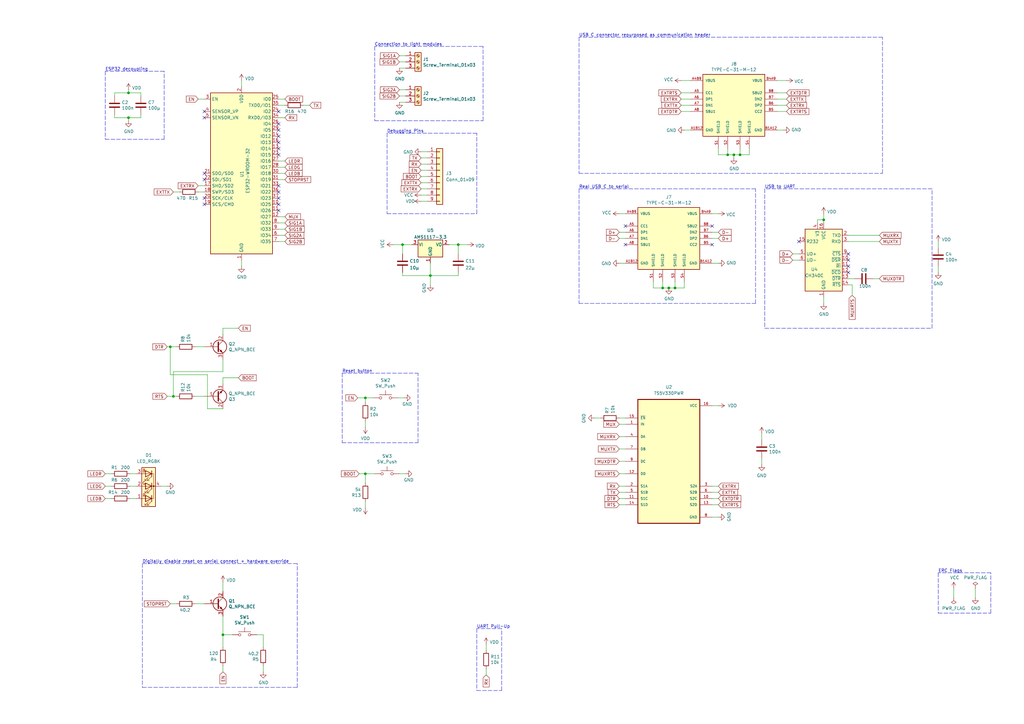
<source format=kicad_sch>
(kicad_sch (version 20211123) (generator eeschema)

  (uuid 9baf7b1e-44a0-4262-8221-97a2fa15d5e8)

  (paper "A3")

  (title_block
    (title "Heliox Control")
    (date "2021-08-10")
    (rev "v00")
    (comment 4 "Author: GHOSCHT")
  )

  (lib_symbols
    (symbol "Connector:Screw_Terminal_01x03" (pin_names (offset 1.016) hide) (in_bom yes) (on_board yes)
      (property "Reference" "J" (id 0) (at 0 5.08 0)
        (effects (font (size 1.27 1.27)))
      )
      (property "Value" "Screw_Terminal_01x03" (id 1) (at 0 -5.08 0)
        (effects (font (size 1.27 1.27)))
      )
      (property "Footprint" "" (id 2) (at 0 0 0)
        (effects (font (size 1.27 1.27)) hide)
      )
      (property "Datasheet" "~" (id 3) (at 0 0 0)
        (effects (font (size 1.27 1.27)) hide)
      )
      (property "ki_keywords" "screw terminal" (id 4) (at 0 0 0)
        (effects (font (size 1.27 1.27)) hide)
      )
      (property "ki_description" "Generic screw terminal, single row, 01x03, script generated (kicad-library-utils/schlib/autogen/connector/)" (id 5) (at 0 0 0)
        (effects (font (size 1.27 1.27)) hide)
      )
      (property "ki_fp_filters" "TerminalBlock*:*" (id 6) (at 0 0 0)
        (effects (font (size 1.27 1.27)) hide)
      )
      (symbol "Screw_Terminal_01x03_1_1"
        (rectangle (start -1.27 3.81) (end 1.27 -3.81)
          (stroke (width 0.254) (type default) (color 0 0 0 0))
          (fill (type background))
        )
        (circle (center 0 -2.54) (radius 0.635)
          (stroke (width 0.1524) (type default) (color 0 0 0 0))
          (fill (type none))
        )
        (polyline
          (pts
            (xy -0.5334 -2.2098)
            (xy 0.3302 -3.048)
          )
          (stroke (width 0.1524) (type default) (color 0 0 0 0))
          (fill (type none))
        )
        (polyline
          (pts
            (xy -0.5334 0.3302)
            (xy 0.3302 -0.508)
          )
          (stroke (width 0.1524) (type default) (color 0 0 0 0))
          (fill (type none))
        )
        (polyline
          (pts
            (xy -0.5334 2.8702)
            (xy 0.3302 2.032)
          )
          (stroke (width 0.1524) (type default) (color 0 0 0 0))
          (fill (type none))
        )
        (polyline
          (pts
            (xy -0.3556 -2.032)
            (xy 0.508 -2.8702)
          )
          (stroke (width 0.1524) (type default) (color 0 0 0 0))
          (fill (type none))
        )
        (polyline
          (pts
            (xy -0.3556 0.508)
            (xy 0.508 -0.3302)
          )
          (stroke (width 0.1524) (type default) (color 0 0 0 0))
          (fill (type none))
        )
        (polyline
          (pts
            (xy -0.3556 3.048)
            (xy 0.508 2.2098)
          )
          (stroke (width 0.1524) (type default) (color 0 0 0 0))
          (fill (type none))
        )
        (circle (center 0 0) (radius 0.635)
          (stroke (width 0.1524) (type default) (color 0 0 0 0))
          (fill (type none))
        )
        (circle (center 0 2.54) (radius 0.635)
          (stroke (width 0.1524) (type default) (color 0 0 0 0))
          (fill (type none))
        )
        (pin passive line (at -5.08 2.54 0) (length 3.81)
          (name "Pin_1" (effects (font (size 1.27 1.27))))
          (number "1" (effects (font (size 1.27 1.27))))
        )
        (pin passive line (at -5.08 0 0) (length 3.81)
          (name "Pin_2" (effects (font (size 1.27 1.27))))
          (number "2" (effects (font (size 1.27 1.27))))
        )
        (pin passive line (at -5.08 -2.54 0) (length 3.81)
          (name "Pin_3" (effects (font (size 1.27 1.27))))
          (number "3" (effects (font (size 1.27 1.27))))
        )
      )
    )
    (symbol "Connector_Generic:Conn_01x09" (pin_names (offset 1.016) hide) (in_bom yes) (on_board yes)
      (property "Reference" "J" (id 0) (at 0 12.7 0)
        (effects (font (size 1.27 1.27)))
      )
      (property "Value" "Conn_01x09" (id 1) (at 0 -12.7 0)
        (effects (font (size 1.27 1.27)))
      )
      (property "Footprint" "" (id 2) (at 0 0 0)
        (effects (font (size 1.27 1.27)) hide)
      )
      (property "Datasheet" "~" (id 3) (at 0 0 0)
        (effects (font (size 1.27 1.27)) hide)
      )
      (property "ki_keywords" "connector" (id 4) (at 0 0 0)
        (effects (font (size 1.27 1.27)) hide)
      )
      (property "ki_description" "Generic connector, single row, 01x09, script generated (kicad-library-utils/schlib/autogen/connector/)" (id 5) (at 0 0 0)
        (effects (font (size 1.27 1.27)) hide)
      )
      (property "ki_fp_filters" "Connector*:*_1x??_*" (id 6) (at 0 0 0)
        (effects (font (size 1.27 1.27)) hide)
      )
      (symbol "Conn_01x09_1_1"
        (rectangle (start -1.27 -10.033) (end 0 -10.287)
          (stroke (width 0.1524) (type default) (color 0 0 0 0))
          (fill (type none))
        )
        (rectangle (start -1.27 -7.493) (end 0 -7.747)
          (stroke (width 0.1524) (type default) (color 0 0 0 0))
          (fill (type none))
        )
        (rectangle (start -1.27 -4.953) (end 0 -5.207)
          (stroke (width 0.1524) (type default) (color 0 0 0 0))
          (fill (type none))
        )
        (rectangle (start -1.27 -2.413) (end 0 -2.667)
          (stroke (width 0.1524) (type default) (color 0 0 0 0))
          (fill (type none))
        )
        (rectangle (start -1.27 0.127) (end 0 -0.127)
          (stroke (width 0.1524) (type default) (color 0 0 0 0))
          (fill (type none))
        )
        (rectangle (start -1.27 2.667) (end 0 2.413)
          (stroke (width 0.1524) (type default) (color 0 0 0 0))
          (fill (type none))
        )
        (rectangle (start -1.27 5.207) (end 0 4.953)
          (stroke (width 0.1524) (type default) (color 0 0 0 0))
          (fill (type none))
        )
        (rectangle (start -1.27 7.747) (end 0 7.493)
          (stroke (width 0.1524) (type default) (color 0 0 0 0))
          (fill (type none))
        )
        (rectangle (start -1.27 10.287) (end 0 10.033)
          (stroke (width 0.1524) (type default) (color 0 0 0 0))
          (fill (type none))
        )
        (rectangle (start -1.27 11.43) (end 1.27 -11.43)
          (stroke (width 0.254) (type default) (color 0 0 0 0))
          (fill (type background))
        )
        (pin passive line (at -5.08 10.16 0) (length 3.81)
          (name "Pin_1" (effects (font (size 1.27 1.27))))
          (number "1" (effects (font (size 1.27 1.27))))
        )
        (pin passive line (at -5.08 7.62 0) (length 3.81)
          (name "Pin_2" (effects (font (size 1.27 1.27))))
          (number "2" (effects (font (size 1.27 1.27))))
        )
        (pin passive line (at -5.08 5.08 0) (length 3.81)
          (name "Pin_3" (effects (font (size 1.27 1.27))))
          (number "3" (effects (font (size 1.27 1.27))))
        )
        (pin passive line (at -5.08 2.54 0) (length 3.81)
          (name "Pin_4" (effects (font (size 1.27 1.27))))
          (number "4" (effects (font (size 1.27 1.27))))
        )
        (pin passive line (at -5.08 0 0) (length 3.81)
          (name "Pin_5" (effects (font (size 1.27 1.27))))
          (number "5" (effects (font (size 1.27 1.27))))
        )
        (pin passive line (at -5.08 -2.54 0) (length 3.81)
          (name "Pin_6" (effects (font (size 1.27 1.27))))
          (number "6" (effects (font (size 1.27 1.27))))
        )
        (pin passive line (at -5.08 -5.08 0) (length 3.81)
          (name "Pin_7" (effects (font (size 1.27 1.27))))
          (number "7" (effects (font (size 1.27 1.27))))
        )
        (pin passive line (at -5.08 -7.62 0) (length 3.81)
          (name "Pin_8" (effects (font (size 1.27 1.27))))
          (number "8" (effects (font (size 1.27 1.27))))
        )
        (pin passive line (at -5.08 -10.16 0) (length 3.81)
          (name "Pin_9" (effects (font (size 1.27 1.27))))
          (number "9" (effects (font (size 1.27 1.27))))
        )
      )
    )
    (symbol "Device:C" (pin_numbers hide) (pin_names (offset 0.254)) (in_bom yes) (on_board yes)
      (property "Reference" "C" (id 0) (at 0.635 2.54 0)
        (effects (font (size 1.27 1.27)) (justify left))
      )
      (property "Value" "C" (id 1) (at 0.635 -2.54 0)
        (effects (font (size 1.27 1.27)) (justify left))
      )
      (property "Footprint" "" (id 2) (at 0.9652 -3.81 0)
        (effects (font (size 1.27 1.27)) hide)
      )
      (property "Datasheet" "~" (id 3) (at 0 0 0)
        (effects (font (size 1.27 1.27)) hide)
      )
      (property "ki_keywords" "cap capacitor" (id 4) (at 0 0 0)
        (effects (font (size 1.27 1.27)) hide)
      )
      (property "ki_description" "Unpolarized capacitor" (id 5) (at 0 0 0)
        (effects (font (size 1.27 1.27)) hide)
      )
      (property "ki_fp_filters" "C_*" (id 6) (at 0 0 0)
        (effects (font (size 1.27 1.27)) hide)
      )
      (symbol "C_0_1"
        (polyline
          (pts
            (xy -2.032 -0.762)
            (xy 2.032 -0.762)
          )
          (stroke (width 0.508) (type default) (color 0 0 0 0))
          (fill (type none))
        )
        (polyline
          (pts
            (xy -2.032 0.762)
            (xy 2.032 0.762)
          )
          (stroke (width 0.508) (type default) (color 0 0 0 0))
          (fill (type none))
        )
      )
      (symbol "C_1_1"
        (pin passive line (at 0 3.81 270) (length 2.794)
          (name "~" (effects (font (size 1.27 1.27))))
          (number "1" (effects (font (size 1.27 1.27))))
        )
        (pin passive line (at 0 -3.81 90) (length 2.794)
          (name "~" (effects (font (size 1.27 1.27))))
          (number "2" (effects (font (size 1.27 1.27))))
        )
      )
    )
    (symbol "Device:LED_RGBK" (pin_names (offset 0) hide) (in_bom yes) (on_board yes)
      (property "Reference" "D" (id 0) (at 0 9.398 0)
        (effects (font (size 1.27 1.27)))
      )
      (property "Value" "LED_RGBK" (id 1) (at 0 -8.89 0)
        (effects (font (size 1.27 1.27)))
      )
      (property "Footprint" "" (id 2) (at 0 -1.27 0)
        (effects (font (size 1.27 1.27)) hide)
      )
      (property "Datasheet" "~" (id 3) (at 0 -1.27 0)
        (effects (font (size 1.27 1.27)) hide)
      )
      (property "ki_keywords" "LED RGB diode" (id 4) (at 0 0 0)
        (effects (font (size 1.27 1.27)) hide)
      )
      (property "ki_description" "RGB LED, red/green/blue/cathode" (id 5) (at 0 0 0)
        (effects (font (size 1.27 1.27)) hide)
      )
      (property "ki_fp_filters" "LED* LED_SMD:* LED_THT:*" (id 6) (at 0 0 0)
        (effects (font (size 1.27 1.27)) hide)
      )
      (symbol "LED_RGBK_0_0"
        (text "B" (at 1.905 -6.35 0)
          (effects (font (size 1.27 1.27)))
        )
        (text "G" (at 1.905 -1.27 0)
          (effects (font (size 1.27 1.27)))
        )
        (text "R" (at 1.905 3.81 0)
          (effects (font (size 1.27 1.27)))
        )
      )
      (symbol "LED_RGBK_0_1"
        (circle (center -2.032 0) (radius 0.254)
          (stroke (width 0) (type default) (color 0 0 0 0))
          (fill (type outline))
        )
        (polyline
          (pts
            (xy -1.27 -5.08)
            (xy 1.27 -5.08)
          )
          (stroke (width 0) (type default) (color 0 0 0 0))
          (fill (type none))
        )
        (polyline
          (pts
            (xy -1.27 -3.81)
            (xy -1.27 -6.35)
          )
          (stroke (width 0.254) (type default) (color 0 0 0 0))
          (fill (type none))
        )
        (polyline
          (pts
            (xy -1.27 0)
            (xy -2.54 0)
          )
          (stroke (width 0) (type default) (color 0 0 0 0))
          (fill (type none))
        )
        (polyline
          (pts
            (xy -1.27 1.27)
            (xy -1.27 -1.27)
          )
          (stroke (width 0.254) (type default) (color 0 0 0 0))
          (fill (type none))
        )
        (polyline
          (pts
            (xy -1.27 5.08)
            (xy 1.27 5.08)
          )
          (stroke (width 0) (type default) (color 0 0 0 0))
          (fill (type none))
        )
        (polyline
          (pts
            (xy -1.27 6.35)
            (xy -1.27 3.81)
          )
          (stroke (width 0.254) (type default) (color 0 0 0 0))
          (fill (type none))
        )
        (polyline
          (pts
            (xy 1.27 -5.08)
            (xy 2.54 -5.08)
          )
          (stroke (width 0) (type default) (color 0 0 0 0))
          (fill (type none))
        )
        (polyline
          (pts
            (xy 1.27 0)
            (xy -1.27 0)
          )
          (stroke (width 0) (type default) (color 0 0 0 0))
          (fill (type none))
        )
        (polyline
          (pts
            (xy 1.27 0)
            (xy 2.54 0)
          )
          (stroke (width 0) (type default) (color 0 0 0 0))
          (fill (type none))
        )
        (polyline
          (pts
            (xy 1.27 5.08)
            (xy 2.54 5.08)
          )
          (stroke (width 0) (type default) (color 0 0 0 0))
          (fill (type none))
        )
        (polyline
          (pts
            (xy -1.27 1.27)
            (xy -1.27 -1.27)
            (xy -1.27 -1.27)
          )
          (stroke (width 0) (type default) (color 0 0 0 0))
          (fill (type none))
        )
        (polyline
          (pts
            (xy -1.27 6.35)
            (xy -1.27 3.81)
            (xy -1.27 3.81)
          )
          (stroke (width 0) (type default) (color 0 0 0 0))
          (fill (type none))
        )
        (polyline
          (pts
            (xy -1.27 5.08)
            (xy -2.032 5.08)
            (xy -2.032 -5.08)
            (xy -1.016 -5.08)
          )
          (stroke (width 0) (type default) (color 0 0 0 0))
          (fill (type none))
        )
        (polyline
          (pts
            (xy 1.27 -3.81)
            (xy 1.27 -6.35)
            (xy -1.27 -5.08)
            (xy 1.27 -3.81)
          )
          (stroke (width 0.254) (type default) (color 0 0 0 0))
          (fill (type none))
        )
        (polyline
          (pts
            (xy 1.27 1.27)
            (xy 1.27 -1.27)
            (xy -1.27 0)
            (xy 1.27 1.27)
          )
          (stroke (width 0.254) (type default) (color 0 0 0 0))
          (fill (type none))
        )
        (polyline
          (pts
            (xy 1.27 6.35)
            (xy 1.27 3.81)
            (xy -1.27 5.08)
            (xy 1.27 6.35)
          )
          (stroke (width 0.254) (type default) (color 0 0 0 0))
          (fill (type none))
        )
        (polyline
          (pts
            (xy -1.016 -3.81)
            (xy 0.508 -2.286)
            (xy -0.254 -2.286)
            (xy 0.508 -2.286)
            (xy 0.508 -3.048)
          )
          (stroke (width 0) (type default) (color 0 0 0 0))
          (fill (type none))
        )
        (polyline
          (pts
            (xy -1.016 1.27)
            (xy 0.508 2.794)
            (xy -0.254 2.794)
            (xy 0.508 2.794)
            (xy 0.508 2.032)
          )
          (stroke (width 0) (type default) (color 0 0 0 0))
          (fill (type none))
        )
        (polyline
          (pts
            (xy -1.016 6.35)
            (xy 0.508 7.874)
            (xy -0.254 7.874)
            (xy 0.508 7.874)
            (xy 0.508 7.112)
          )
          (stroke (width 0) (type default) (color 0 0 0 0))
          (fill (type none))
        )
        (polyline
          (pts
            (xy 0 -3.81)
            (xy 1.524 -2.286)
            (xy 0.762 -2.286)
            (xy 1.524 -2.286)
            (xy 1.524 -3.048)
          )
          (stroke (width 0) (type default) (color 0 0 0 0))
          (fill (type none))
        )
        (polyline
          (pts
            (xy 0 1.27)
            (xy 1.524 2.794)
            (xy 0.762 2.794)
            (xy 1.524 2.794)
            (xy 1.524 2.032)
          )
          (stroke (width 0) (type default) (color 0 0 0 0))
          (fill (type none))
        )
        (polyline
          (pts
            (xy 0 6.35)
            (xy 1.524 7.874)
            (xy 0.762 7.874)
            (xy 1.524 7.874)
            (xy 1.524 7.112)
          )
          (stroke (width 0) (type default) (color 0 0 0 0))
          (fill (type none))
        )
        (rectangle (start 1.27 -1.27) (end 1.27 1.27)
          (stroke (width 0) (type default) (color 0 0 0 0))
          (fill (type none))
        )
        (rectangle (start 1.27 1.27) (end 1.27 1.27)
          (stroke (width 0) (type default) (color 0 0 0 0))
          (fill (type none))
        )
        (rectangle (start 1.27 3.81) (end 1.27 6.35)
          (stroke (width 0) (type default) (color 0 0 0 0))
          (fill (type none))
        )
        (rectangle (start 1.27 6.35) (end 1.27 6.35)
          (stroke (width 0) (type default) (color 0 0 0 0))
          (fill (type none))
        )
        (rectangle (start 2.794 8.382) (end -2.794 -7.62)
          (stroke (width 0.254) (type default) (color 0 0 0 0))
          (fill (type background))
        )
      )
      (symbol "LED_RGBK_1_1"
        (pin passive line (at 5.08 5.08 180) (length 2.54)
          (name "RA" (effects (font (size 1.27 1.27))))
          (number "1" (effects (font (size 1.27 1.27))))
        )
        (pin passive line (at 5.08 0 180) (length 2.54)
          (name "GA" (effects (font (size 1.27 1.27))))
          (number "2" (effects (font (size 1.27 1.27))))
        )
        (pin passive line (at 5.08 -5.08 180) (length 2.54)
          (name "BA" (effects (font (size 1.27 1.27))))
          (number "3" (effects (font (size 1.27 1.27))))
        )
        (pin passive line (at -5.08 0 0) (length 2.54)
          (name "K" (effects (font (size 1.27 1.27))))
          (number "4" (effects (font (size 1.27 1.27))))
        )
      )
    )
    (symbol "Device:Q_NPN_BCE" (pin_names (offset 0) hide) (in_bom yes) (on_board yes)
      (property "Reference" "Q" (id 0) (at 5.08 1.27 0)
        (effects (font (size 1.27 1.27)) (justify left))
      )
      (property "Value" "Q_NPN_BCE" (id 1) (at 5.08 -1.27 0)
        (effects (font (size 1.27 1.27)) (justify left))
      )
      (property "Footprint" "" (id 2) (at 5.08 2.54 0)
        (effects (font (size 1.27 1.27)) hide)
      )
      (property "Datasheet" "~" (id 3) (at 0 0 0)
        (effects (font (size 1.27 1.27)) hide)
      )
      (property "ki_keywords" "transistor NPN" (id 4) (at 0 0 0)
        (effects (font (size 1.27 1.27)) hide)
      )
      (property "ki_description" "NPN transistor, base/collector/emitter" (id 5) (at 0 0 0)
        (effects (font (size 1.27 1.27)) hide)
      )
      (symbol "Q_NPN_BCE_0_1"
        (polyline
          (pts
            (xy 0.635 0.635)
            (xy 2.54 2.54)
          )
          (stroke (width 0) (type default) (color 0 0 0 0))
          (fill (type none))
        )
        (polyline
          (pts
            (xy 0.635 -0.635)
            (xy 2.54 -2.54)
            (xy 2.54 -2.54)
          )
          (stroke (width 0) (type default) (color 0 0 0 0))
          (fill (type none))
        )
        (polyline
          (pts
            (xy 0.635 1.905)
            (xy 0.635 -1.905)
            (xy 0.635 -1.905)
          )
          (stroke (width 0.508) (type default) (color 0 0 0 0))
          (fill (type none))
        )
        (polyline
          (pts
            (xy 1.27 -1.778)
            (xy 1.778 -1.27)
            (xy 2.286 -2.286)
            (xy 1.27 -1.778)
            (xy 1.27 -1.778)
          )
          (stroke (width 0) (type default) (color 0 0 0 0))
          (fill (type outline))
        )
        (circle (center 1.27 0) (radius 2.8194)
          (stroke (width 0.254) (type default) (color 0 0 0 0))
          (fill (type none))
        )
      )
      (symbol "Q_NPN_BCE_1_1"
        (pin input line (at -5.08 0 0) (length 5.715)
          (name "B" (effects (font (size 1.27 1.27))))
          (number "1" (effects (font (size 1.27 1.27))))
        )
        (pin passive line (at 2.54 5.08 270) (length 2.54)
          (name "C" (effects (font (size 1.27 1.27))))
          (number "2" (effects (font (size 1.27 1.27))))
        )
        (pin passive line (at 2.54 -5.08 90) (length 2.54)
          (name "E" (effects (font (size 1.27 1.27))))
          (number "3" (effects (font (size 1.27 1.27))))
        )
      )
    )
    (symbol "Device:R" (pin_numbers hide) (pin_names (offset 0)) (in_bom yes) (on_board yes)
      (property "Reference" "R" (id 0) (at 2.032 0 90)
        (effects (font (size 1.27 1.27)))
      )
      (property "Value" "R" (id 1) (at 0 0 90)
        (effects (font (size 1.27 1.27)))
      )
      (property "Footprint" "" (id 2) (at -1.778 0 90)
        (effects (font (size 1.27 1.27)) hide)
      )
      (property "Datasheet" "~" (id 3) (at 0 0 0)
        (effects (font (size 1.27 1.27)) hide)
      )
      (property "ki_keywords" "R res resistor" (id 4) (at 0 0 0)
        (effects (font (size 1.27 1.27)) hide)
      )
      (property "ki_description" "Resistor" (id 5) (at 0 0 0)
        (effects (font (size 1.27 1.27)) hide)
      )
      (property "ki_fp_filters" "R_*" (id 6) (at 0 0 0)
        (effects (font (size 1.27 1.27)) hide)
      )
      (symbol "R_0_1"
        (rectangle (start -1.016 -2.54) (end 1.016 2.54)
          (stroke (width 0.254) (type default) (color 0 0 0 0))
          (fill (type none))
        )
      )
      (symbol "R_1_1"
        (pin passive line (at 0 3.81 270) (length 1.27)
          (name "~" (effects (font (size 1.27 1.27))))
          (number "1" (effects (font (size 1.27 1.27))))
        )
        (pin passive line (at 0 -3.81 90) (length 1.27)
          (name "~" (effects (font (size 1.27 1.27))))
          (number "2" (effects (font (size 1.27 1.27))))
        )
      )
    )
    (symbol "Interface_USB:CH340C" (in_bom yes) (on_board yes)
      (property "Reference" "U" (id 0) (at -5.08 13.97 0)
        (effects (font (size 1.27 1.27)) (justify right))
      )
      (property "Value" "CH340C" (id 1) (at 1.27 13.97 0)
        (effects (font (size 1.27 1.27)) (justify left))
      )
      (property "Footprint" "Package_SO:SOIC-16_3.9x9.9mm_P1.27mm" (id 2) (at 1.27 -13.97 0)
        (effects (font (size 1.27 1.27)) (justify left) hide)
      )
      (property "Datasheet" "https://datasheet.lcsc.com/szlcsc/Jiangsu-Qin-Heng-CH340C_C84681.pdf" (id 3) (at -8.89 20.32 0)
        (effects (font (size 1.27 1.27)) hide)
      )
      (property "ki_keywords" "USB UART Serial Converter Interface" (id 4) (at 0 0 0)
        (effects (font (size 1.27 1.27)) hide)
      )
      (property "ki_description" "USB serial converter, UART, SOIC-16" (id 5) (at 0 0 0)
        (effects (font (size 1.27 1.27)) hide)
      )
      (property "ki_fp_filters" "SOIC*3.9x9.9mm*P1.27mm*" (id 6) (at 0 0 0)
        (effects (font (size 1.27 1.27)) hide)
      )
      (symbol "CH340C_0_1"
        (rectangle (start -7.62 12.7) (end 7.62 -12.7)
          (stroke (width 0.254) (type default) (color 0 0 0 0))
          (fill (type background))
        )
      )
      (symbol "CH340C_1_1"
        (pin power_in line (at 0 -15.24 90) (length 2.54)
          (name "GND" (effects (font (size 1.27 1.27))))
          (number "1" (effects (font (size 1.27 1.27))))
        )
        (pin input line (at 10.16 0 180) (length 2.54)
          (name "~{DSR}" (effects (font (size 1.27 1.27))))
          (number "10" (effects (font (size 1.27 1.27))))
        )
        (pin input line (at 10.16 -2.54 180) (length 2.54)
          (name "~{RI}" (effects (font (size 1.27 1.27))))
          (number "11" (effects (font (size 1.27 1.27))))
        )
        (pin input line (at 10.16 -5.08 180) (length 2.54)
          (name "~{DCD}" (effects (font (size 1.27 1.27))))
          (number "12" (effects (font (size 1.27 1.27))))
        )
        (pin output line (at 10.16 -7.62 180) (length 2.54)
          (name "~{DTR}" (effects (font (size 1.27 1.27))))
          (number "13" (effects (font (size 1.27 1.27))))
        )
        (pin output line (at 10.16 -10.16 180) (length 2.54)
          (name "~{RTS}" (effects (font (size 1.27 1.27))))
          (number "14" (effects (font (size 1.27 1.27))))
        )
        (pin input line (at -10.16 7.62 0) (length 2.54)
          (name "R232" (effects (font (size 1.27 1.27))))
          (number "15" (effects (font (size 1.27 1.27))))
        )
        (pin power_in line (at 0 15.24 270) (length 2.54)
          (name "VCC" (effects (font (size 1.27 1.27))))
          (number "16" (effects (font (size 1.27 1.27))))
        )
        (pin output line (at 10.16 10.16 180) (length 2.54)
          (name "TXD" (effects (font (size 1.27 1.27))))
          (number "2" (effects (font (size 1.27 1.27))))
        )
        (pin input line (at 10.16 7.62 180) (length 2.54)
          (name "RXD" (effects (font (size 1.27 1.27))))
          (number "3" (effects (font (size 1.27 1.27))))
        )
        (pin passive line (at -2.54 15.24 270) (length 2.54)
          (name "V3" (effects (font (size 1.27 1.27))))
          (number "4" (effects (font (size 1.27 1.27))))
        )
        (pin bidirectional line (at -10.16 2.54 0) (length 2.54)
          (name "UD+" (effects (font (size 1.27 1.27))))
          (number "5" (effects (font (size 1.27 1.27))))
        )
        (pin bidirectional line (at -10.16 0 0) (length 2.54)
          (name "UD-" (effects (font (size 1.27 1.27))))
          (number "6" (effects (font (size 1.27 1.27))))
        )
        (pin no_connect line (at -7.62 -7.62 0) (length 2.54) hide
          (name "NC" (effects (font (size 1.27 1.27))))
          (number "7" (effects (font (size 1.27 1.27))))
        )
        (pin no_connect line (at -7.62 -10.16 0) (length 2.54) hide
          (name "NC" (effects (font (size 1.27 1.27))))
          (number "8" (effects (font (size 1.27 1.27))))
        )
        (pin input line (at 10.16 2.54 180) (length 2.54)
          (name "~{CTS}" (effects (font (size 1.27 1.27))))
          (number "9" (effects (font (size 1.27 1.27))))
        )
      )
    )
    (symbol "RF_Module:ESP32-WROOM-32" (in_bom yes) (on_board yes)
      (property "Reference" "U" (id 0) (at -12.7 34.29 0)
        (effects (font (size 1.27 1.27)) (justify left))
      )
      (property "Value" "ESP32-WROOM-32" (id 1) (at 1.27 34.29 0)
        (effects (font (size 1.27 1.27)) (justify left))
      )
      (property "Footprint" "RF_Module:ESP32-WROOM-32" (id 2) (at 0 -38.1 0)
        (effects (font (size 1.27 1.27)) hide)
      )
      (property "Datasheet" "https://www.espressif.com/sites/default/files/documentation/esp32-wroom-32_datasheet_en.pdf" (id 3) (at -7.62 1.27 0)
        (effects (font (size 1.27 1.27)) hide)
      )
      (property "ki_keywords" "RF Radio BT ESP ESP32 Espressif onboard PCB antenna" (id 4) (at 0 0 0)
        (effects (font (size 1.27 1.27)) hide)
      )
      (property "ki_description" "RF Module, ESP32-D0WDQ6 SoC, Wi-Fi 802.11b/g/n, Bluetooth, BLE, 32-bit, 2.7-3.6V, onboard antenna, SMD" (id 5) (at 0 0 0)
        (effects (font (size 1.27 1.27)) hide)
      )
      (property "ki_fp_filters" "ESP32?WROOM?32*" (id 6) (at 0 0 0)
        (effects (font (size 1.27 1.27)) hide)
      )
      (symbol "ESP32-WROOM-32_0_1"
        (rectangle (start -12.7 33.02) (end 12.7 -33.02)
          (stroke (width 0.254) (type default) (color 0 0 0 0))
          (fill (type background))
        )
      )
      (symbol "ESP32-WROOM-32_1_1"
        (pin power_in line (at 0 -35.56 90) (length 2.54)
          (name "GND" (effects (font (size 1.27 1.27))))
          (number "1" (effects (font (size 1.27 1.27))))
        )
        (pin bidirectional line (at 15.24 -12.7 180) (length 2.54)
          (name "IO25" (effects (font (size 1.27 1.27))))
          (number "10" (effects (font (size 1.27 1.27))))
        )
        (pin bidirectional line (at 15.24 -15.24 180) (length 2.54)
          (name "IO26" (effects (font (size 1.27 1.27))))
          (number "11" (effects (font (size 1.27 1.27))))
        )
        (pin bidirectional line (at 15.24 -17.78 180) (length 2.54)
          (name "IO27" (effects (font (size 1.27 1.27))))
          (number "12" (effects (font (size 1.27 1.27))))
        )
        (pin bidirectional line (at 15.24 10.16 180) (length 2.54)
          (name "IO14" (effects (font (size 1.27 1.27))))
          (number "13" (effects (font (size 1.27 1.27))))
        )
        (pin bidirectional line (at 15.24 15.24 180) (length 2.54)
          (name "IO12" (effects (font (size 1.27 1.27))))
          (number "14" (effects (font (size 1.27 1.27))))
        )
        (pin passive line (at 0 -35.56 90) (length 2.54) hide
          (name "GND" (effects (font (size 1.27 1.27))))
          (number "15" (effects (font (size 1.27 1.27))))
        )
        (pin bidirectional line (at 15.24 12.7 180) (length 2.54)
          (name "IO13" (effects (font (size 1.27 1.27))))
          (number "16" (effects (font (size 1.27 1.27))))
        )
        (pin bidirectional line (at -15.24 -5.08 0) (length 2.54)
          (name "SHD/SD2" (effects (font (size 1.27 1.27))))
          (number "17" (effects (font (size 1.27 1.27))))
        )
        (pin bidirectional line (at -15.24 -7.62 0) (length 2.54)
          (name "SWP/SD3" (effects (font (size 1.27 1.27))))
          (number "18" (effects (font (size 1.27 1.27))))
        )
        (pin bidirectional line (at -15.24 -12.7 0) (length 2.54)
          (name "SCS/CMD" (effects (font (size 1.27 1.27))))
          (number "19" (effects (font (size 1.27 1.27))))
        )
        (pin power_in line (at 0 35.56 270) (length 2.54)
          (name "VDD" (effects (font (size 1.27 1.27))))
          (number "2" (effects (font (size 1.27 1.27))))
        )
        (pin bidirectional line (at -15.24 -10.16 0) (length 2.54)
          (name "SCK/CLK" (effects (font (size 1.27 1.27))))
          (number "20" (effects (font (size 1.27 1.27))))
        )
        (pin bidirectional line (at -15.24 0 0) (length 2.54)
          (name "SDO/SD0" (effects (font (size 1.27 1.27))))
          (number "21" (effects (font (size 1.27 1.27))))
        )
        (pin bidirectional line (at -15.24 -2.54 0) (length 2.54)
          (name "SDI/SD1" (effects (font (size 1.27 1.27))))
          (number "22" (effects (font (size 1.27 1.27))))
        )
        (pin bidirectional line (at 15.24 7.62 180) (length 2.54)
          (name "IO15" (effects (font (size 1.27 1.27))))
          (number "23" (effects (font (size 1.27 1.27))))
        )
        (pin bidirectional line (at 15.24 25.4 180) (length 2.54)
          (name "IO2" (effects (font (size 1.27 1.27))))
          (number "24" (effects (font (size 1.27 1.27))))
        )
        (pin bidirectional line (at 15.24 30.48 180) (length 2.54)
          (name "IO0" (effects (font (size 1.27 1.27))))
          (number "25" (effects (font (size 1.27 1.27))))
        )
        (pin bidirectional line (at 15.24 20.32 180) (length 2.54)
          (name "IO4" (effects (font (size 1.27 1.27))))
          (number "26" (effects (font (size 1.27 1.27))))
        )
        (pin bidirectional line (at 15.24 5.08 180) (length 2.54)
          (name "IO16" (effects (font (size 1.27 1.27))))
          (number "27" (effects (font (size 1.27 1.27))))
        )
        (pin bidirectional line (at 15.24 2.54 180) (length 2.54)
          (name "IO17" (effects (font (size 1.27 1.27))))
          (number "28" (effects (font (size 1.27 1.27))))
        )
        (pin bidirectional line (at 15.24 17.78 180) (length 2.54)
          (name "IO5" (effects (font (size 1.27 1.27))))
          (number "29" (effects (font (size 1.27 1.27))))
        )
        (pin input line (at -15.24 30.48 0) (length 2.54)
          (name "EN" (effects (font (size 1.27 1.27))))
          (number "3" (effects (font (size 1.27 1.27))))
        )
        (pin bidirectional line (at 15.24 0 180) (length 2.54)
          (name "IO18" (effects (font (size 1.27 1.27))))
          (number "30" (effects (font (size 1.27 1.27))))
        )
        (pin bidirectional line (at 15.24 -2.54 180) (length 2.54)
          (name "IO19" (effects (font (size 1.27 1.27))))
          (number "31" (effects (font (size 1.27 1.27))))
        )
        (pin no_connect line (at -12.7 -27.94 0) (length 2.54) hide
          (name "NC" (effects (font (size 1.27 1.27))))
          (number "32" (effects (font (size 1.27 1.27))))
        )
        (pin bidirectional line (at 15.24 -5.08 180) (length 2.54)
          (name "IO21" (effects (font (size 1.27 1.27))))
          (number "33" (effects (font (size 1.27 1.27))))
        )
        (pin bidirectional line (at 15.24 22.86 180) (length 2.54)
          (name "RXD0/IO3" (effects (font (size 1.27 1.27))))
          (number "34" (effects (font (size 1.27 1.27))))
        )
        (pin bidirectional line (at 15.24 27.94 180) (length 2.54)
          (name "TXD0/IO1" (effects (font (size 1.27 1.27))))
          (number "35" (effects (font (size 1.27 1.27))))
        )
        (pin bidirectional line (at 15.24 -7.62 180) (length 2.54)
          (name "IO22" (effects (font (size 1.27 1.27))))
          (number "36" (effects (font (size 1.27 1.27))))
        )
        (pin bidirectional line (at 15.24 -10.16 180) (length 2.54)
          (name "IO23" (effects (font (size 1.27 1.27))))
          (number "37" (effects (font (size 1.27 1.27))))
        )
        (pin passive line (at 0 -35.56 90) (length 2.54) hide
          (name "GND" (effects (font (size 1.27 1.27))))
          (number "38" (effects (font (size 1.27 1.27))))
        )
        (pin passive line (at 0 -35.56 90) (length 2.54) hide
          (name "GND" (effects (font (size 1.27 1.27))))
          (number "39" (effects (font (size 1.27 1.27))))
        )
        (pin input line (at -15.24 25.4 0) (length 2.54)
          (name "SENSOR_VP" (effects (font (size 1.27 1.27))))
          (number "4" (effects (font (size 1.27 1.27))))
        )
        (pin input line (at -15.24 22.86 0) (length 2.54)
          (name "SENSOR_VN" (effects (font (size 1.27 1.27))))
          (number "5" (effects (font (size 1.27 1.27))))
        )
        (pin input line (at 15.24 -25.4 180) (length 2.54)
          (name "IO34" (effects (font (size 1.27 1.27))))
          (number "6" (effects (font (size 1.27 1.27))))
        )
        (pin input line (at 15.24 -27.94 180) (length 2.54)
          (name "IO35" (effects (font (size 1.27 1.27))))
          (number "7" (effects (font (size 1.27 1.27))))
        )
        (pin bidirectional line (at 15.24 -20.32 180) (length 2.54)
          (name "IO32" (effects (font (size 1.27 1.27))))
          (number "8" (effects (font (size 1.27 1.27))))
        )
        (pin bidirectional line (at 15.24 -22.86 180) (length 2.54)
          (name "IO33" (effects (font (size 1.27 1.27))))
          (number "9" (effects (font (size 1.27 1.27))))
        )
      )
    )
    (symbol "Regulator_Linear:AMS1117-3.3" (pin_names (offset 0.254)) (in_bom yes) (on_board yes)
      (property "Reference" "U" (id 0) (at -3.81 3.175 0)
        (effects (font (size 1.27 1.27)))
      )
      (property "Value" "AMS1117-3.3" (id 1) (at 0 3.175 0)
        (effects (font (size 1.27 1.27)) (justify left))
      )
      (property "Footprint" "Package_TO_SOT_SMD:SOT-223-3_TabPin2" (id 2) (at 0 5.08 0)
        (effects (font (size 1.27 1.27)) hide)
      )
      (property "Datasheet" "http://www.advanced-monolithic.com/pdf/ds1117.pdf" (id 3) (at 2.54 -6.35 0)
        (effects (font (size 1.27 1.27)) hide)
      )
      (property "ki_keywords" "linear regulator ldo fixed positive" (id 4) (at 0 0 0)
        (effects (font (size 1.27 1.27)) hide)
      )
      (property "ki_description" "1A Low Dropout regulator, positive, 3.3V fixed output, SOT-223" (id 5) (at 0 0 0)
        (effects (font (size 1.27 1.27)) hide)
      )
      (property "ki_fp_filters" "SOT?223*TabPin2*" (id 6) (at 0 0 0)
        (effects (font (size 1.27 1.27)) hide)
      )
      (symbol "AMS1117-3.3_0_1"
        (rectangle (start -5.08 -5.08) (end 5.08 1.905)
          (stroke (width 0.254) (type default) (color 0 0 0 0))
          (fill (type background))
        )
      )
      (symbol "AMS1117-3.3_1_1"
        (pin power_in line (at 0 -7.62 90) (length 2.54)
          (name "GND" (effects (font (size 1.27 1.27))))
          (number "1" (effects (font (size 1.27 1.27))))
        )
        (pin power_out line (at 7.62 0 180) (length 2.54)
          (name "VO" (effects (font (size 1.27 1.27))))
          (number "2" (effects (font (size 1.27 1.27))))
        )
        (pin power_in line (at -7.62 0 0) (length 2.54)
          (name "VI" (effects (font (size 1.27 1.27))))
          (number "3" (effects (font (size 1.27 1.27))))
        )
      )
    )
    (symbol "Switch:SW_Push" (pin_numbers hide) (pin_names (offset 1.016) hide) (in_bom yes) (on_board yes)
      (property "Reference" "SW" (id 0) (at 1.27 2.54 0)
        (effects (font (size 1.27 1.27)) (justify left))
      )
      (property "Value" "SW_Push" (id 1) (at 0 -1.524 0)
        (effects (font (size 1.27 1.27)))
      )
      (property "Footprint" "" (id 2) (at 0 5.08 0)
        (effects (font (size 1.27 1.27)) hide)
      )
      (property "Datasheet" "~" (id 3) (at 0 5.08 0)
        (effects (font (size 1.27 1.27)) hide)
      )
      (property "ki_keywords" "switch normally-open pushbutton push-button" (id 4) (at 0 0 0)
        (effects (font (size 1.27 1.27)) hide)
      )
      (property "ki_description" "Push button switch, generic, two pins" (id 5) (at 0 0 0)
        (effects (font (size 1.27 1.27)) hide)
      )
      (symbol "SW_Push_0_1"
        (circle (center -2.032 0) (radius 0.508)
          (stroke (width 0) (type default) (color 0 0 0 0))
          (fill (type none))
        )
        (polyline
          (pts
            (xy 0 1.27)
            (xy 0 3.048)
          )
          (stroke (width 0) (type default) (color 0 0 0 0))
          (fill (type none))
        )
        (polyline
          (pts
            (xy 2.54 1.27)
            (xy -2.54 1.27)
          )
          (stroke (width 0) (type default) (color 0 0 0 0))
          (fill (type none))
        )
        (circle (center 2.032 0) (radius 0.508)
          (stroke (width 0) (type default) (color 0 0 0 0))
          (fill (type none))
        )
        (pin passive line (at -5.08 0 0) (length 2.54)
          (name "1" (effects (font (size 1.27 1.27))))
          (number "1" (effects (font (size 1.27 1.27))))
        )
        (pin passive line (at 5.08 0 180) (length 2.54)
          (name "2" (effects (font (size 1.27 1.27))))
          (number "2" (effects (font (size 1.27 1.27))))
        )
      )
    )
    (symbol "TS5V330PWR:TS5V330PWR" (pin_names (offset 1.016)) (in_bom yes) (on_board yes)
      (property "Reference" "U" (id 0) (at -12.7 26.3906 0)
        (effects (font (size 1.27 1.27)) (justify left bottom))
      )
      (property "Value" "TS5V330PWR" (id 1) (at -12.7 -29.3878 0)
        (effects (font (size 1.27 1.27)) (justify left bottom))
      )
      (property "Footprint" "SOP65P640X120-16N" (id 2) (at 0 0 0)
        (effects (font (size 1.27 1.27)) (justify left bottom) hide)
      )
      (property "Datasheet" "" (id 3) (at 0 0 0)
        (effects (font (size 1.27 1.27)) (justify left bottom) hide)
      )
      (property "ki_locked" "" (id 4) (at 0 0 0)
        (effects (font (size 1.27 1.27)))
      )
      (symbol "TS5V330PWR_0_0"
        (rectangle (start -12.7 -25.4) (end 12.7 25.4)
          (stroke (width 0.4064) (type default) (color 0 0 0 0))
          (fill (type background))
        )
        (pin input line (at -17.78 15.24 0) (length 5.08)
          (name "IN" (effects (font (size 1.016 1.016))))
          (number "1" (effects (font (size 1.016 1.016))))
        )
        (pin bidirectional line (at 17.78 -15.24 180) (length 5.08)
          (name "S2C" (effects (font (size 1.016 1.016))))
          (number "10" (effects (font (size 1.016 1.016))))
        )
        (pin bidirectional line (at -17.78 -15.24 0) (length 5.08)
          (name "S1C" (effects (font (size 1.016 1.016))))
          (number "11" (effects (font (size 1.016 1.016))))
        )
        (pin bidirectional line (at -17.78 -5.08 0) (length 5.08)
          (name "DD" (effects (font (size 1.016 1.016))))
          (number "12" (effects (font (size 1.016 1.016))))
        )
        (pin bidirectional line (at 17.78 -17.78 180) (length 5.08)
          (name "S2D" (effects (font (size 1.016 1.016))))
          (number "13" (effects (font (size 1.016 1.016))))
        )
        (pin bidirectional line (at -17.78 -17.78 0) (length 5.08)
          (name "S1D" (effects (font (size 1.016 1.016))))
          (number "14" (effects (font (size 1.016 1.016))))
        )
        (pin input line (at -17.78 17.78 0) (length 5.08)
          (name "~{EN}" (effects (font (size 1.016 1.016))))
          (number "15" (effects (font (size 1.016 1.016))))
        )
        (pin power_in line (at 17.78 22.86 180) (length 5.08)
          (name "VCC" (effects (font (size 1.016 1.016))))
          (number "16" (effects (font (size 1.016 1.016))))
        )
        (pin bidirectional line (at -17.78 -10.16 0) (length 5.08)
          (name "S1A" (effects (font (size 1.016 1.016))))
          (number "2" (effects (font (size 1.016 1.016))))
        )
        (pin bidirectional line (at 17.78 -10.16 180) (length 5.08)
          (name "S2A" (effects (font (size 1.016 1.016))))
          (number "3" (effects (font (size 1.016 1.016))))
        )
        (pin bidirectional line (at -17.78 10.16 0) (length 5.08)
          (name "DA" (effects (font (size 1.016 1.016))))
          (number "4" (effects (font (size 1.016 1.016))))
        )
        (pin bidirectional line (at -17.78 -12.7 0) (length 5.08)
          (name "S1B" (effects (font (size 1.016 1.016))))
          (number "5" (effects (font (size 1.016 1.016))))
        )
        (pin bidirectional line (at 17.78 -12.7 180) (length 5.08)
          (name "S2B" (effects (font (size 1.016 1.016))))
          (number "6" (effects (font (size 1.016 1.016))))
        )
        (pin bidirectional line (at -17.78 5.08 0) (length 5.08)
          (name "DB" (effects (font (size 1.016 1.016))))
          (number "7" (effects (font (size 1.016 1.016))))
        )
        (pin power_in line (at 17.78 -22.86 180) (length 5.08)
          (name "GND" (effects (font (size 1.016 1.016))))
          (number "8" (effects (font (size 1.016 1.016))))
        )
        (pin bidirectional line (at -17.78 0 0) (length 5.08)
          (name "DC" (effects (font (size 1.016 1.016))))
          (number "9" (effects (font (size 1.016 1.016))))
        )
      )
    )
    (symbol "TYPE-C-31-M-12:TYPE-C-31-M-12" (pin_names (offset 1.016)) (in_bom yes) (on_board yes)
      (property "Reference" "J" (id 0) (at -1.27 15.24 0)
        (effects (font (size 1.27 1.27)) (justify left bottom))
      )
      (property "Value" "TYPE-C-31-M-12" (id 1) (at -10.16 13.208 0)
        (effects (font (size 1.27 1.27)) (justify left bottom))
      )
      (property "Footprint" "HRO_TYPE-C-31-M-12" (id 2) (at 0 0 0)
        (effects (font (size 1.27 1.27)) (justify left bottom) hide)
      )
      (property "Datasheet" "" (id 3) (at 0 0 0)
        (effects (font (size 1.27 1.27)) (justify left bottom) hide)
      )
      (property "MAXIMUM_PACKAGE_HEIGHT" "3.31mm" (id 4) (at 0 0 0)
        (effects (font (size 1.27 1.27)) (justify left bottom) hide)
      )
      (property "STANDARD" "Manufacturer Recommendations" (id 5) (at 0 0 0)
        (effects (font (size 1.27 1.27)) (justify left bottom) hide)
      )
      (property "PARTREV" "A" (id 6) (at 0 0 0)
        (effects (font (size 1.27 1.27)) (justify left bottom) hide)
      )
      (property "MANUFACTURER" "HRO Electronics" (id 7) (at 0 0 0)
        (effects (font (size 1.27 1.27)) (justify left bottom) hide)
      )
      (property "ki_locked" "" (id 8) (at 0 0 0)
        (effects (font (size 1.27 1.27)))
      )
      (symbol "TYPE-C-31-M-12_0_0"
        (rectangle (start -12.7 -12.7) (end 12.7 12.7)
          (stroke (width 0.254) (type default) (color 0 0 0 0))
          (fill (type background))
        )
        (pin power_in line (at -17.78 -10.16 0) (length 5.08)
          (name "GND" (effects (font (size 1.016 1.016))))
          (number "A1B12" (effects (font (size 1.016 1.016))))
        )
        (pin power_in line (at -17.78 10.16 0) (length 5.08)
          (name "VBUS" (effects (font (size 1.016 1.016))))
          (number "A4B9" (effects (font (size 1.016 1.016))))
        )
        (pin bidirectional line (at -17.78 5.08 0) (length 5.08)
          (name "CC1" (effects (font (size 1.016 1.016))))
          (number "A5" (effects (font (size 1.016 1.016))))
        )
        (pin bidirectional line (at -17.78 2.54 0) (length 5.08)
          (name "DP1" (effects (font (size 1.016 1.016))))
          (number "A6" (effects (font (size 1.016 1.016))))
        )
        (pin bidirectional line (at -17.78 0 0) (length 5.08)
          (name "DN1" (effects (font (size 1.016 1.016))))
          (number "A7" (effects (font (size 1.016 1.016))))
        )
        (pin bidirectional line (at -17.78 -2.54 0) (length 5.08)
          (name "SBU1" (effects (font (size 1.016 1.016))))
          (number "A8" (effects (font (size 1.016 1.016))))
        )
        (pin power_in line (at 17.78 -10.16 180) (length 5.08)
          (name "GND" (effects (font (size 1.016 1.016))))
          (number "B1A12" (effects (font (size 1.016 1.016))))
        )
        (pin power_in line (at 17.78 10.16 180) (length 5.08)
          (name "VBUS" (effects (font (size 1.016 1.016))))
          (number "B4A9" (effects (font (size 1.016 1.016))))
        )
        (pin bidirectional line (at 17.78 -2.54 180) (length 5.08)
          (name "CC2" (effects (font (size 1.016 1.016))))
          (number "B5" (effects (font (size 1.016 1.016))))
        )
        (pin bidirectional line (at 17.78 0 180) (length 5.08)
          (name "DP2" (effects (font (size 1.016 1.016))))
          (number "B6" (effects (font (size 1.016 1.016))))
        )
        (pin bidirectional line (at 17.78 2.54 180) (length 5.08)
          (name "DN2" (effects (font (size 1.016 1.016))))
          (number "B7" (effects (font (size 1.016 1.016))))
        )
        (pin bidirectional line (at 17.78 5.08 180) (length 5.08)
          (name "SBU2" (effects (font (size 1.016 1.016))))
          (number "B8" (effects (font (size 1.016 1.016))))
        )
        (pin passive line (at -6.35 -17.78 90) (length 5.08)
          (name "SHIELD" (effects (font (size 1.016 1.016))))
          (number "S1" (effects (font (size 1.016 1.016))))
        )
        (pin passive line (at -2.54 -17.78 90) (length 5.08)
          (name "SHIELD" (effects (font (size 1.016 1.016))))
          (number "S2" (effects (font (size 1.016 1.016))))
        )
        (pin passive line (at 2.54 -17.78 90) (length 5.08)
          (name "SHIELD" (effects (font (size 1.016 1.016))))
          (number "S3" (effects (font (size 1.016 1.016))))
        )
        (pin passive line (at 6.35 -17.78 90) (length 5.08)
          (name "SHIELD" (effects (font (size 1.016 1.016))))
          (number "S4" (effects (font (size 1.016 1.016))))
        )
      )
    )
    (symbol "TYPE-C-31-M-12_1" (pin_names (offset 1.016)) (in_bom yes) (on_board yes)
      (property "Reference" "J8" (id 0) (at 0 16.9418 0)
        (effects (font (size 1.27 1.27)))
      )
      (property "Value" "TYPE-C-31-M-12_1" (id 1) (at 0 14.6304 0)
        (effects (font (size 1.27 1.27)))
      )
      (property "Footprint" "HRO_TYPE-C-31-M-12:HRO_TYPE-C-31-M-12" (id 2) (at 0 0 0)
        (effects (font (size 1.27 1.27)) (justify left bottom) hide)
      )
      (property "Datasheet" "https://datasheet.lcsc.com/lcsc/1811131825_Korean-Hroparts-Elec-TYPE-C-31-M-12_C165948.pdf" (id 3) (at 0 0 0)
        (effects (font (size 1.27 1.27)) (justify left bottom) hide)
      )
      (property "MAXIMUM_PACKAGE_HEIGHT" "3.31mm" (id 4) (at 0 0 0)
        (effects (font (size 1.27 1.27)) (justify left bottom) hide)
      )
      (property "STANDARD" "Manufacturer Recommendations" (id 5) (at 0 0 0)
        (effects (font (size 1.27 1.27)) (justify left bottom) hide)
      )
      (property "PARTREV" "A" (id 6) (at 0 0 0)
        (effects (font (size 1.27 1.27)) (justify left bottom) hide)
      )
      (property "MANUFACTURER" "HRO Electronics" (id 7) (at 0 0 0)
        (effects (font (size 1.27 1.27)) (justify left bottom) hide)
      )
      (property "ki_locked" "" (id 8) (at 0 0 0)
        (effects (font (size 1.27 1.27)))
      )
      (symbol "TYPE-C-31-M-12_1_0_0"
        (rectangle (start -12.7 -12.7) (end 12.7 12.7)
          (stroke (width 0.254) (type default) (color 0 0 0 0))
          (fill (type background))
        )
        (pin power_in line (at -17.78 -10.16 0) (length 5.08)
          (name "GND" (effects (font (size 1.016 1.016))))
          (number "A1B12" (effects (font (size 1.016 1.016))))
        )
        (pin power_out line (at -17.78 10.16 0) (length 5.08)
          (name "VBUS" (effects (font (size 1.016 1.016))))
          (number "A4B9" (effects (font (size 1.016 1.016))))
        )
        (pin bidirectional line (at -17.78 5.08 0) (length 5.08)
          (name "CC1" (effects (font (size 1.016 1.016))))
          (number "A5" (effects (font (size 1.016 1.016))))
        )
        (pin bidirectional line (at -17.78 2.54 0) (length 5.08)
          (name "DP1" (effects (font (size 1.016 1.016))))
          (number "A6" (effects (font (size 1.016 1.016))))
        )
        (pin bidirectional line (at -17.78 0 0) (length 5.08)
          (name "DN1" (effects (font (size 1.016 1.016))))
          (number "A7" (effects (font (size 1.016 1.016))))
        )
        (pin bidirectional line (at -17.78 -2.54 0) (length 5.08)
          (name "SBU1" (effects (font (size 1.016 1.016))))
          (number "A8" (effects (font (size 1.016 1.016))))
        )
        (pin power_in line (at 17.78 -10.16 180) (length 5.08)
          (name "GND" (effects (font (size 1.016 1.016))))
          (number "B1A12" (effects (font (size 1.016 1.016))))
        )
        (pin power_out line (at 17.78 10.16 180) (length 5.08)
          (name "VBUS" (effects (font (size 1.016 1.016))))
          (number "B4A9" (effects (font (size 1.016 1.016))))
        )
        (pin bidirectional line (at 17.78 -2.54 180) (length 5.08)
          (name "CC2" (effects (font (size 1.016 1.016))))
          (number "B5" (effects (font (size 1.016 1.016))))
        )
        (pin bidirectional line (at 17.78 0 180) (length 5.08)
          (name "DP2" (effects (font (size 1.016 1.016))))
          (number "B6" (effects (font (size 1.016 1.016))))
        )
        (pin bidirectional line (at 17.78 2.54 180) (length 5.08)
          (name "DN2" (effects (font (size 1.016 1.016))))
          (number "B7" (effects (font (size 1.016 1.016))))
        )
        (pin bidirectional line (at 17.78 5.08 180) (length 5.08)
          (name "SBU2" (effects (font (size 1.016 1.016))))
          (number "B8" (effects (font (size 1.016 1.016))))
        )
        (pin passive line (at -6.35 -17.78 90) (length 5.08)
          (name "SHIELD" (effects (font (size 1.016 1.016))))
          (number "S1" (effects (font (size 1.016 1.016))))
        )
        (pin passive line (at -2.54 -17.78 90) (length 5.08)
          (name "SHIELD" (effects (font (size 1.016 1.016))))
          (number "S2" (effects (font (size 1.016 1.016))))
        )
        (pin passive line (at 2.54 -17.78 90) (length 5.08)
          (name "SHIELD" (effects (font (size 1.016 1.016))))
          (number "S3" (effects (font (size 1.016 1.016))))
        )
        (pin passive line (at 6.35 -17.78 90) (length 5.08)
          (name "SHIELD" (effects (font (size 1.016 1.016))))
          (number "S4" (effects (font (size 1.016 1.016))))
        )
      )
    )
    (symbol "power:GND" (power) (pin_names (offset 0)) (in_bom yes) (on_board yes)
      (property "Reference" "#PWR" (id 0) (at 0 -6.35 0)
        (effects (font (size 1.27 1.27)) hide)
      )
      (property "Value" "GND" (id 1) (at 0 -3.81 0)
        (effects (font (size 1.27 1.27)))
      )
      (property "Footprint" "" (id 2) (at 0 0 0)
        (effects (font (size 1.27 1.27)) hide)
      )
      (property "Datasheet" "" (id 3) (at 0 0 0)
        (effects (font (size 1.27 1.27)) hide)
      )
      (property "ki_keywords" "power-flag" (id 4) (at 0 0 0)
        (effects (font (size 1.27 1.27)) hide)
      )
      (property "ki_description" "Power symbol creates a global label with name \"GND\" , ground" (id 5) (at 0 0 0)
        (effects (font (size 1.27 1.27)) hide)
      )
      (symbol "GND_0_1"
        (polyline
          (pts
            (xy 0 0)
            (xy 0 -1.27)
            (xy 1.27 -1.27)
            (xy 0 -2.54)
            (xy -1.27 -1.27)
            (xy 0 -1.27)
          )
          (stroke (width 0) (type default) (color 0 0 0 0))
          (fill (type none))
        )
      )
      (symbol "GND_1_1"
        (pin power_in line (at 0 0 270) (length 0) hide
          (name "GND" (effects (font (size 1.27 1.27))))
          (number "1" (effects (font (size 1.27 1.27))))
        )
      )
    )
    (symbol "power:PWR_FLAG" (power) (pin_numbers hide) (pin_names (offset 0) hide) (in_bom yes) (on_board yes)
      (property "Reference" "#FLG" (id 0) (at 0 1.905 0)
        (effects (font (size 1.27 1.27)) hide)
      )
      (property "Value" "PWR_FLAG" (id 1) (at 0 3.81 0)
        (effects (font (size 1.27 1.27)))
      )
      (property "Footprint" "" (id 2) (at 0 0 0)
        (effects (font (size 1.27 1.27)) hide)
      )
      (property "Datasheet" "~" (id 3) (at 0 0 0)
        (effects (font (size 1.27 1.27)) hide)
      )
      (property "ki_keywords" "power-flag" (id 4) (at 0 0 0)
        (effects (font (size 1.27 1.27)) hide)
      )
      (property "ki_description" "Special symbol for telling ERC where power comes from" (id 5) (at 0 0 0)
        (effects (font (size 1.27 1.27)) hide)
      )
      (symbol "PWR_FLAG_0_0"
        (pin power_out line (at 0 0 90) (length 0)
          (name "pwr" (effects (font (size 1.27 1.27))))
          (number "1" (effects (font (size 1.27 1.27))))
        )
      )
      (symbol "PWR_FLAG_0_1"
        (polyline
          (pts
            (xy 0 0)
            (xy 0 1.27)
            (xy -1.016 1.905)
            (xy 0 2.54)
            (xy 1.016 1.905)
            (xy 0 1.27)
          )
          (stroke (width 0) (type default) (color 0 0 0 0))
          (fill (type none))
        )
      )
    )
    (symbol "power:VCC" (power) (pin_names (offset 0)) (in_bom yes) (on_board yes)
      (property "Reference" "#PWR" (id 0) (at 0 -3.81 0)
        (effects (font (size 1.27 1.27)) hide)
      )
      (property "Value" "VCC" (id 1) (at 0 3.81 0)
        (effects (font (size 1.27 1.27)))
      )
      (property "Footprint" "" (id 2) (at 0 0 0)
        (effects (font (size 1.27 1.27)) hide)
      )
      (property "Datasheet" "" (id 3) (at 0 0 0)
        (effects (font (size 1.27 1.27)) hide)
      )
      (property "ki_keywords" "power-flag" (id 4) (at 0 0 0)
        (effects (font (size 1.27 1.27)) hide)
      )
      (property "ki_description" "Power symbol creates a global label with name \"VCC\"" (id 5) (at 0 0 0)
        (effects (font (size 1.27 1.27)) hide)
      )
      (symbol "VCC_0_1"
        (polyline
          (pts
            (xy -0.762 1.27)
            (xy 0 2.54)
          )
          (stroke (width 0) (type default) (color 0 0 0 0))
          (fill (type none))
        )
        (polyline
          (pts
            (xy 0 0)
            (xy 0 2.54)
          )
          (stroke (width 0) (type default) (color 0 0 0 0))
          (fill (type none))
        )
        (polyline
          (pts
            (xy 0 2.54)
            (xy 0.762 1.27)
          )
          (stroke (width 0) (type default) (color 0 0 0 0))
          (fill (type none))
        )
      )
      (symbol "VCC_1_1"
        (pin power_in line (at 0 0 90) (length 0) hide
          (name "VCC" (effects (font (size 1.27 1.27))))
          (number "1" (effects (font (size 1.27 1.27))))
        )
      )
    )
    (symbol "power:VDD" (power) (pin_names (offset 0)) (in_bom yes) (on_board yes)
      (property "Reference" "#PWR" (id 0) (at 0 -3.81 0)
        (effects (font (size 1.27 1.27)) hide)
      )
      (property "Value" "VDD" (id 1) (at 0 3.81 0)
        (effects (font (size 1.27 1.27)))
      )
      (property "Footprint" "" (id 2) (at 0 0 0)
        (effects (font (size 1.27 1.27)) hide)
      )
      (property "Datasheet" "" (id 3) (at 0 0 0)
        (effects (font (size 1.27 1.27)) hide)
      )
      (property "ki_keywords" "power-flag" (id 4) (at 0 0 0)
        (effects (font (size 1.27 1.27)) hide)
      )
      (property "ki_description" "Power symbol creates a global label with name \"VDD\"" (id 5) (at 0 0 0)
        (effects (font (size 1.27 1.27)) hide)
      )
      (symbol "VDD_0_1"
        (polyline
          (pts
            (xy -0.762 1.27)
            (xy 0 2.54)
          )
          (stroke (width 0) (type default) (color 0 0 0 0))
          (fill (type none))
        )
        (polyline
          (pts
            (xy 0 0)
            (xy 0 2.54)
          )
          (stroke (width 0) (type default) (color 0 0 0 0))
          (fill (type none))
        )
        (polyline
          (pts
            (xy 0 2.54)
            (xy 0.762 1.27)
          )
          (stroke (width 0) (type default) (color 0 0 0 0))
          (fill (type none))
        )
      )
      (symbol "VDD_1_1"
        (pin power_in line (at 0 0 90) (length 0) hide
          (name "VDD" (effects (font (size 1.27 1.27))))
          (number "1" (effects (font (size 1.27 1.27))))
        )
      )
    )
  )

  (junction (at 91.44 260.35) (diameter 0) (color 0 0 0 0)
    (uuid 02cf0608-64df-4388-bd0c-fe857420ecaa)
  )
  (junction (at 300.99 63.5) (diameter 0) (color 0 0 0 0)
    (uuid 04202103-992b-4da0-804f-eea03703a2f4)
  )
  (junction (at 149.86 163.195) (diameter 0) (color 0 0 0 0)
    (uuid 0b3b46ed-b052-4edc-82d8-e82751cbf19a)
  )
  (junction (at 176.53 113.03) (diameter 0) (color 0 0 0 0)
    (uuid 2174fdd1-be72-4071-bc32-94f31e09c635)
  )
  (junction (at 165.1 100.33) (diameter 0) (color 0 0 0 0)
    (uuid 3b4eb9f0-05fb-46ce-a252-13cfee1b99e6)
  )
  (junction (at 274.32 118.11) (diameter 0) (color 0 0 0 0)
    (uuid 62e050c2-0109-4af3-a8cf-6e73d982de24)
  )
  (junction (at 303.53 63.5) (diameter 0) (color 0 0 0 0)
    (uuid 671729fd-aac3-49b1-beea-7a99a8e33fb3)
  )
  (junction (at 69.85 142.24) (diameter 0) (color 0 0 0 0)
    (uuid 83e5c5d8-5366-4217-b11c-8beb1fa8967c)
  )
  (junction (at 298.45 63.5) (diameter 0) (color 0 0 0 0)
    (uuid a9b73137-65fa-423e-b460-9d4c0cf28b9a)
  )
  (junction (at 271.78 118.11) (diameter 0) (color 0 0 0 0)
    (uuid ae7b104a-673a-493a-9539-55d8e8e5236f)
  )
  (junction (at 276.86 118.11) (diameter 0) (color 0 0 0 0)
    (uuid b1d7a28d-7369-4387-ab08-39df99bec340)
  )
  (junction (at 337.82 90.17) (diameter 0) (color 0 0 0 0)
    (uuid da476460-296d-42be-8efc-f613f64eaa97)
  )
  (junction (at 52.705 48.26) (diameter 0) (color 0 0 0 0)
    (uuid db703313-0898-45e4-99a1-8c2e63e039d8)
  )
  (junction (at 187.96 100.33) (diameter 0) (color 0 0 0 0)
    (uuid e23f7fe9-9cb3-4e71-a583-88f15b7a9bb2)
  )
  (junction (at 52.705 38.1) (diameter 0) (color 0 0 0 0)
    (uuid ea8a8259-9592-477c-845f-477c8817fcec)
  )
  (junction (at 71.12 162.56) (diameter 0) (color 0 0 0 0)
    (uuid f0961962-457c-40e8-929b-ef99a4a6f9e1)
  )
  (junction (at 149.86 194.31) (diameter 0) (color 0 0 0 0)
    (uuid f40351b9-3546-46fa-b18b-727924e1e18c)
  )

  (no_connect (at 347.98 111.76) (uuid 0f0d2089-7eab-467c-85b8-272bb3c58b99))
  (no_connect (at 347.98 106.68) (uuid 2a994272-3e06-4833-9268-fcbf8bce6a08))
  (no_connect (at 256.54 92.71) (uuid 4d765ebb-391f-47cb-8327-4a93c37a5e87))
  (no_connect (at 114.3 76.2) (uuid 500ce5a7-2486-44a1-91d7-939fd664dfec))
  (no_connect (at 114.3 78.74) (uuid 500ce5a7-2486-44a1-91d7-939fd664dfed))
  (no_connect (at 114.3 81.28) (uuid 500ce5a7-2486-44a1-91d7-939fd664dfee))
  (no_connect (at 114.3 83.82) (uuid 500ce5a7-2486-44a1-91d7-939fd664dfef))
  (no_connect (at 114.3 86.36) (uuid 500ce5a7-2486-44a1-91d7-939fd664dff0))
  (no_connect (at 292.1 100.33) (uuid 87e5f432-bb64-491c-8ee2-a5cebd1952e2))
  (no_connect (at 83.82 45.72) (uuid 8cbae889-8af8-411c-bb02-cff97e9ec968))
  (no_connect (at 83.82 71.12) (uuid 8cbae889-8af8-411c-bb02-cff97e9ec969))
  (no_connect (at 83.82 48.26) (uuid 8cbae889-8af8-411c-bb02-cff97e9ec96a))
  (no_connect (at 83.82 73.66) (uuid 8cbae889-8af8-411c-bb02-cff97e9ec96b))
  (no_connect (at 83.82 81.28) (uuid 8cbae889-8af8-411c-bb02-cff97e9ec96c))
  (no_connect (at 83.82 83.82) (uuid 8cbae889-8af8-411c-bb02-cff97e9ec96d))
  (no_connect (at 114.3 53.34) (uuid 8cbae889-8af8-411c-bb02-cff97e9ec96e))
  (no_connect (at 114.3 55.88) (uuid 8cbae889-8af8-411c-bb02-cff97e9ec96f))
  (no_connect (at 114.3 58.42) (uuid 8cbae889-8af8-411c-bb02-cff97e9ec970))
  (no_connect (at 114.3 60.96) (uuid 8cbae889-8af8-411c-bb02-cff97e9ec971))
  (no_connect (at 114.3 50.8) (uuid 8cbae889-8af8-411c-bb02-cff97e9ec975))
  (no_connect (at 114.3 63.5) (uuid a0bf0ea4-9a69-4357-9481-bee730a883ad))
  (no_connect (at 292.1 92.71) (uuid bfdad3c8-0a70-4a63-a174-df049c8a951c))
  (no_connect (at 256.54 100.33) (uuid d57b81b5-867c-4940-9931-9ff79aee5b96))
  (no_connect (at 114.3 45.72) (uuid d6799214-c2f6-4b2e-9af1-6e84c86224db))
  (no_connect (at 347.98 109.22) (uuid da123791-e238-4fc2-a356-0eeba872e986))
  (no_connect (at 347.98 104.14) (uuid e1506fcd-87ec-44d6-86d1-79ee513f4e77))
  (no_connect (at 327.66 99.06) (uuid ecea9562-3834-4f9c-8b72-194e1119dc17))

  (wire (pts (xy 43.18 194.31) (xy 45.72 194.31))
    (stroke (width 0) (type default) (color 0 0 0 0))
    (uuid 02441a24-d335-426a-b82d-9d93839dd810)
  )
  (polyline (pts (xy 43.18 29.21) (xy 43.18 57.15))
    (stroke (width 0) (type default) (color 0 0 0 0))
    (uuid 04f5e3fb-3c7f-4d38-834b-d6b8568fa756)
  )

  (wire (pts (xy 337.82 90.17) (xy 337.82 91.44))
    (stroke (width 0) (type default) (color 0 0 0 0))
    (uuid 05f39466-dd58-4f6c-b7b8-1c07ec50a32e)
  )
  (polyline (pts (xy 237.49 15.24) (xy 237.49 71.12))
    (stroke (width 0) (type default) (color 0 0 0 0))
    (uuid 0601c5c6-429f-4d4a-9c0b-5811cb2a3dfe)
  )

  (wire (pts (xy 254 173.99) (xy 256.54 173.99))
    (stroke (width 0) (type default) (color 0 0 0 0))
    (uuid 0626e0bd-e017-4082-95f6-d9e5bccf64c6)
  )
  (wire (pts (xy 280.67 118.11) (xy 280.67 115.57))
    (stroke (width 0) (type default) (color 0 0 0 0))
    (uuid 06a06b89-a166-43c0-8bcc-f88dbc9f2fea)
  )
  (wire (pts (xy 91.44 238.76) (xy 91.44 242.57))
    (stroke (width 0) (type default) (color 0 0 0 0))
    (uuid 071113b7-0397-44c3-8cb8-618427989b69)
  )
  (wire (pts (xy 318.77 33.02) (xy 322.58 33.02))
    (stroke (width 0) (type default) (color 0 0 0 0))
    (uuid 07159b16-e789-45b7-bcb2-4066bce0a358)
  )
  (wire (pts (xy 325.12 106.68) (xy 327.66 106.68))
    (stroke (width 0) (type default) (color 0 0 0 0))
    (uuid 07193d28-0f96-4afa-95fb-f34ba917431c)
  )
  (wire (pts (xy 114.3 88.9) (xy 116.84 88.9))
    (stroke (width 0) (type default) (color 0 0 0 0))
    (uuid 08126540-1e73-49e3-8582-f8c90992b0f1)
  )
  (wire (pts (xy 283.21 43.18) (xy 279.4 43.18))
    (stroke (width 0) (type default) (color 0 0 0 0))
    (uuid 08719cf9-74ee-4fcc-a6cc-3e9b6d79f805)
  )
  (wire (pts (xy 391.16 241.3) (xy 391.16 245.11))
    (stroke (width 0) (type default) (color 0 0 0 0))
    (uuid 09446378-d79d-4841-87d1-09009e11e21c)
  )
  (wire (pts (xy 69.85 142.24) (xy 72.39 142.24))
    (stroke (width 0) (type default) (color 0 0 0 0))
    (uuid 097cb1f7-b651-46bf-ba58-4bce430bcce2)
  )
  (wire (pts (xy 292.1 207.01) (xy 294.64 207.01))
    (stroke (width 0) (type default) (color 0 0 0 0))
    (uuid 09ed2813-8f9a-49c6-bed8-7c7773698550)
  )
  (wire (pts (xy 46.99 38.1) (xy 52.705 38.1))
    (stroke (width 0) (type default) (color 0 0 0 0))
    (uuid 0e68336c-fb0f-417a-bd35-3c96285d68f8)
  )
  (wire (pts (xy 163.83 25.4) (xy 166.37 25.4))
    (stroke (width 0) (type default) (color 0 0 0 0))
    (uuid 0ee253fe-d866-4e22-91d5-9b3c7448a2a7)
  )
  (wire (pts (xy 85.09 153.67) (xy 69.85 153.67))
    (stroke (width 0) (type default) (color 0 0 0 0))
    (uuid 0f2db87c-3674-489a-8ab2-357b46b52463)
  )
  (wire (pts (xy 43.18 199.39) (xy 45.72 199.39))
    (stroke (width 0) (type default) (color 0 0 0 0))
    (uuid 0ff42e31-24c2-4355-b0f8-183031c2184e)
  )
  (wire (pts (xy 292.1 212.09) (xy 294.64 212.09))
    (stroke (width 0) (type default) (color 0 0 0 0))
    (uuid 1033743f-032f-4ed2-abd1-47fb2da8e819)
  )
  (wire (pts (xy 283.21 40.64) (xy 279.4 40.64))
    (stroke (width 0) (type default) (color 0 0 0 0))
    (uuid 10ce03e3-2327-4700-9f29-d646731f03f2)
  )
  (wire (pts (xy 149.86 194.31) (xy 149.86 198.12))
    (stroke (width 0) (type default) (color 0 0 0 0))
    (uuid 116735fb-60dd-4058-9f8d-b5f19e5dfed1)
  )
  (wire (pts (xy 276.86 115.57) (xy 276.86 118.11))
    (stroke (width 0) (type default) (color 0 0 0 0))
    (uuid 140058e3-f5f1-4891-9f16-139c61f267cb)
  )
  (wire (pts (xy 81.28 40.64) (xy 83.82 40.64))
    (stroke (width 0) (type default) (color 0 0 0 0))
    (uuid 147b8be4-57ca-4980-93c8-2cad5a8d1dbc)
  )
  (wire (pts (xy 91.44 260.35) (xy 91.44 265.43))
    (stroke (width 0) (type default) (color 0 0 0 0))
    (uuid 14e3059e-d9b2-46f5-90d1-d4bb03e4d4dc)
  )
  (wire (pts (xy 114.3 48.26) (xy 116.84 48.26))
    (stroke (width 0) (type default) (color 0 0 0 0))
    (uuid 14feea06-32d9-47e3-8619-4628ec356863)
  )
  (wire (pts (xy 292.1 166.37) (xy 294.64 166.37))
    (stroke (width 0) (type default) (color 0 0 0 0))
    (uuid 15a3bc17-9eeb-466c-8c48-f11777dec909)
  )
  (wire (pts (xy 303.53 63.5) (xy 307.34 63.5))
    (stroke (width 0) (type default) (color 0 0 0 0))
    (uuid 16fdffb8-c13c-4b20-ad81-3ebe4166dfad)
  )
  (wire (pts (xy 52.705 48.26) (xy 52.705 49.53))
    (stroke (width 0) (type default) (color 0 0 0 0))
    (uuid 17ee6228-fd6f-4b3d-aacb-bec9334572dc)
  )
  (wire (pts (xy 91.44 167.64) (xy 85.09 167.64))
    (stroke (width 0) (type default) (color 0 0 0 0))
    (uuid 193a5d5a-b5ac-4037-b3dd-eb4253c2e03c)
  )
  (polyline (pts (xy 406.4 234.95) (xy 384.81 234.95))
    (stroke (width 0) (type default) (color 0 0 0 0))
    (uuid 199533ba-9d8d-4136-84fb-9b759bceac1a)
  )

  (wire (pts (xy 303.53 60.96) (xy 303.53 63.5))
    (stroke (width 0) (type default) (color 0 0 0 0))
    (uuid 1a224735-3177-42f7-a1b9-d71bc81f388c)
  )
  (wire (pts (xy 254 194.31) (xy 256.54 194.31))
    (stroke (width 0) (type default) (color 0 0 0 0))
    (uuid 1af4dfe4-ab25-4dab-aa7b-71dc2361a62f)
  )
  (wire (pts (xy 254 97.79) (xy 256.54 97.79))
    (stroke (width 0) (type default) (color 0 0 0 0))
    (uuid 1afbc736-f8a6-4af8-9a81-e1b188c36168)
  )
  (wire (pts (xy 99.06 33.02) (xy 99.06 35.56))
    (stroke (width 0) (type default) (color 0 0 0 0))
    (uuid 1b67b0cd-78ba-42c3-b6b7-1686c287ade1)
  )
  (wire (pts (xy 307.34 63.5) (xy 307.34 60.96))
    (stroke (width 0) (type default) (color 0 0 0 0))
    (uuid 1bed697e-e45c-4605-9eb2-fbad01df7b1c)
  )
  (wire (pts (xy 335.28 90.17) (xy 337.82 90.17))
    (stroke (width 0) (type default) (color 0 0 0 0))
    (uuid 1c891d8a-38ab-43ca-8fd9-fd87be63eb4a)
  )
  (wire (pts (xy 254 107.95) (xy 256.54 107.95))
    (stroke (width 0) (type default) (color 0 0 0 0))
    (uuid 1ca791af-c3b4-4119-8bfd-4351d629be0a)
  )
  (wire (pts (xy 337.82 87.63) (xy 337.82 90.17))
    (stroke (width 0) (type default) (color 0 0 0 0))
    (uuid 1deb6681-0a25-4bec-bf96-ca0742daeacc)
  )
  (wire (pts (xy 124.46 43.18) (xy 127 43.18))
    (stroke (width 0) (type default) (color 0 0 0 0))
    (uuid 1e4707ad-c45f-4190-af77-4a9044dc1b61)
  )
  (polyline (pts (xy 237.49 124.46) (xy 309.88 124.46))
    (stroke (width 0) (type default) (color 0 0 0 0))
    (uuid 1ed2cb5b-e68d-4522-bfa7-97564591baf7)
  )

  (wire (pts (xy 187.96 113.03) (xy 176.53 113.03))
    (stroke (width 0) (type default) (color 0 0 0 0))
    (uuid 2129b33e-d919-442d-ae99-a6f89c01151e)
  )
  (wire (pts (xy 318.77 53.34) (xy 321.31 53.34))
    (stroke (width 0) (type default) (color 0 0 0 0))
    (uuid 21b7df74-cf60-4ee4-9b5b-3bf4301b828b)
  )
  (wire (pts (xy 187.96 100.33) (xy 191.77 100.33))
    (stroke (width 0) (type default) (color 0 0 0 0))
    (uuid 26cb26a8-d569-472f-87d3-0e9967153d6f)
  )
  (wire (pts (xy 347.98 96.52) (xy 360.68 96.52))
    (stroke (width 0) (type default) (color 0 0 0 0))
    (uuid 287834b8-f62d-40f2-9570-43a1186b5493)
  )
  (wire (pts (xy 149.86 163.195) (xy 149.86 165.1))
    (stroke (width 0) (type default) (color 0 0 0 0))
    (uuid 28a749f7-7b64-486e-a613-079512f4609d)
  )
  (wire (pts (xy 384.81 109.22) (xy 384.81 111.76))
    (stroke (width 0) (type default) (color 0 0 0 0))
    (uuid 28e1e5f1-9ab3-473e-8bd3-65f7b146e7e9)
  )
  (wire (pts (xy 91.44 252.73) (xy 91.44 260.35))
    (stroke (width 0) (type default) (color 0 0 0 0))
    (uuid 292df1bb-c485-4816-83fb-4ace170c2ace)
  )
  (wire (pts (xy 53.34 194.31) (xy 55.88 194.31))
    (stroke (width 0) (type default) (color 0 0 0 0))
    (uuid 295f4f8e-bc6f-4ef3-82d7-eee748fb5539)
  )
  (polyline (pts (xy 195.58 54.61) (xy 158.75 54.61))
    (stroke (width 0) (type default) (color 0 0 0 0))
    (uuid 29780111-ab55-4ed9-8811-3fa4d4ea9173)
  )
  (polyline (pts (xy 195.58 283.21) (xy 205.74 283.21))
    (stroke (width 0) (type default) (color 0 0 0 0))
    (uuid 2bf3a2e5-f411-46ff-949b-3e7b4170f108)
  )

  (wire (pts (xy 114.3 66.04) (xy 116.84 66.04))
    (stroke (width 0) (type default) (color 0 0 0 0))
    (uuid 2cc61af5-be2f-44db-a87d-e01880d3e82d)
  )
  (polyline (pts (xy 140.335 153.035) (xy 140.335 181.61))
    (stroke (width 0) (type default) (color 0 0 0 0))
    (uuid 2fc52cc3-0f3c-4c14-b476-7c6325791c80)
  )

  (wire (pts (xy 300.99 63.5) (xy 303.53 63.5))
    (stroke (width 0) (type default) (color 0 0 0 0))
    (uuid 2ffe7bab-cca2-420e-ac1d-0f61115e5afc)
  )
  (polyline (pts (xy 67.31 57.15) (xy 67.31 29.21))
    (stroke (width 0) (type default) (color 0 0 0 0))
    (uuid 3018882d-0622-49c7-a8ff-c9d84af05da6)
  )

  (wire (pts (xy 91.44 147.32) (xy 91.44 152.4))
    (stroke (width 0) (type default) (color 0 0 0 0))
    (uuid 31335a95-b46d-4bf0-8ae2-fc04b250e152)
  )
  (wire (pts (xy 271.78 118.11) (xy 274.32 118.11))
    (stroke (width 0) (type default) (color 0 0 0 0))
    (uuid 31343646-4f8a-4a52-ab80-443a4e05358f)
  )
  (wire (pts (xy 146.685 163.195) (xy 149.86 163.195))
    (stroke (width 0) (type default) (color 0 0 0 0))
    (uuid 3214ed34-563c-460f-89e6-d8867c1cc4d2)
  )
  (wire (pts (xy 114.3 43.18) (xy 116.84 43.18))
    (stroke (width 0) (type default) (color 0 0 0 0))
    (uuid 33727d35-78dc-4dcb-86a7-99d2cd8dd917)
  )
  (wire (pts (xy 161.29 100.33) (xy 165.1 100.33))
    (stroke (width 0) (type default) (color 0 0 0 0))
    (uuid 36167445-b634-48bf-8c1f-18791e9a1158)
  )
  (wire (pts (xy 114.3 40.64) (xy 116.84 40.64))
    (stroke (width 0) (type default) (color 0 0 0 0))
    (uuid 3d9dd75d-ee78-46e8-8b1e-4595fbdcc44d)
  )
  (polyline (pts (xy 171.45 181.61) (xy 171.45 153.035))
    (stroke (width 0) (type default) (color 0 0 0 0))
    (uuid 3dad4f3d-a7d6-4393-8654-baf1c899ae0d)
  )

  (wire (pts (xy 163.195 163.195) (xy 165.735 163.195))
    (stroke (width 0) (type default) (color 0 0 0 0))
    (uuid 3de0b227-472e-4982-9629-f04af83c07a9)
  )
  (polyline (pts (xy 198.12 49.53) (xy 198.12 19.05))
    (stroke (width 0) (type default) (color 0 0 0 0))
    (uuid 40047fbb-dd9b-4ca9-811b-65f6b9c7ecaf)
  )

  (wire (pts (xy 52.705 48.26) (xy 46.99 48.26))
    (stroke (width 0) (type default) (color 0 0 0 0))
    (uuid 406d4e1d-68fa-4a11-be41-83837b4d66a0)
  )
  (wire (pts (xy 107.95 260.35) (xy 107.95 265.43))
    (stroke (width 0) (type default) (color 0 0 0 0))
    (uuid 408b1f0f-c669-45b5-a50c-abb4bd4afb50)
  )
  (wire (pts (xy 57.785 38.1) (xy 57.785 39.37))
    (stroke (width 0) (type default) (color 0 0 0 0))
    (uuid 423c3c00-15fa-4392-b5fd-598ff3044fe8)
  )
  (wire (pts (xy 71.12 152.4) (xy 71.12 162.56))
    (stroke (width 0) (type default) (color 0 0 0 0))
    (uuid 43d7679c-96c1-404f-9bf4-5bed152e26dd)
  )
  (wire (pts (xy 52.705 36.83) (xy 52.705 38.1))
    (stroke (width 0) (type default) (color 0 0 0 0))
    (uuid 48edabdc-19c5-43ff-b99a-621c6866404b)
  )
  (polyline (pts (xy 121.92 231.14) (xy 58.42 231.14))
    (stroke (width 0) (type default) (color 0 0 0 0))
    (uuid 49641b4a-63d8-43ce-82d1-9294733e6225)
  )
  (polyline (pts (xy 140.335 153.035) (xy 171.45 153.035))
    (stroke (width 0) (type default) (color 0 0 0 0))
    (uuid 498691a5-4028-486b-9504-f67d8de6593c)
  )
  (polyline (pts (xy 384.81 234.95) (xy 384.81 251.46))
    (stroke (width 0) (type default) (color 0 0 0 0))
    (uuid 4bbde958-c1c7-4e1c-a88d-1868c41e3213)
  )

  (wire (pts (xy 318.77 43.18) (xy 322.58 43.18))
    (stroke (width 0) (type default) (color 0 0 0 0))
    (uuid 4c55e19b-ab2e-488c-949d-89c15d64a0f0)
  )
  (wire (pts (xy 57.785 46.99) (xy 57.785 48.26))
    (stroke (width 0) (type default) (color 0 0 0 0))
    (uuid 4d073915-7fcf-4e4b-a5bf-0b84d0b88b62)
  )
  (polyline (pts (xy 384.81 251.46) (xy 406.4 251.46))
    (stroke (width 0) (type default) (color 0 0 0 0))
    (uuid 4d4042e7-7267-49ba-9666-056155a48ea7)
  )

  (wire (pts (xy 322.58 38.1) (xy 318.77 38.1))
    (stroke (width 0) (type default) (color 0 0 0 0))
    (uuid 4d87b157-ce70-4012-a0d9-87eb85e410f2)
  )
  (wire (pts (xy 312.42 187.96) (xy 312.42 190.5))
    (stroke (width 0) (type default) (color 0 0 0 0))
    (uuid 4f2415cc-de15-49cf-9369-fc209491a9eb)
  )
  (wire (pts (xy 267.97 118.11) (xy 271.78 118.11))
    (stroke (width 0) (type default) (color 0 0 0 0))
    (uuid 4feb73de-f4cf-43d2-9a0a-a4ab59b35281)
  )
  (wire (pts (xy 46.99 38.1) (xy 46.99 39.37))
    (stroke (width 0) (type default) (color 0 0 0 0))
    (uuid 52330e7d-1f25-4d7b-993e-b1f2d5927a61)
  )
  (wire (pts (xy 254 189.23) (xy 256.54 189.23))
    (stroke (width 0) (type default) (color 0 0 0 0))
    (uuid 523de4e5-8137-460e-ab3d-4786dbca45d3)
  )
  (wire (pts (xy 300.99 63.5) (xy 300.99 64.77))
    (stroke (width 0) (type default) (color 0 0 0 0))
    (uuid 53085a59-f31f-42cf-87fe-2f0b0f0f2864)
  )
  (wire (pts (xy 254 87.63) (xy 256.54 87.63))
    (stroke (width 0) (type default) (color 0 0 0 0))
    (uuid 5596627f-4ad1-47cf-936a-d0587da9d460)
  )
  (wire (pts (xy 254 207.01) (xy 256.54 207.01))
    (stroke (width 0) (type default) (color 0 0 0 0))
    (uuid 5741a9d8-f8f9-4c86-9cf6-e813988a046a)
  )
  (wire (pts (xy 172.72 77.47) (xy 175.26 77.47))
    (stroke (width 0) (type default) (color 0 0 0 0))
    (uuid 581985e3-b0fa-4608-a23c-bea1e5a06dbc)
  )
  (polyline (pts (xy 406.4 251.46) (xy 406.4 234.95))
    (stroke (width 0) (type default) (color 0 0 0 0))
    (uuid 5852443c-d6b1-414f-a479-20b446edd309)
  )

  (wire (pts (xy 187.96 100.33) (xy 187.96 104.14))
    (stroke (width 0) (type default) (color 0 0 0 0))
    (uuid 58925ed9-59b4-4e56-84e8-f11189cd772b)
  )
  (polyline (pts (xy 382.27 134.62) (xy 382.27 77.47))
    (stroke (width 0) (type default) (color 0 0 0 0))
    (uuid 58e0d6bb-872d-4803-9447-4cb6dc26305d)
  )

  (wire (pts (xy 99.06 106.68) (xy 99.06 109.22))
    (stroke (width 0) (type default) (color 0 0 0 0))
    (uuid 58e4c9f2-e48b-4b04-a234-e5d4e5bea56b)
  )
  (polyline (pts (xy 140.335 181.61) (xy 171.45 181.61))
    (stroke (width 0) (type default) (color 0 0 0 0))
    (uuid 59ab215b-221c-40c9-bf1a-1241589c1cc6)
  )

  (wire (pts (xy 294.64 87.63) (xy 292.1 87.63))
    (stroke (width 0) (type default) (color 0 0 0 0))
    (uuid 59c7c258-d25c-496b-88bb-cb9d3020b650)
  )
  (polyline (pts (xy 195.58 87.63) (xy 195.58 54.61))
    (stroke (width 0) (type default) (color 0 0 0 0))
    (uuid 5b8c3553-97aa-4993-9017-5deb47b5f1c5)
  )

  (wire (pts (xy 294.64 107.95) (xy 292.1 107.95))
    (stroke (width 0) (type default) (color 0 0 0 0))
    (uuid 5bebda4e-b5da-48c2-ac93-396c4bf2e3fd)
  )
  (wire (pts (xy 292.1 201.93) (xy 294.64 201.93))
    (stroke (width 0) (type default) (color 0 0 0 0))
    (uuid 5c2a4c06-aab7-43a0-bb45-e5521d2ac2d4)
  )
  (wire (pts (xy 254 179.07) (xy 256.54 179.07))
    (stroke (width 0) (type default) (color 0 0 0 0))
    (uuid 5d12ac6d-9596-4263-b5b9-11e92555ff50)
  )
  (wire (pts (xy 80.01 247.65) (xy 83.82 247.65))
    (stroke (width 0) (type default) (color 0 0 0 0))
    (uuid 5e522ede-88ca-40f7-af69-461b77ad6b49)
  )
  (wire (pts (xy 318.77 40.64) (xy 322.58 40.64))
    (stroke (width 0) (type default) (color 0 0 0 0))
    (uuid 60fc87f3-69d1-4641-9e6e-7dd72cf12ec0)
  )
  (wire (pts (xy 279.4 38.1) (xy 283.21 38.1))
    (stroke (width 0) (type default) (color 0 0 0 0))
    (uuid 61c8ae1b-189e-4e92-b3f5-82275ffd6a76)
  )
  (wire (pts (xy 149.86 172.72) (xy 149.86 175.26))
    (stroke (width 0) (type default) (color 0 0 0 0))
    (uuid 6703045f-520f-42f5-b6aa-bad1f370e286)
  )
  (wire (pts (xy 279.4 45.72) (xy 283.21 45.72))
    (stroke (width 0) (type default) (color 0 0 0 0))
    (uuid 68eb7e93-1acb-447f-8fa0-6583e6ac1faa)
  )
  (polyline (pts (xy 361.95 15.24) (xy 237.49 15.24))
    (stroke (width 0) (type default) (color 0 0 0 0))
    (uuid 68fa3f7e-6cf7-4f32-accd-5d72e824b78e)
  )

  (wire (pts (xy 105.41 260.35) (xy 107.95 260.35))
    (stroke (width 0) (type default) (color 0 0 0 0))
    (uuid 690561e0-38ae-4588-b49b-3707f0782ac4)
  )
  (wire (pts (xy 114.3 93.98) (xy 116.84 93.98))
    (stroke (width 0) (type default) (color 0 0 0 0))
    (uuid 69e83822-cd95-4be6-ab11-65823499514a)
  )
  (wire (pts (xy 107.95 273.05) (xy 107.95 275.59))
    (stroke (width 0) (type default) (color 0 0 0 0))
    (uuid 6bef494c-4365-4e0b-b76a-20f0c1d37b83)
  )
  (wire (pts (xy 298.45 63.5) (xy 300.99 63.5))
    (stroke (width 0) (type default) (color 0 0 0 0))
    (uuid 6dff653f-6115-4ca9-897b-89a0dffdf044)
  )
  (wire (pts (xy 83.82 78.74) (xy 81.28 78.74))
    (stroke (width 0) (type default) (color 0 0 0 0))
    (uuid 71e56d59-06c1-44de-8a0e-b7f1442e516d)
  )
  (polyline (pts (xy 382.27 77.47) (xy 313.69 77.47))
    (stroke (width 0) (type default) (color 0 0 0 0))
    (uuid 72d6d8d5-5ec1-4dc2-931e-3736b69f933d)
  )

  (wire (pts (xy 384.81 99.06) (xy 384.81 101.6))
    (stroke (width 0) (type default) (color 0 0 0 0))
    (uuid 7332e831-97d6-4790-b45e-382909aad6c6)
  )
  (wire (pts (xy 114.3 71.12) (xy 116.84 71.12))
    (stroke (width 0) (type default) (color 0 0 0 0))
    (uuid 73eba6d5-7710-42c8-9540-01e75aadab73)
  )
  (wire (pts (xy 43.18 204.47) (xy 45.72 204.47))
    (stroke (width 0) (type default) (color 0 0 0 0))
    (uuid 7450fd2b-d6ff-4201-b751-c1b482f8f113)
  )
  (wire (pts (xy 347.98 99.06) (xy 360.68 99.06))
    (stroke (width 0) (type default) (color 0 0 0 0))
    (uuid 75c10069-b4db-4f49-8e10-5449f3751252)
  )
  (wire (pts (xy 91.44 134.62) (xy 97.79 134.62))
    (stroke (width 0) (type default) (color 0 0 0 0))
    (uuid 75e9eed5-67b6-4acd-8421-49192065944e)
  )
  (polyline (pts (xy 205.74 257.81) (xy 195.58 257.81))
    (stroke (width 0) (type default) (color 0 0 0 0))
    (uuid 7b3e0bce-5284-4d1a-8505-b1e48ecf98ae)
  )

  (wire (pts (xy 172.72 74.93) (xy 175.26 74.93))
    (stroke (width 0) (type default) (color 0 0 0 0))
    (uuid 7c68115c-9392-4d01-a101-19a07bebe58c)
  )
  (wire (pts (xy 267.97 115.57) (xy 267.97 118.11))
    (stroke (width 0) (type default) (color 0 0 0 0))
    (uuid 7e2e87ca-e3e0-4998-a435-0001b4d1a5d0)
  )
  (wire (pts (xy 46.99 46.99) (xy 46.99 48.26))
    (stroke (width 0) (type default) (color 0 0 0 0))
    (uuid 82ce02bc-fbc1-469e-9bdf-43b2612fc814)
  )
  (wire (pts (xy 53.34 199.39) (xy 55.88 199.39))
    (stroke (width 0) (type default) (color 0 0 0 0))
    (uuid 83a86384-ccd0-40b4-adb9-65db9a938c08)
  )
  (wire (pts (xy 172.72 67.31) (xy 175.26 67.31))
    (stroke (width 0) (type default) (color 0 0 0 0))
    (uuid 84dc9cc0-143b-4c37-b66b-1b4dadc8a0b3)
  )
  (wire (pts (xy 163.83 194.31) (xy 166.37 194.31))
    (stroke (width 0) (type default) (color 0 0 0 0))
    (uuid 85b09247-77a2-4306-8e76-25152a5620ba)
  )
  (wire (pts (xy 66.04 199.39) (xy 68.58 199.39))
    (stroke (width 0) (type default) (color 0 0 0 0))
    (uuid 88e87bdd-a320-4f45-9f5d-ced863763c53)
  )
  (wire (pts (xy 349.504 116.84) (xy 349.504 121.158))
    (stroke (width 0) (type default) (color 0 0 0 0))
    (uuid 894705e9-c4bc-42cd-ae99-e71a9658e3bd)
  )
  (polyline (pts (xy 361.95 71.12) (xy 361.95 15.24))
    (stroke (width 0) (type default) (color 0 0 0 0))
    (uuid 894ada9f-b044-46d9-bcba-512f781dd64f)
  )
  (polyline (pts (xy 309.88 77.47) (xy 237.49 77.47))
    (stroke (width 0) (type default) (color 0 0 0 0))
    (uuid 8d749d97-f1b6-4af3-bb68-6cdd90253a5f)
  )

  (wire (pts (xy 254 95.25) (xy 256.54 95.25))
    (stroke (width 0) (type default) (color 0 0 0 0))
    (uuid 8f44e620-8200-441c-a780-50d5d303cb43)
  )
  (wire (pts (xy 172.72 69.85) (xy 175.26 69.85))
    (stroke (width 0) (type default) (color 0 0 0 0))
    (uuid 907b8478-9b47-4904-b3b4-7f2575176bae)
  )
  (polyline (pts (xy 237.49 77.47) (xy 237.49 124.46))
    (stroke (width 0) (type default) (color 0 0 0 0))
    (uuid 9081d63d-e058-40c8-aa77-b7f314a599db)
  )

  (wire (pts (xy 81.28 76.2) (xy 83.82 76.2))
    (stroke (width 0) (type default) (color 0 0 0 0))
    (uuid 923897b6-1d55-40b8-8ba6-b463ce0ef817)
  )
  (wire (pts (xy 318.77 45.72) (xy 322.58 45.72))
    (stroke (width 0) (type default) (color 0 0 0 0))
    (uuid 939dd713-1af2-4b8a-893a-b5af2021afb7)
  )
  (wire (pts (xy 298.45 60.96) (xy 298.45 63.5))
    (stroke (width 0) (type default) (color 0 0 0 0))
    (uuid 93aa9c36-258c-4173-ae48-b1f7cb6b5f2b)
  )
  (wire (pts (xy 172.72 64.77) (xy 175.26 64.77))
    (stroke (width 0) (type default) (color 0 0 0 0))
    (uuid 93e04ebd-91a4-4ed3-956f-2d9f9b69c2c6)
  )
  (wire (pts (xy 114.3 91.44) (xy 116.84 91.44))
    (stroke (width 0) (type default) (color 0 0 0 0))
    (uuid 9524d0d6-4678-4866-978d-7cd2c8ba55c3)
  )
  (wire (pts (xy 91.44 273.05) (xy 91.44 275.59))
    (stroke (width 0) (type default) (color 0 0 0 0))
    (uuid 9647c762-13e4-42a0-bd4e-24109704bbd4)
  )
  (wire (pts (xy 243.84 171.45) (xy 246.38 171.45))
    (stroke (width 0) (type default) (color 0 0 0 0))
    (uuid 9829e9b9-eb5d-46f1-ac8e-ae0e5769b435)
  )
  (wire (pts (xy 184.15 100.33) (xy 187.96 100.33))
    (stroke (width 0) (type default) (color 0 0 0 0))
    (uuid 985c77ad-4cde-40a5-bb75-b64a6a97a091)
  )
  (wire (pts (xy 149.86 163.195) (xy 153.035 163.195))
    (stroke (width 0) (type default) (color 0 0 0 0))
    (uuid 98630e98-bdde-44c9-9116-379cb8389152)
  )
  (wire (pts (xy 176.53 107.95) (xy 176.53 113.03))
    (stroke (width 0) (type default) (color 0 0 0 0))
    (uuid 9873395e-fd71-4590-9a95-c6c4149be44c)
  )
  (wire (pts (xy 294.64 60.96) (xy 294.64 63.5))
    (stroke (width 0) (type default) (color 0 0 0 0))
    (uuid 99d161cf-12ca-4451-a25d-519c281c439a)
  )
  (wire (pts (xy 68.58 162.56) (xy 71.12 162.56))
    (stroke (width 0) (type default) (color 0 0 0 0))
    (uuid 9a74671e-3f0b-4a88-a832-d2a898292e0e)
  )
  (wire (pts (xy 165.1 100.33) (xy 168.91 100.33))
    (stroke (width 0) (type default) (color 0 0 0 0))
    (uuid 9a789301-fc0a-4c50-b13b-7197c9ea14b0)
  )
  (wire (pts (xy 114.3 73.66) (xy 116.84 73.66))
    (stroke (width 0) (type default) (color 0 0 0 0))
    (uuid 9a9bd348-3858-4d11-9fbb-ea98bf03aa04)
  )
  (wire (pts (xy 114.3 99.06) (xy 116.84 99.06))
    (stroke (width 0) (type default) (color 0 0 0 0))
    (uuid 9d8e234c-d231-4598-84cc-1dd9b2510295)
  )
  (wire (pts (xy 52.705 38.1) (xy 57.785 38.1))
    (stroke (width 0) (type default) (color 0 0 0 0))
    (uuid 9ddf0998-22d2-42c5-953a-5a123d286775)
  )
  (wire (pts (xy 358.14 114.3) (xy 360.68 114.3))
    (stroke (width 0) (type default) (color 0 0 0 0))
    (uuid a0bd6a3b-3e41-4e07-acde-b123ba4bebaf)
  )
  (polyline (pts (xy 158.75 54.61) (xy 158.75 87.63))
    (stroke (width 0) (type default) (color 0 0 0 0))
    (uuid a1bfc06f-bea3-41f5-afc1-4d637e2b9376)
  )

  (wire (pts (xy 165.1 111.76) (xy 165.1 113.03))
    (stroke (width 0) (type default) (color 0 0 0 0))
    (uuid a1e79461-cd95-4e79-b986-26b386fd69cd)
  )
  (wire (pts (xy 57.785 48.26) (xy 52.705 48.26))
    (stroke (width 0) (type default) (color 0 0 0 0))
    (uuid a379d152-4c8e-4128-b8bf-20b0766e0880)
  )
  (wire (pts (xy 149.86 194.31) (xy 153.67 194.31))
    (stroke (width 0) (type default) (color 0 0 0 0))
    (uuid a6122463-8715-4d08-be90-7d6cb5129c3a)
  )
  (wire (pts (xy 292.1 204.47) (xy 294.64 204.47))
    (stroke (width 0) (type default) (color 0 0 0 0))
    (uuid a6cbf39e-d629-4e94-98e6-a62901127cdd)
  )
  (wire (pts (xy 271.78 115.57) (xy 271.78 118.11))
    (stroke (width 0) (type default) (color 0 0 0 0))
    (uuid a7e90476-1874-4f2b-a1de-71e2e0e57102)
  )
  (wire (pts (xy 199.39 274.32) (xy 199.39 276.86))
    (stroke (width 0) (type default) (color 0 0 0 0))
    (uuid a8729fc5-e34a-410b-9b4f-97d5020b5aef)
  )
  (wire (pts (xy 71.12 162.56) (xy 72.39 162.56))
    (stroke (width 0) (type default) (color 0 0 0 0))
    (uuid aaf8890e-33de-4d98-ae92-fe76016ad448)
  )
  (wire (pts (xy 91.44 154.94) (xy 97.79 154.94))
    (stroke (width 0) (type default) (color 0 0 0 0))
    (uuid ab3bf9d1-5843-4dbf-b395-f1698c0f38f8)
  )
  (wire (pts (xy 53.34 204.47) (xy 55.88 204.47))
    (stroke (width 0) (type default) (color 0 0 0 0))
    (uuid abf1b61d-6c7e-4a05-b1f4-d567de50ee31)
  )
  (wire (pts (xy 274.32 118.11) (xy 276.86 118.11))
    (stroke (width 0) (type default) (color 0 0 0 0))
    (uuid acf647dd-347b-4729-8b53-5b4d177e8d21)
  )
  (wire (pts (xy 335.28 91.44) (xy 335.28 90.17))
    (stroke (width 0) (type default) (color 0 0 0 0))
    (uuid adfa0ead-4df2-4fdc-8886-03db6caad1f3)
  )
  (wire (pts (xy 400.05 241.3) (xy 400.05 245.11))
    (stroke (width 0) (type default) (color 0 0 0 0))
    (uuid b041e0ee-1478-436a-9f17-cd2e83a911fa)
  )
  (polyline (pts (xy 198.12 19.05) (xy 153.67 19.05))
    (stroke (width 0) (type default) (color 0 0 0 0))
    (uuid b07c7b62-6026-4d2a-8436-6c3be3142acf)
  )

  (wire (pts (xy 254 199.39) (xy 256.54 199.39))
    (stroke (width 0) (type default) (color 0 0 0 0))
    (uuid b31949d5-bf7e-4948-898c-7c32da611003)
  )
  (wire (pts (xy 95.25 260.35) (xy 91.44 260.35))
    (stroke (width 0) (type default) (color 0 0 0 0))
    (uuid b3e90d08-268d-4b0a-baed-3a748e0a8e83)
  )
  (wire (pts (xy 172.72 82.55) (xy 175.26 82.55))
    (stroke (width 0) (type default) (color 0 0 0 0))
    (uuid b45169bd-61e3-4286-85d3-f52f5517be57)
  )
  (wire (pts (xy 163.83 41.91) (xy 166.37 41.91))
    (stroke (width 0) (type default) (color 0 0 0 0))
    (uuid b5390cff-88e3-4ba0-965d-e81330e96832)
  )
  (polyline (pts (xy 153.67 49.53) (xy 198.12 49.53))
    (stroke (width 0) (type default) (color 0 0 0 0))
    (uuid b5d79e1e-ee6a-47f2-beb6-39ee2c814c0b)
  )

  (wire (pts (xy 91.44 137.16) (xy 91.44 134.62))
    (stroke (width 0) (type default) (color 0 0 0 0))
    (uuid b7ce2bf7-6eab-43b9-a569-2212e4367d6e)
  )
  (wire (pts (xy 337.82 121.92) (xy 337.82 124.46))
    (stroke (width 0) (type default) (color 0 0 0 0))
    (uuid be0092c8-8d42-44f5-8845-5200577b77ad)
  )
  (wire (pts (xy 254 184.15) (xy 256.54 184.15))
    (stroke (width 0) (type default) (color 0 0 0 0))
    (uuid bfe382be-029b-4bcb-aee5-2764843079a5)
  )
  (wire (pts (xy 163.83 22.86) (xy 166.37 22.86))
    (stroke (width 0) (type default) (color 0 0 0 0))
    (uuid c10ca63f-0358-4110-bd14-b23d7bcbc103)
  )
  (wire (pts (xy 85.09 167.64) (xy 85.09 153.67))
    (stroke (width 0) (type default) (color 0 0 0 0))
    (uuid c11b391c-7dab-406a-9ec1-da715ce2e98b)
  )
  (wire (pts (xy 80.01 142.24) (xy 83.82 142.24))
    (stroke (width 0) (type default) (color 0 0 0 0))
    (uuid c36a3275-dce4-41bd-b518-7d5308807b5f)
  )
  (wire (pts (xy 294.64 63.5) (xy 298.45 63.5))
    (stroke (width 0) (type default) (color 0 0 0 0))
    (uuid c51ae743-c593-458f-b42f-407adc0a7530)
  )
  (polyline (pts (xy 58.42 281.94) (xy 121.92 281.94))
    (stroke (width 0) (type default) (color 0 0 0 0))
    (uuid c549ebc3-35ef-4bf2-b7e7-4037062e09c6)
  )

  (wire (pts (xy 149.86 208.28) (xy 149.86 205.74))
    (stroke (width 0) (type default) (color 0 0 0 0))
    (uuid c61ed489-23b7-471b-88d5-f3af6d44cb04)
  )
  (wire (pts (xy 69.85 247.65) (xy 72.39 247.65))
    (stroke (width 0) (type default) (color 0 0 0 0))
    (uuid c63b8020-5c22-40fc-a528-6b60672c9edd)
  )
  (wire (pts (xy 73.66 78.74) (xy 71.12 78.74))
    (stroke (width 0) (type default) (color 0 0 0 0))
    (uuid c6831a1c-1aff-4f58-98aa-270ade505ac2)
  )
  (polyline (pts (xy 58.42 231.14) (xy 58.42 281.94))
    (stroke (width 0) (type default) (color 0 0 0 0))
    (uuid c69d570d-9846-4a66-a272-9626429f186d)
  )

  (wire (pts (xy 147.32 194.31) (xy 149.86 194.31))
    (stroke (width 0) (type default) (color 0 0 0 0))
    (uuid c6d242d4-f4e0-4a8a-b5b6-1b4eff66ff6d)
  )
  (wire (pts (xy 172.72 80.01) (xy 175.26 80.01))
    (stroke (width 0) (type default) (color 0 0 0 0))
    (uuid c7264271-4f9c-469e-ae89-27d6d5b45a57)
  )
  (polyline (pts (xy 158.75 87.63) (xy 195.58 87.63))
    (stroke (width 0) (type default) (color 0 0 0 0))
    (uuid c776054b-0b03-418f-90d7-443c68372e95)
  )

  (wire (pts (xy 280.67 53.34) (xy 283.21 53.34))
    (stroke (width 0) (type default) (color 0 0 0 0))
    (uuid cb2bfc6b-006e-4024-8148-53f0d0dcdfb9)
  )
  (polyline (pts (xy 43.18 57.15) (xy 67.31 57.15))
    (stroke (width 0) (type default) (color 0 0 0 0))
    (uuid cb2d71ae-d1de-4f36-bfa7-928623ea1a6c)
  )

  (wire (pts (xy 254 171.45) (xy 256.54 171.45))
    (stroke (width 0) (type default) (color 0 0 0 0))
    (uuid cb75b14d-acab-4c01-894c-651a103a1a49)
  )
  (wire (pts (xy 114.3 96.52) (xy 116.84 96.52))
    (stroke (width 0) (type default) (color 0 0 0 0))
    (uuid ccf9bf5d-fd34-4b26-ae66-a9936f7758ae)
  )
  (wire (pts (xy 276.86 118.11) (xy 280.67 118.11))
    (stroke (width 0) (type default) (color 0 0 0 0))
    (uuid ce64f1d5-8577-4aff-8647-bef9e42da275)
  )
  (wire (pts (xy 254 204.47) (xy 256.54 204.47))
    (stroke (width 0) (type default) (color 0 0 0 0))
    (uuid ceb3d43b-b730-45b4-92db-b83772a73b73)
  )
  (wire (pts (xy 80.01 162.56) (xy 83.82 162.56))
    (stroke (width 0) (type default) (color 0 0 0 0))
    (uuid cef4ff5c-691c-4a75-a6ed-564947a08619)
  )
  (polyline (pts (xy 195.58 257.81) (xy 195.58 283.21))
    (stroke (width 0) (type default) (color 0 0 0 0))
    (uuid cf3dd574-c863-40a4-8936-5183653f5af4)
  )
  (polyline (pts (xy 205.74 283.21) (xy 205.74 257.81))
    (stroke (width 0) (type default) (color 0 0 0 0))
    (uuid d1bca8f1-b5d3-472f-95e6-28c44bb97037)
  )
  (polyline (pts (xy 237.49 71.12) (xy 361.95 71.12))
    (stroke (width 0) (type default) (color 0 0 0 0))
    (uuid d5033f1b-08d3-494e-bfb8-2681709a9e20)
  )
  (polyline (pts (xy 121.92 281.94) (xy 121.92 231.14))
    (stroke (width 0) (type default) (color 0 0 0 0))
    (uuid d612e10b-10ac-4e3c-97e1-96b3a3576bb8)
  )

  (wire (pts (xy 279.4 33.02) (xy 283.21 33.02))
    (stroke (width 0) (type default) (color 0 0 0 0))
    (uuid d7d42e3c-c3d7-4f93-9149-148776ea4994)
  )
  (wire (pts (xy 292.1 199.39) (xy 294.64 199.39))
    (stroke (width 0) (type default) (color 0 0 0 0))
    (uuid d7f04a8b-1fee-4e24-8865-e6f87ee89761)
  )
  (wire (pts (xy 312.42 177.8) (xy 312.42 180.34))
    (stroke (width 0) (type default) (color 0 0 0 0))
    (uuid db0c3e73-75e4-482e-9052-c120a86e915d)
  )
  (polyline (pts (xy 67.31 29.21) (xy 43.18 29.21))
    (stroke (width 0) (type default) (color 0 0 0 0))
    (uuid dd238f6c-e985-4c56-bfb1-9d9bb72dcd5b)
  )

  (wire (pts (xy 163.83 36.83) (xy 166.37 36.83))
    (stroke (width 0) (type default) (color 0 0 0 0))
    (uuid ddafb874-d9c5-4371-817e-d8bdbd1d3477)
  )
  (wire (pts (xy 325.12 104.14) (xy 327.66 104.14))
    (stroke (width 0) (type default) (color 0 0 0 0))
    (uuid df0e2c21-5777-41fd-b929-b56e9d0bac4a)
  )
  (wire (pts (xy 163.83 27.94) (xy 166.37 27.94))
    (stroke (width 0) (type default) (color 0 0 0 0))
    (uuid e00c3f5d-c261-4bde-9c6a-182743b19aa0)
  )
  (polyline (pts (xy 313.69 77.47) (xy 313.69 134.62))
    (stroke (width 0) (type default) (color 0 0 0 0))
    (uuid e3289404-0b89-44b6-b33c-facb3cc11d70)
  )

  (wire (pts (xy 165.1 100.33) (xy 165.1 104.14))
    (stroke (width 0) (type default) (color 0 0 0 0))
    (uuid e36b2d72-8a87-4650-a269-e3a7e2730d21)
  )
  (wire (pts (xy 254 201.93) (xy 256.54 201.93))
    (stroke (width 0) (type default) (color 0 0 0 0))
    (uuid e744cc0c-91ea-45a4-a30d-aa9b0d7ffe2d)
  )
  (polyline (pts (xy 313.69 134.62) (xy 382.27 134.62))
    (stroke (width 0) (type default) (color 0 0 0 0))
    (uuid e77aa869-1b5b-4a73-a960-717399db6fb2)
  )

  (wire (pts (xy 68.58 142.24) (xy 69.85 142.24))
    (stroke (width 0) (type default) (color 0 0 0 0))
    (uuid ea91f114-011f-4829-ab96-943f97accb21)
  )
  (wire (pts (xy 71.12 152.4) (xy 91.44 152.4))
    (stroke (width 0) (type default) (color 0 0 0 0))
    (uuid eb49e3bc-79f3-4145-a7ec-4492cc3ff450)
  )
  (wire (pts (xy 199.39 264.16) (xy 199.39 266.7))
    (stroke (width 0) (type default) (color 0 0 0 0))
    (uuid ec72418e-b42d-4928-a1fc-8dcb6159d7ce)
  )
  (wire (pts (xy 165.1 113.03) (xy 176.53 113.03))
    (stroke (width 0) (type default) (color 0 0 0 0))
    (uuid ecb68479-1d5a-4eb2-9bea-e9db22263142)
  )
  (wire (pts (xy 172.72 62.23) (xy 175.26 62.23))
    (stroke (width 0) (type default) (color 0 0 0 0))
    (uuid ed05f512-35dc-42d1-91db-6bb1935adbd0)
  )
  (wire (pts (xy 292.1 97.79) (xy 294.64 97.79))
    (stroke (width 0) (type default) (color 0 0 0 0))
    (uuid ef148eb8-7baf-4136-8f35-a7374a7dc644)
  )
  (wire (pts (xy 347.98 116.84) (xy 349.504 116.84))
    (stroke (width 0) (type default) (color 0 0 0 0))
    (uuid ef711ad7-074e-4de7-b708-4f5765aa2863)
  )
  (polyline (pts (xy 309.88 124.46) (xy 309.88 77.47))
    (stroke (width 0) (type default) (color 0 0 0 0))
    (uuid eff3aa55-7baf-4744-b267-4ca650ffba7e)
  )
  (polyline (pts (xy 153.67 19.05) (xy 153.67 49.53))
    (stroke (width 0) (type default) (color 0 0 0 0))
    (uuid f072dd5a-ed1b-43f4-8611-aeff7814df5d)
  )

  (wire (pts (xy 347.98 114.3) (xy 350.52 114.3))
    (stroke (width 0) (type default) (color 0 0 0 0))
    (uuid f7590e46-a981-42cf-921a-10ed3ad95047)
  )
  (wire (pts (xy 292.1 95.25) (xy 294.64 95.25))
    (stroke (width 0) (type default) (color 0 0 0 0))
    (uuid fa4b3a81-e338-49d7-b069-6da44f1ddc0f)
  )
  (wire (pts (xy 163.83 39.37) (xy 166.37 39.37))
    (stroke (width 0) (type default) (color 0 0 0 0))
    (uuid fb16c078-8cd4-4d4d-bc9b-778663402ad5)
  )
  (wire (pts (xy 114.3 68.58) (xy 116.84 68.58))
    (stroke (width 0) (type default) (color 0 0 0 0))
    (uuid fbfbb452-7237-4363-8daf-f89832372678)
  )
  (wire (pts (xy 187.96 111.76) (xy 187.96 113.03))
    (stroke (width 0) (type default) (color 0 0 0 0))
    (uuid fc638a6a-f920-4319-8d3c-c21c31f35c16)
  )
  (wire (pts (xy 91.44 157.48) (xy 91.44 154.94))
    (stroke (width 0) (type default) (color 0 0 0 0))
    (uuid fd271d37-3ee8-4620-82ff-72683338471b)
  )
  (wire (pts (xy 176.53 113.03) (xy 176.53 116.84))
    (stroke (width 0) (type default) (color 0 0 0 0))
    (uuid fd88dd0c-94c3-4504-8e72-64dbc9b34b2f)
  )
  (wire (pts (xy 69.85 142.24) (xy 69.85 153.67))
    (stroke (width 0) (type default) (color 0 0 0 0))
    (uuid fd96d20b-ebe4-4185-9d56-bffcba197284)
  )
  (wire (pts (xy 172.72 72.39) (xy 175.26 72.39))
    (stroke (width 0) (type default) (color 0 0 0 0))
    (uuid ffcf2782-ebeb-4d9d-8882-6ecb73d8fad0)
  )

  (text "UART Pull-Up" (at 195.58 257.81 0)
    (effects (font (size 1.27 1.27)) (justify left bottom))
    (uuid 0bf4b4f3-9868-4e81-a374-b5300bc28e99)
  )
  (text "USB C connector repurposed as communication header"
    (at 237.49 15.24 0)
    (effects (font (size 1.27 1.27)) (justify left bottom))
    (uuid 1b73b6ca-f050-44b1-97ae-700c360b3b38)
  )
  (text "Reset button" (at 140.335 153.035 0)
    (effects (font (size 1.27 1.27)) (justify left bottom))
    (uuid 2adec194-225f-4639-aed1-59b6cdbe7554)
  )
  (text "Debugging Pins" (at 158.75 54.61 0)
    (effects (font (size 1.27 1.27)) (justify left bottom))
    (uuid 2aebe770-38ae-442b-a772-8fe421c321d7)
  )
  (text "Real USB C to serial" (at 237.49 77.47 0)
    (effects (font (size 1.27 1.27)) (justify left bottom))
    (uuid 71636b2e-8d3a-4c94-a6f8-3e77fc38fdb2)
  )
  (text "USB to UART" (at 313.69 77.47 0)
    (effects (font (size 1.27 1.27)) (justify left bottom))
    (uuid 7feffa93-a60f-443e-89f9-f69ecf2e6bc2)
  )
  (text "Digitally disable reset on serial connect + hardware override"
    (at 58.42 231.14 0)
    (effects (font (size 1.27 1.27)) (justify left bottom))
    (uuid 847550de-f7d9-4acd-85e6-97c49858500d)
  )
  (text "ESP32 decoupling" (at 43.18 29.21 0)
    (effects (font (size 1.27 1.27)) (justify left bottom))
    (uuid bd2458e0-15f5-4cc1-ba1d-c18c32711925)
  )
  (text "ERC Flags" (at 384.81 234.95 0)
    (effects (font (size 1.27 1.27)) (justify left bottom))
    (uuid f695d2f3-c10c-48eb-8e2e-a6efdb059af5)
  )
  (text "Connection to light modules" (at 153.67 19.05 0)
    (effects (font (size 1.27 1.27)) (justify left bottom))
    (uuid fb2ffc9e-94fe-4e7a-baf2-19392465e5a7)
  )

  (global_label "TX" (shape input) (at 254 201.93 180) (fields_autoplaced)
    (effects (font (size 1.27 1.27)) (justify right))
    (uuid 014bef78-613d-48cd-941a-29dd498a65d8)
    (property "Intersheet References" "${INTERSHEET_REFS}" (id 0) (at 551.18 346.71 0)
      (effects (font (size 1.27 1.27)) hide)
    )
  )
  (global_label "SIG1A" (shape input) (at 163.83 22.86 180) (fields_autoplaced)
    (effects (font (size 1.27 1.27)) (justify right))
    (uuid 03bbc844-215d-445a-8a5c-a74aaecbc6ef)
    (property "Intersheet References" "${INTERSHEET_REFS}" (id 0) (at 24.13 -45.72 0)
      (effects (font (size 1.27 1.27)) hide)
    )
  )
  (global_label "EXTRX" (shape input) (at 81.28 76.2 180) (fields_autoplaced)
    (effects (font (size 1.27 1.27)) (justify right))
    (uuid 04b790e5-626d-4d1e-913e-3e918b0b1c2a)
    (property "Intersheet References" "${INTERSHEET_REFS}" (id 0) (at 378.46 283.21 0)
      (effects (font (size 1.27 1.27)) hide)
    )
  )
  (global_label "RX" (shape input) (at 254 199.39 180) (fields_autoplaced)
    (effects (font (size 1.27 1.27)) (justify right))
    (uuid 08d822c4-5054-4e72-ae0b-31ff74399aa0)
    (property "Intersheet References" "${INTERSHEET_REFS}" (id 0) (at 551.18 351.79 0)
      (effects (font (size 1.27 1.27)) hide)
    )
  )
  (global_label "MUX" (shape input) (at 116.84 88.9 0) (fields_autoplaced)
    (effects (font (size 1.27 1.27)) (justify left))
    (uuid 09166308-f2f8-493a-bb5a-0d8f34ab5327)
    (property "Intersheet References" "${INTERSHEET_REFS}" (id 0) (at 123.1556 88.9794 0)
      (effects (font (size 1.27 1.27)) (justify left) hide)
    )
  )
  (global_label "SIG1B" (shape input) (at 163.83 25.4 180) (fields_autoplaced)
    (effects (font (size 1.27 1.27)) (justify right))
    (uuid 0db9745a-bd07-4242-b6c3-e521949a8292)
    (property "Intersheet References" "${INTERSHEET_REFS}" (id 0) (at 24.13 -45.72 0)
      (effects (font (size 1.27 1.27)) hide)
    )
  )
  (global_label "BOOT" (shape input) (at 172.72 72.39 180) (fields_autoplaced)
    (effects (font (size 1.27 1.27)) (justify right))
    (uuid 0fbe84d3-ad1b-45c2-ac87-c41e84c1a885)
    (property "Intersheet References" "${INTERSHEET_REFS}" (id 0) (at 165.4972 72.4694 0)
      (effects (font (size 1.27 1.27)) (justify right) hide)
    )
  )
  (global_label "LEDG" (shape input) (at 43.18 199.39 180) (fields_autoplaced)
    (effects (font (size 1.27 1.27)) (justify right))
    (uuid 10d5797b-1dc2-4c80-a38b-7a345f3b4886)
    (property "Intersheet References" "${INTERSHEET_REFS}" (id 0) (at 36.1387 199.4694 0)
      (effects (font (size 1.27 1.27)) (justify right) hide)
    )
  )
  (global_label "EXTRTS" (shape input) (at 279.4 38.1 180) (fields_autoplaced)
    (effects (font (size 1.27 1.27)) (justify right))
    (uuid 11ca5f54-9591-4213-b167-1eda3ada61c7)
    (property "Intersheet References" "${INTERSHEET_REFS}" (id 0) (at 270.3025 38.1794 0)
      (effects (font (size 1.27 1.27)) (justify right) hide)
    )
  )
  (global_label "TX" (shape input) (at 172.72 64.77 180) (fields_autoplaced)
    (effects (font (size 1.27 1.27)) (justify right))
    (uuid 13f668c9-d418-463b-96c8-5b981db2320d)
    (property "Intersheet References" "${INTERSHEET_REFS}" (id 0) (at 33.02 -44.45 0)
      (effects (font (size 1.27 1.27)) hide)
    )
  )
  (global_label "EXTTX" (shape input) (at 71.12 78.74 180) (fields_autoplaced)
    (effects (font (size 1.27 1.27)) (justify right))
    (uuid 1a1d7427-772d-40ef-bc3a-6dabc08bb96c)
    (property "Intersheet References" "${INTERSHEET_REFS}" (id 0) (at 368.3 278.13 0)
      (effects (font (size 1.27 1.27)) hide)
    )
  )
  (global_label "BOOT" (shape input) (at 116.84 40.64 0) (fields_autoplaced)
    (effects (font (size 1.27 1.27)) (justify left))
    (uuid 2438f6ff-2128-4bfd-9435-55a2e5443312)
    (property "Intersheet References" "${INTERSHEET_REFS}" (id 0) (at 124.0628 40.5606 0)
      (effects (font (size 1.27 1.27)) (justify left) hide)
    )
  )
  (global_label "EXTDTR" (shape input) (at 322.58 38.1 0) (fields_autoplaced)
    (effects (font (size 1.27 1.27)) (justify left))
    (uuid 28556624-2302-4170-8d1c-d1a95e1d2100)
    (property "Intersheet References" "${INTERSHEET_REFS}" (id 0) (at 331.738 38.0206 0)
      (effects (font (size 1.27 1.27)) (justify left) hide)
    )
  )
  (global_label "RX" (shape input) (at 199.39 276.86 270) (fields_autoplaced)
    (effects (font (size 1.27 1.27)) (justify right))
    (uuid 291076c9-165b-4078-8e59-50bad6d448eb)
    (property "Intersheet References" "${INTERSHEET_REFS}" (id 0) (at 0 0 0)
      (effects (font (size 1.27 1.27)) hide)
    )
  )
  (global_label "DTR" (shape input) (at 68.58 142.24 180) (fields_autoplaced)
    (effects (font (size 1.27 1.27)) (justify right))
    (uuid 2b90f7a8-76fc-4640-9de8-77c943987256)
    (property "Intersheet References" "${INTERSHEET_REFS}" (id 0) (at 62.7482 142.3194 0)
      (effects (font (size 1.27 1.27)) (justify right) hide)
    )
  )
  (global_label "SIG2A" (shape input) (at 163.83 36.83 180) (fields_autoplaced)
    (effects (font (size 1.27 1.27)) (justify right))
    (uuid 2f05c96a-41b2-4868-b2e5-d02f346cc1f8)
    (property "Intersheet References" "${INTERSHEET_REFS}" (id 0) (at 24.13 -45.72 0)
      (effects (font (size 1.27 1.27)) hide)
    )
  )
  (global_label "RTS" (shape input) (at 254 207.01 180) (fields_autoplaced)
    (effects (font (size 1.27 1.27)) (justify right))
    (uuid 3251d989-33c6-42bf-b364-ba92ffa8fc77)
    (property "Intersheet References" "${INTERSHEET_REFS}" (id 0) (at 248.2287 207.0894 0)
      (effects (font (size 1.27 1.27)) (justify right) hide)
    )
  )
  (global_label "D+" (shape input) (at 254 95.25 180) (fields_autoplaced)
    (effects (font (size 1.27 1.27)) (justify right))
    (uuid 3a2bdda1-108f-4298-b11e-094361a4b8fb)
    (property "Intersheet References" "${INTERSHEET_REFS}" (id 0) (at 248.8334 95.1706 0)
      (effects (font (size 1.27 1.27)) (justify right) hide)
    )
  )
  (global_label "BOOT" (shape input) (at 147.32 194.31 180) (fields_autoplaced)
    (effects (font (size 1.27 1.27)) (justify right))
    (uuid 3b301f78-2289-4e44-a89a-8d898481865c)
    (property "Intersheet References" "${INTERSHEET_REFS}" (id 0) (at 140.0972 194.3894 0)
      (effects (font (size 1.27 1.27)) (justify right) hide)
    )
  )
  (global_label "EXTRX" (shape input) (at 294.64 199.39 0) (fields_autoplaced)
    (effects (font (size 1.27 1.27)) (justify left))
    (uuid 3edaa849-9098-4b79-93d9-f253750b0711)
    (property "Intersheet References" "${INTERSHEET_REFS}" (id 0) (at -2.54 44.45 0)
      (effects (font (size 1.27 1.27)) hide)
    )
  )
  (global_label "MUX" (shape input) (at 254 173.99 180) (fields_autoplaced)
    (effects (font (size 1.27 1.27)) (justify right))
    (uuid 3fef9432-4b5b-4d48-af51-f103a9e256e6)
    (property "Intersheet References" "${INTERSHEET_REFS}" (id 0) (at 247.6844 173.9106 0)
      (effects (font (size 1.27 1.27)) (justify right) hide)
    )
  )
  (global_label "EXTDTR" (shape input) (at 279.4 45.72 180) (fields_autoplaced)
    (effects (font (size 1.27 1.27)) (justify right))
    (uuid 421d5793-81ea-46f6-a19b-1f75902beccf)
    (property "Intersheet References" "${INTERSHEET_REFS}" (id 0) (at 270.242 45.7994 0)
      (effects (font (size 1.27 1.27)) (justify right) hide)
    )
  )
  (global_label "D+" (shape input) (at 325.12 104.14 180) (fields_autoplaced)
    (effects (font (size 1.27 1.27)) (justify right))
    (uuid 4244bbb5-ef85-4264-a4dd-5bd24fde589b)
    (property "Intersheet References" "${INTERSHEET_REFS}" (id 0) (at 0 0 0)
      (effects (font (size 1.27 1.27)) hide)
    )
  )
  (global_label "SIG2A" (shape input) (at 116.84 96.52 0) (fields_autoplaced)
    (effects (font (size 1.27 1.27)) (justify left))
    (uuid 481e95f0-e92c-4ab4-a818-66caa68d61cd)
    (property "Intersheet References" "${INTERSHEET_REFS}" (id 0) (at 46.99 11.43 0)
      (effects (font (size 1.27 1.27)) hide)
    )
  )
  (global_label "MUXRTS" (shape input) (at 254 194.31 180) (fields_autoplaced)
    (effects (font (size 1.27 1.27)) (justify right))
    (uuid 490dce5b-864e-457d-8919-6830c82f9ef0)
    (property "Intersheet References" "${INTERSHEET_REFS}" (id 0) (at 244.2372 194.2306 0)
      (effects (font (size 1.27 1.27)) (justify right) hide)
    )
  )
  (global_label "LEDB" (shape input) (at 43.18 204.47 180) (fields_autoplaced)
    (effects (font (size 1.27 1.27)) (justify right))
    (uuid 4c9957f0-1765-4200-a50a-500c6f92d095)
    (property "Intersheet References" "${INTERSHEET_REFS}" (id 0) (at 36.1387 204.5494 0)
      (effects (font (size 1.27 1.27)) (justify right) hide)
    )
  )
  (global_label "EXTTX" (shape input) (at 279.4 43.18 180) (fields_autoplaced)
    (effects (font (size 1.27 1.27)) (justify right))
    (uuid 55b2167f-35d4-4430-9a84-9e67e3695bc5)
    (property "Intersheet References" "${INTERSHEET_REFS}" (id 0) (at 33.02 -13.97 0)
      (effects (font (size 1.27 1.27)) hide)
    )
  )
  (global_label "D-" (shape input) (at 325.12 106.68 180) (fields_autoplaced)
    (effects (font (size 1.27 1.27)) (justify right))
    (uuid 57b4fff3-c0ff-45b7-a521-d1ed483af2d2)
    (property "Intersheet References" "${INTERSHEET_REFS}" (id 0) (at 0 0 0)
      (effects (font (size 1.27 1.27)) hide)
    )
  )
  (global_label "EXTDTR" (shape input) (at 294.64 204.47 0) (fields_autoplaced)
    (effects (font (size 1.27 1.27)) (justify left))
    (uuid 5949cb62-06c6-4e19-9a76-b1a24277cab6)
    (property "Intersheet References" "${INTERSHEET_REFS}" (id 0) (at 303.798 204.3906 0)
      (effects (font (size 1.27 1.27)) (justify left) hide)
    )
  )
  (global_label "EXTTX" (shape input) (at 294.64 201.93 0) (fields_autoplaced)
    (effects (font (size 1.27 1.27)) (justify left))
    (uuid 6072025d-fae8-4075-8643-d5d2eeffa8e2)
    (property "Intersheet References" "${INTERSHEET_REFS}" (id 0) (at -2.54 54.61 0)
      (effects (font (size 1.27 1.27)) hide)
    )
  )
  (global_label "EN" (shape input) (at 81.28 40.64 180) (fields_autoplaced)
    (effects (font (size 1.27 1.27)) (justify right))
    (uuid 6381f82d-acf3-4ff4-9cf8-5f63b177cf4e)
    (property "Intersheet References" "${INTERSHEET_REFS}" (id 0) (at 76.4763 40.5606 0)
      (effects (font (size 1.27 1.27)) (justify right) hide)
    )
  )
  (global_label "EXTRX" (shape input) (at 279.4 40.64 180) (fields_autoplaced)
    (effects (font (size 1.27 1.27)) (justify right))
    (uuid 64999206-3886-49a2-94ea-4dc94801f7a7)
    (property "Intersheet References" "${INTERSHEET_REFS}" (id 0) (at 33.02 -1.27 0)
      (effects (font (size 1.27 1.27)) hide)
    )
  )
  (global_label "RX" (shape input) (at 172.72 67.31 180) (fields_autoplaced)
    (effects (font (size 1.27 1.27)) (justify right))
    (uuid 64b7d3f4-9123-4a7e-9575-d8896e231917)
    (property "Intersheet References" "${INTERSHEET_REFS}" (id 0) (at 33.02 -44.45 0)
      (effects (font (size 1.27 1.27)) hide)
    )
  )
  (global_label "EN" (shape input) (at 146.685 163.195 180) (fields_autoplaced)
    (effects (font (size 1.27 1.27)) (justify right))
    (uuid 676ccbc4-b247-4ed4-9cf8-54a2b7e7576a)
    (property "Intersheet References" "${INTERSHEET_REFS}" (id 0) (at 141.8813 163.1156 0)
      (effects (font (size 1.27 1.27)) (justify right) hide)
    )
  )
  (global_label "EXTTX" (shape input) (at 172.72 74.93 180) (fields_autoplaced)
    (effects (font (size 1.27 1.27)) (justify right))
    (uuid 684eca6f-09b4-4190-bb7a-0c97102891a5)
    (property "Intersheet References" "${INTERSHEET_REFS}" (id 0) (at 33.02 -46.99 0)
      (effects (font (size 1.27 1.27)) hide)
    )
  )
  (global_label "DTR" (shape input) (at 254 204.47 180) (fields_autoplaced)
    (effects (font (size 1.27 1.27)) (justify right))
    (uuid 69cf7fd4-a510-4165-9e04-f31c3f46a10c)
    (property "Intersheet References" "${INTERSHEET_REFS}" (id 0) (at 248.1682 204.5494 0)
      (effects (font (size 1.27 1.27)) (justify right) hide)
    )
  )
  (global_label "RTS" (shape input) (at 68.58 162.56 180) (fields_autoplaced)
    (effects (font (size 1.27 1.27)) (justify right))
    (uuid 69e552b0-5c5c-44db-8143-38614c189c13)
    (property "Intersheet References" "${INTERSHEET_REFS}" (id 0) (at 62.8087 162.6394 0)
      (effects (font (size 1.27 1.27)) (justify right) hide)
    )
  )
  (global_label "RX" (shape input) (at 116.84 48.26 0) (fields_autoplaced)
    (effects (font (size 1.27 1.27)) (justify left))
    (uuid 6a9ee15f-c3f7-49f1-a324-e7ae7f2607b9)
    (property "Intersheet References" "${INTERSHEET_REFS}" (id 0) (at 46.99 -24.13 0)
      (effects (font (size 1.27 1.27)) hide)
    )
  )
  (global_label "D-" (shape input) (at 254 97.79 180) (fields_autoplaced)
    (effects (font (size 1.27 1.27)) (justify right))
    (uuid 7cb78e00-b56b-4512-a305-82284d7b49e4)
    (property "Intersheet References" "${INTERSHEET_REFS}" (id 0) (at 248.8334 97.7106 0)
      (effects (font (size 1.27 1.27)) (justify right) hide)
    )
  )
  (global_label "EXTRTS" (shape input) (at 294.64 207.01 0) (fields_autoplaced)
    (effects (font (size 1.27 1.27)) (justify left))
    (uuid 7dd8eec4-980a-4e57-88a8-6ad4060d6c51)
    (property "Intersheet References" "${INTERSHEET_REFS}" (id 0) (at 303.7375 206.9306 0)
      (effects (font (size 1.27 1.27)) (justify left) hide)
    )
  )
  (global_label "EN" (shape input) (at 97.79 134.62 0) (fields_autoplaced)
    (effects (font (size 1.27 1.27)) (justify left))
    (uuid 8b0f1edd-9a2e-4880-b62c-7b2bd618ebb5)
    (property "Intersheet References" "${INTERSHEET_REFS}" (id 0) (at 102.5937 134.6994 0)
      (effects (font (size 1.27 1.27)) (justify left) hide)
    )
  )
  (global_label "MUXTX" (shape input) (at 254 184.15 180) (fields_autoplaced)
    (effects (font (size 1.27 1.27)) (justify right))
    (uuid 90662a1d-b47b-487e-8123-8628df43dd71)
    (property "Intersheet References" "${INTERSHEET_REFS}" (id 0) (at 551.18 334.01 0)
      (effects (font (size 1.27 1.27)) hide)
    )
  )
  (global_label "EXTRX" (shape input) (at 322.58 43.18 0) (fields_autoplaced)
    (effects (font (size 1.27 1.27)) (justify left))
    (uuid 971a584f-9339-4739-bb5b-4aca57a1181e)
    (property "Intersheet References" "${INTERSHEET_REFS}" (id 0) (at -30.48 -6.35 0)
      (effects (font (size 1.27 1.27)) hide)
    )
  )
  (global_label "D+" (shape input) (at 294.64 97.79 0) (fields_autoplaced)
    (effects (font (size 1.27 1.27)) (justify left))
    (uuid 98d191c8-54e5-4218-949e-93d6c9f0649c)
    (property "Intersheet References" "${INTERSHEET_REFS}" (id 0) (at 299.8066 97.7106 0)
      (effects (font (size 1.27 1.27)) (justify left) hide)
    )
  )
  (global_label "STOPRST" (shape input) (at 116.84 73.66 0) (fields_autoplaced)
    (effects (font (size 1.27 1.27)) (justify left))
    (uuid 9c7108d6-8f1b-4092-8a62-3e952eea4b21)
    (property "Intersheet References" "${INTERSHEET_REFS}" (id 0) (at 186.69 321.31 0)
      (effects (font (size 1.27 1.27)) hide)
    )
  )
  (global_label "EXTRX" (shape input) (at 172.72 77.47 180) (fields_autoplaced)
    (effects (font (size 1.27 1.27)) (justify right))
    (uuid 9cb2d070-8fab-4c72-8984-d52eee25f4a4)
    (property "Intersheet References" "${INTERSHEET_REFS}" (id 0) (at 33.02 -46.99 0)
      (effects (font (size 1.27 1.27)) hide)
    )
  )
  (global_label "MUXDTR" (shape input) (at 254 189.23 180) (fields_autoplaced)
    (effects (font (size 1.27 1.27)) (justify right))
    (uuid a39bddd3-d288-48bb-9361-3a42d6689bd8)
    (property "Intersheet References" "${INTERSHEET_REFS}" (id 0) (at 244.1768 189.3094 0)
      (effects (font (size 1.27 1.27)) (justify right) hide)
    )
  )
  (global_label "LEDG" (shape input) (at 116.84 68.58 0) (fields_autoplaced)
    (effects (font (size 1.27 1.27)) (justify left))
    (uuid aaee38d3-efbe-45d4-bbd0-538023f0bfd1)
    (property "Intersheet References" "${INTERSHEET_REFS}" (id 0) (at 123.8813 68.5006 0)
      (effects (font (size 1.27 1.27)) (justify left) hide)
    )
  )
  (global_label "MUXRTS" (shape input) (at 349.504 121.158 270) (fields_autoplaced)
    (effects (font (size 1.27 1.27)) (justify right))
    (uuid abd98e39-3de1-4eba-8632-caf7112c489d)
    (property "Intersheet References" "${INTERSHEET_REFS}" (id 0) (at 349.4246 130.9208 90)
      (effects (font (size 1.27 1.27)) (justify right) hide)
    )
  )
  (global_label "BOOT" (shape input) (at 97.79 154.94 0) (fields_autoplaced)
    (effects (font (size 1.27 1.27)) (justify left))
    (uuid ac3beefb-d61e-4561-adcc-943b18242489)
    (property "Intersheet References" "${INTERSHEET_REFS}" (id 0) (at 105.0128 154.8606 0)
      (effects (font (size 1.27 1.27)) (justify left) hide)
    )
  )
  (global_label "STOPRST" (shape input) (at 69.85 247.65 180) (fields_autoplaced)
    (effects (font (size 1.27 1.27)) (justify right))
    (uuid b31577ba-5114-45c4-8ae0-0cbc1e020115)
    (property "Intersheet References" "${INTERSHEET_REFS}" (id 0) (at 0 0 0)
      (effects (font (size 1.27 1.27)) hide)
    )
  )
  (global_label "EXTTX" (shape input) (at 322.58 40.64 0) (fields_autoplaced)
    (effects (font (size 1.27 1.27)) (justify left))
    (uuid b749814b-9c7a-4b40-94e8-d0d222bbdc6c)
    (property "Intersheet References" "${INTERSHEET_REFS}" (id 0) (at -30.48 6.35 0)
      (effects (font (size 1.27 1.27)) hide)
    )
  )
  (global_label "EXTRTS" (shape input) (at 322.58 45.72 0) (fields_autoplaced)
    (effects (font (size 1.27 1.27)) (justify left))
    (uuid beac6011-466f-4bfd-9ff3-82f0f64c98d1)
    (property "Intersheet References" "${INTERSHEET_REFS}" (id 0) (at 331.6775 45.6406 0)
      (effects (font (size 1.27 1.27)) (justify left) hide)
    )
  )
  (global_label "LEDB" (shape input) (at 116.84 71.12 0) (fields_autoplaced)
    (effects (font (size 1.27 1.27)) (justify left))
    (uuid c2c2000a-6081-499d-a190-84f970a0e2b2)
    (property "Intersheet References" "${INTERSHEET_REFS}" (id 0) (at 123.8813 71.0406 0)
      (effects (font (size 1.27 1.27)) (justify left) hide)
    )
  )
  (global_label "EN" (shape input) (at 172.72 69.85 180) (fields_autoplaced)
    (effects (font (size 1.27 1.27)) (justify right))
    (uuid c63d9f37-356c-4d36-b96c-d0e721506670)
    (property "Intersheet References" "${INTERSHEET_REFS}" (id 0) (at 167.9163 69.7706 0)
      (effects (font (size 1.27 1.27)) (justify right) hide)
    )
  )
  (global_label "SIG1A" (shape input) (at 116.84 91.44 0) (fields_autoplaced)
    (effects (font (size 1.27 1.27)) (justify left))
    (uuid c8c6adde-3db3-447e-858e-8ae8a26e4cc7)
    (property "Intersheet References" "${INTERSHEET_REFS}" (id 0) (at 46.99 62.23 0)
      (effects (font (size 1.27 1.27)) hide)
    )
  )
  (global_label "LEDR" (shape input) (at 43.18 194.31 180) (fields_autoplaced)
    (effects (font (size 1.27 1.27)) (justify right))
    (uuid cbe2a9ca-d189-4dc6-801f-5438c41cc3d8)
    (property "Intersheet References" "${INTERSHEET_REFS}" (id 0) (at 36.1387 194.3894 0)
      (effects (font (size 1.27 1.27)) (justify right) hide)
    )
  )
  (global_label "MUXRX" (shape input) (at 360.68 96.52 0) (fields_autoplaced)
    (effects (font (size 1.27 1.27)) (justify left))
    (uuid d23b3975-dd9c-4076-8be1-c595d3fb5bfb)
    (property "Intersheet References" "${INTERSHEET_REFS}" (id 0) (at -7.62 5.08 0)
      (effects (font (size 1.27 1.27)) hide)
    )
  )
  (global_label "MUXDTR" (shape input) (at 360.68 114.3 0) (fields_autoplaced)
    (effects (font (size 1.27 1.27)) (justify left))
    (uuid df604ce0-ebd8-42b3-8bb8-7cdbf29eda9b)
    (property "Intersheet References" "${INTERSHEET_REFS}" (id 0) (at 370.5032 114.2206 0)
      (effects (font (size 1.27 1.27)) (justify left) hide)
    )
  )
  (global_label "SIG2B" (shape input) (at 163.83 39.37 180) (fields_autoplaced)
    (effects (font (size 1.27 1.27)) (justify right))
    (uuid e1dbc44e-bc1e-4c19-bebb-4bfd868304a5)
    (property "Intersheet References" "${INTERSHEET_REFS}" (id 0) (at 24.13 -45.72 0)
      (effects (font (size 1.27 1.27)) hide)
    )
  )
  (global_label "MUXRX" (shape input) (at 254 179.07 180) (fields_autoplaced)
    (effects (font (size 1.27 1.27)) (justify right))
    (uuid e38578ca-0b28-4512-9379-e4783a309225)
    (property "Intersheet References" "${INTERSHEET_REFS}" (id 0) (at 551.18 336.55 0)
      (effects (font (size 1.27 1.27)) hide)
    )
  )
  (global_label "LEDR" (shape input) (at 116.84 66.04 0) (fields_autoplaced)
    (effects (font (size 1.27 1.27)) (justify left))
    (uuid ea8d90e8-04c4-4d28-9118-267a41e7e90d)
    (property "Intersheet References" "${INTERSHEET_REFS}" (id 0) (at 123.8813 65.9606 0)
      (effects (font (size 1.27 1.27)) (justify left) hide)
    )
  )
  (global_label "MUXTX" (shape input) (at 360.68 99.06 0) (fields_autoplaced)
    (effects (font (size 1.27 1.27)) (justify left))
    (uuid edf67a40-8734-4da2-9143-52cdb6a05d63)
    (property "Intersheet References" "${INTERSHEET_REFS}" (id 0) (at -7.62 -8.89 0)
      (effects (font (size 1.27 1.27)) hide)
    )
  )
  (global_label "TX" (shape input) (at 127 43.18 0) (fields_autoplaced)
    (effects (font (size 1.27 1.27)) (justify left))
    (uuid f04a92ce-4fa9-45ea-8cf2-6ef93866ee7c)
    (property "Intersheet References" "${INTERSHEET_REFS}" (id 0) (at 57.15 -31.75 0)
      (effects (font (size 1.27 1.27)) hide)
    )
  )
  (global_label "SIG1B" (shape input) (at 116.84 93.98 0) (fields_autoplaced)
    (effects (font (size 1.27 1.27)) (justify left))
    (uuid f24739bc-e407-4251-86db-4cb68de7ef93)
    (property "Intersheet References" "${INTERSHEET_REFS}" (id 0) (at 46.99 62.23 0)
      (effects (font (size 1.27 1.27)) hide)
    )
  )
  (global_label "SIG2B" (shape input) (at 116.84 99.06 0) (fields_autoplaced)
    (effects (font (size 1.27 1.27)) (justify left))
    (uuid f2570efc-f5f1-4b72-b3f7-70f2d0abc14b)
    (property "Intersheet References" "${INTERSHEET_REFS}" (id 0) (at 46.99 11.43 0)
      (effects (font (size 1.27 1.27)) hide)
    )
  )
  (global_label "D-" (shape input) (at 294.64 95.25 0) (fields_autoplaced)
    (effects (font (size 1.27 1.27)) (justify left))
    (uuid f76486c3-752b-4eb0-9ee6-ca64036b7a69)
    (property "Intersheet References" "${INTERSHEET_REFS}" (id 0) (at 299.8066 95.1706 0)
      (effects (font (size 1.27 1.27)) (justify left) hide)
    )
  )
  (global_label "EN" (shape input) (at 91.44 275.59 270) (fields_autoplaced)
    (effects (font (size 1.27 1.27)) (justify right))
    (uuid f7d5c48a-face-486f-889f-e5a50d1f5a95)
    (property "Intersheet References" "${INTERSHEET_REFS}" (id 0) (at 91.3606 280.3937 90)
      (effects (font (size 1.27 1.27)) (justify right) hide)
    )
  )

  (symbol (lib_name "TYPE-C-31-M-12_1") (lib_id "TYPE-C-31-M-12:TYPE-C-31-M-12") (at 300.99 43.18 0) (unit 1)
    (in_bom yes) (on_board yes)
    (uuid 00000000-0000-0000-0000-00006112d89a)
    (property "Reference" "J8" (id 0) (at 300.99 26.2382 0))
    (property "Value" "TYPE-C-31-M-12" (id 1) (at 300.99 28.5496 0))
    (property "Footprint" "HRO_TYPE-C-31-M-12:HRO_TYPE-C-31-M-12" (id 2) (at 300.99 43.18 0)
      (effects (font (size 1.27 1.27)) (justify left bottom) hide)
    )
    (property "Datasheet" "https://datasheet.lcsc.com/lcsc/1811131825_Korean-Hroparts-Elec-TYPE-C-31-M-12_C165948.pdf" (id 3) (at 300.99 43.18 0)
      (effects (font (size 1.27 1.27)) (justify left bottom) hide)
    )
    (property "MAXIMUM_PACKAGE_HEIGHT" "3.31mm" (id 4) (at 300.99 43.18 0)
      (effects (font (size 1.27 1.27)) (justify left bottom) hide)
    )
    (property "STANDARD" "Manufacturer Recommendations" (id 5) (at 300.99 43.18 0)
      (effects (font (size 1.27 1.27)) (justify left bottom) hide)
    )
    (property "PARTREV" "A" (id 6) (at 300.99 43.18 0)
      (effects (font (size 1.27 1.27)) (justify left bottom) hide)
    )
    (property "MANUFACTURER" "HRO Electronics" (id 7) (at 300.99 43.18 0)
      (effects (font (size 1.27 1.27)) (justify left bottom) hide)
    )
    (pin "A1B12" (uuid 6802ae15-c6dd-41e5-8b42-58496a815637))
    (pin "A4B9" (uuid 54afe454-2abb-4c9c-804f-c6f9b309b73e))
    (pin "A5" (uuid 69f243a8-bb72-41ae-982e-3f924bd386e3))
    (pin "A6" (uuid b3071c09-21b7-4a50-90f7-6d79a5d8f32e))
    (pin "A7" (uuid 5b85bce4-29f6-4904-8984-a61608dc2baf))
    (pin "A8" (uuid 5066f816-036b-494e-af0e-2f19a57ec17a))
    (pin "B1A12" (uuid a247e305-dab3-468e-8638-78edff930f6c))
    (pin "B4A9" (uuid 8130d9f9-dd9c-4e58-81bc-f94797d7026a))
    (pin "B5" (uuid de447361-b965-4155-a561-b090adc9b3d4))
    (pin "B6" (uuid 2fe3e09e-e40d-4331-a327-7937e3169a27))
    (pin "B7" (uuid d57bcd95-c995-40dc-b4d4-b83e71519607))
    (pin "B8" (uuid a89a7c1b-b949-4492-a97e-2bc3bf373b87))
    (pin "S1" (uuid bf5af2bd-38ad-4328-bfd2-6a33d8e0c7e2))
    (pin "S2" (uuid ab97cbb6-dc8d-4d1c-bb4d-90ec9f2336f2))
    (pin "S3" (uuid 6a005303-292b-442b-9d88-71535e7ef57a))
    (pin "S4" (uuid f6e7064d-7143-4b1a-a3cb-548e715f2d6d))
  )

  (symbol (lib_id "power:GND") (at 52.705 49.53 0) (unit 1)
    (in_bom yes) (on_board yes)
    (uuid 00000000-0000-0000-0000-000061155121)
    (property "Reference" "#PWR03" (id 0) (at 52.705 55.88 0)
      (effects (font (size 1.27 1.27)) hide)
    )
    (property "Value" "GND" (id 1) (at 52.832 53.9242 0))
    (property "Footprint" "" (id 2) (at 52.705 49.53 0)
      (effects (font (size 1.27 1.27)) hide)
    )
    (property "Datasheet" "" (id 3) (at 52.705 49.53 0)
      (effects (font (size 1.27 1.27)) hide)
    )
    (pin "1" (uuid 8be7132a-b427-4035-b305-bcb0b902ffcd))
  )

  (symbol (lib_id "Device:C") (at 46.99 43.18 0) (unit 1)
    (in_bom yes) (on_board yes)
    (uuid 00000000-0000-0000-0000-00006115564d)
    (property "Reference" "C2" (id 0) (at 49.911 42.0116 0)
      (effects (font (size 1.27 1.27)) (justify left))
    )
    (property "Value" "100n" (id 1) (at 49.911 44.323 0)
      (effects (font (size 1.27 1.27)) (justify left))
    )
    (property "Footprint" "Capacitor_SMD:C_0805_2012Metric_Pad1.18x1.45mm_HandSolder" (id 2) (at 47.9552 46.99 0)
      (effects (font (size 1.27 1.27)) hide)
    )
    (property "Datasheet" "~" (id 3) (at 46.99 43.18 0)
      (effects (font (size 1.27 1.27)) hide)
    )
    (pin "1" (uuid f0a2fffa-563d-49c2-8e47-91640fe772d5))
    (pin "2" (uuid 9d1ee9a3-dadd-44f9-a047-601421d2f4f0))
  )

  (symbol (lib_id "Device:R") (at 149.86 168.91 0) (unit 1)
    (in_bom yes) (on_board yes)
    (uuid 00000000-0000-0000-0000-0000611669b4)
    (property "Reference" "R2" (id 0) (at 151.638 167.7416 0)
      (effects (font (size 1.27 1.27)) (justify left))
    )
    (property "Value" "10k" (id 1) (at 151.638 170.053 0)
      (effects (font (size 1.27 1.27)) (justify left))
    )
    (property "Footprint" "Resistor_SMD:R_0805_2012Metric_Pad1.20x1.40mm_HandSolder" (id 2) (at 148.082 168.91 90)
      (effects (font (size 1.27 1.27)) hide)
    )
    (property "Datasheet" "~" (id 3) (at 149.86 168.91 0)
      (effects (font (size 1.27 1.27)) hide)
    )
    (pin "1" (uuid f876d823-c221-479f-b914-caf808535f8b))
    (pin "2" (uuid 49f0b581-b6b7-4f2a-83dc-0d887ae67b70))
  )

  (symbol (lib_id "power:VCC") (at 279.4 33.02 90) (unit 1)
    (in_bom yes) (on_board yes)
    (uuid 00000000-0000-0000-0000-00006116e743)
    (property "Reference" "#PWR026" (id 0) (at 283.21 33.02 0)
      (effects (font (size 1.27 1.27)) hide)
    )
    (property "Value" "VCC" (id 1) (at 276.1742 32.639 90)
      (effects (font (size 1.27 1.27)) (justify left))
    )
    (property "Footprint" "" (id 2) (at 279.4 33.02 0)
      (effects (font (size 1.27 1.27)) hide)
    )
    (property "Datasheet" "" (id 3) (at 279.4 33.02 0)
      (effects (font (size 1.27 1.27)) hide)
    )
    (pin "1" (uuid 5e97f9de-7519-489a-9cb3-d10437f4f8e0))
  )

  (symbol (lib_id "power:GND") (at 280.67 53.34 270) (unit 1)
    (in_bom yes) (on_board yes)
    (uuid 00000000-0000-0000-0000-00006116fc1f)
    (property "Reference" "#PWR027" (id 0) (at 274.32 53.34 0)
      (effects (font (size 1.27 1.27)) hide)
    )
    (property "Value" "GND" (id 1) (at 277.4188 53.467 90)
      (effects (font (size 1.27 1.27)) (justify right))
    )
    (property "Footprint" "" (id 2) (at 280.67 53.34 0)
      (effects (font (size 1.27 1.27)) hide)
    )
    (property "Datasheet" "" (id 3) (at 280.67 53.34 0)
      (effects (font (size 1.27 1.27)) hide)
    )
    (pin "1" (uuid 9455ecb2-8910-4251-aad3-173d3cf86cbe))
  )

  (symbol (lib_id "power:GND") (at 321.31 53.34 90) (unit 1)
    (in_bom yes) (on_board yes)
    (uuid 00000000-0000-0000-0000-00006117066a)
    (property "Reference" "#PWR037" (id 0) (at 327.66 53.34 0)
      (effects (font (size 1.27 1.27)) hide)
    )
    (property "Value" "GND" (id 1) (at 324.5612 53.213 90)
      (effects (font (size 1.27 1.27)) (justify right))
    )
    (property "Footprint" "" (id 2) (at 321.31 53.34 0)
      (effects (font (size 1.27 1.27)) hide)
    )
    (property "Datasheet" "" (id 3) (at 321.31 53.34 0)
      (effects (font (size 1.27 1.27)) hide)
    )
    (pin "1" (uuid c239a046-1e55-4fbe-a08c-e47326a0d23d))
  )

  (symbol (lib_id "power:GND") (at 300.99 64.77 0) (unit 1)
    (in_bom yes) (on_board yes)
    (uuid 00000000-0000-0000-0000-000061170db1)
    (property "Reference" "#PWR034" (id 0) (at 300.99 71.12 0)
      (effects (font (size 1.27 1.27)) hide)
    )
    (property "Value" "GND" (id 1) (at 301.117 69.1642 0))
    (property "Footprint" "" (id 2) (at 300.99 64.77 0)
      (effects (font (size 1.27 1.27)) hide)
    )
    (property "Datasheet" "" (id 3) (at 300.99 64.77 0)
      (effects (font (size 1.27 1.27)) hide)
    )
    (pin "1" (uuid 17c2725f-9658-4fb4-b7ca-c275b3a5c755))
  )

  (symbol (lib_id "Connector:Screw_Terminal_01x03") (at 171.45 25.4 0) (unit 1)
    (in_bom yes) (on_board yes)
    (uuid 00000000-0000-0000-0000-00006117aff9)
    (property "Reference" "J1" (id 0) (at 173.482 24.3332 0)
      (effects (font (size 1.27 1.27)) (justify left))
    )
    (property "Value" "Screw_Terminal_01x03" (id 1) (at 173.482 26.6446 0)
      (effects (font (size 1.27 1.27)) (justify left))
    )
    (property "Footprint" "CUI_TB006-508-03BE:CUI_TB006-508-03BE" (id 2) (at 171.45 25.4 0)
      (effects (font (size 1.27 1.27)) hide)
    )
    (property "Datasheet" "~" (id 3) (at 171.45 25.4 0)
      (effects (font (size 1.27 1.27)) hide)
    )
    (pin "1" (uuid 9821f07a-9340-4191-9f48-111ce5261b60))
    (pin "2" (uuid da11a33c-0c46-4df2-9549-d12474178716))
    (pin "3" (uuid be1fe28c-e180-4c4c-904d-0faa30ae114b))
  )

  (symbol (lib_id "TYPE-C-31-M-12:TYPE-C-31-M-12") (at 274.32 97.79 0) (unit 1)
    (in_bom yes) (on_board yes)
    (uuid 00000000-0000-0000-0000-00006118af6c)
    (property "Reference" "J7" (id 0) (at 274.32 80.8482 0))
    (property "Value" "TYPE-C-31-M-12" (id 1) (at 274.32 83.1596 0))
    (property "Footprint" "HRO_TYPE-C-31-M-12:HRO_TYPE-C-31-M-12" (id 2) (at 274.32 97.79 0)
      (effects (font (size 1.27 1.27)) (justify left bottom) hide)
    )
    (property "Datasheet" "https://datasheet.lcsc.com/lcsc/1811131825_Korean-Hroparts-Elec-TYPE-C-31-M-12_C165948.pdf" (id 3) (at 274.32 97.79 0)
      (effects (font (size 1.27 1.27)) (justify left bottom) hide)
    )
    (property "MAXIMUM_PACKAGE_HEIGHT" "3.31mm" (id 4) (at 274.32 97.79 0)
      (effects (font (size 1.27 1.27)) (justify left bottom) hide)
    )
    (property "STANDARD" "Manufacturer Recommendations" (id 5) (at 274.32 97.79 0)
      (effects (font (size 1.27 1.27)) (justify left bottom) hide)
    )
    (property "PARTREV" "A" (id 6) (at 274.32 97.79 0)
      (effects (font (size 1.27 1.27)) (justify left bottom) hide)
    )
    (property "MANUFACTURER" "HRO Electronics" (id 7) (at 274.32 97.79 0)
      (effects (font (size 1.27 1.27)) (justify left bottom) hide)
    )
    (pin "A1B12" (uuid d14cf9fb-4a70-481a-a323-f4472d5527e5))
    (pin "A4B9" (uuid fc4021cd-b434-4640-8754-0d76a66fc87b))
    (pin "A5" (uuid 86f221e8-8b37-47be-a96d-552dcccb3411))
    (pin "A6" (uuid 792d3805-df8e-4b2e-bcc2-36433d936628))
    (pin "A7" (uuid dd685807-6b18-4410-b486-3a32ce152ae3))
    (pin "A8" (uuid c3777947-6387-4bda-bc37-6b982dcb36be))
    (pin "B1A12" (uuid a9b494db-c60a-4c7a-b626-52d03452ac38))
    (pin "B4A9" (uuid ca39b843-dd15-4b4f-9145-0a2760248036))
    (pin "B5" (uuid 2a00f527-9644-4087-8a20-d9158d564459))
    (pin "B6" (uuid 0301a4ae-3cb4-4d49-ad51-adfd3f9e745a))
    (pin "B7" (uuid da07e79d-0c96-4617-addd-360dec025359))
    (pin "B8" (uuid 96e4b9c2-b8a6-44c6-ad4d-01c27f847625))
    (pin "S1" (uuid b0fdfef3-a32c-479f-b547-de6e44f0ea20))
    (pin "S2" (uuid ec8b956b-2099-4661-b3a1-0d7e5ac343dd))
    (pin "S3" (uuid 1ff2a03b-2645-4e81-a468-19778befb2ef))
    (pin "S4" (uuid 72a21c15-54fc-4e94-a27f-7c3d6e69a03f))
  )

  (symbol (lib_id "Interface_USB:CH340C") (at 337.82 106.68 0) (unit 1)
    (in_bom yes) (on_board yes)
    (uuid 00000000-0000-0000-0000-00006118dffb)
    (property "Reference" "U4" (id 0) (at 334.01 110.49 0))
    (property "Value" "CH340C" (id 1) (at 334.01 113.03 0))
    (property "Footprint" "Package_SO:SOIC-16_3.9x9.9mm_P1.27mm" (id 2) (at 339.09 120.65 0)
      (effects (font (size 1.27 1.27)) (justify left) hide)
    )
    (property "Datasheet" "https://datasheet.lcsc.com/szlcsc/Jiangsu-Qin-Heng-CH340C_C84681.pdf" (id 3) (at 328.93 86.36 0)
      (effects (font (size 1.27 1.27)) hide)
    )
    (pin "1" (uuid feb61041-6638-42e8-a51a-2a75229af247))
    (pin "10" (uuid 4d48f12c-5c86-4236-bd85-4566a6c5cf64))
    (pin "11" (uuid 8cafdc4e-97c6-45a0-8106-8573072e6e11))
    (pin "12" (uuid c9eaa149-f9ce-43ef-aec6-5fc69de94ce2))
    (pin "13" (uuid 19dfeb69-3be8-40af-93a0-247aece5d536))
    (pin "14" (uuid 201ae386-e3ff-474b-9c2d-d43611094897))
    (pin "15" (uuid e83829eb-5315-4c23-aff7-66c56c311f4c))
    (pin "16" (uuid 9ea7086b-9a9e-41a0-b566-abb07ded21a2))
    (pin "2" (uuid 0f6d81dd-9b3b-41c1-86ad-6709ddc2d735))
    (pin "3" (uuid a94ec33e-7249-49b3-8530-436acfbd120b))
    (pin "4" (uuid 675cf0e3-c8a5-4019-8e88-bd86b1664796))
    (pin "5" (uuid 0c052470-07e8-4fc3-9b2d-f54588a5c81d))
    (pin "6" (uuid 4e48d1d1-88a3-49df-a46b-0204c1a2bb99))
    (pin "7" (uuid 11023c74-ff6a-401d-9517-d35d8c284234))
    (pin "8" (uuid 1bc0b951-0cf3-40c5-8252-a746547715e8))
    (pin "9" (uuid b19f0701-c82d-49f1-9572-fc8213276e5f))
  )

  (symbol (lib_id "Connector:Screw_Terminal_01x03") (at 171.45 39.37 0) (unit 1)
    (in_bom yes) (on_board yes)
    (uuid 00000000-0000-0000-0000-000061192611)
    (property "Reference" "J2" (id 0) (at 173.482 38.3032 0)
      (effects (font (size 1.27 1.27)) (justify left))
    )
    (property "Value" "Screw_Terminal_01x03" (id 1) (at 173.482 40.6146 0)
      (effects (font (size 1.27 1.27)) (justify left))
    )
    (property "Footprint" "CUI_TB006-508-03BE:CUI_TB006-508-03BE" (id 2) (at 171.45 39.37 0)
      (effects (font (size 1.27 1.27)) hide)
    )
    (property "Datasheet" "~" (id 3) (at 171.45 39.37 0)
      (effects (font (size 1.27 1.27)) hide)
    )
    (pin "1" (uuid c5bfbfb0-e048-4c9d-9481-ac0596d198ce))
    (pin "2" (uuid 358fd5c9-f84e-4069-bd9a-d869ce3bb8bc))
    (pin "3" (uuid 199dc825-7002-4863-bcdd-3a1ad74ccf97))
  )

  (symbol (lib_id "Device:R") (at 91.44 269.24 180) (unit 1)
    (in_bom yes) (on_board yes)
    (uuid 00000000-0000-0000-0000-0000611931ae)
    (property "Reference" "R4" (id 0) (at 87.63 270.51 0))
    (property "Value" "120" (id 1) (at 87.63 267.97 0))
    (property "Footprint" "Resistor_SMD:R_0805_2012Metric_Pad1.20x1.40mm_HandSolder" (id 2) (at 93.218 269.24 90)
      (effects (font (size 1.27 1.27)) hide)
    )
    (property "Datasheet" "~" (id 3) (at 91.44 269.24 0)
      (effects (font (size 1.27 1.27)) hide)
    )
    (pin "1" (uuid bf205740-cc75-4fe2-9d02-a3cd8aaa54cb))
    (pin "2" (uuid 2e65550c-5d47-4075-a364-e93cc9eff1cb))
  )

  (symbol (lib_id "Device:R") (at 76.2 247.65 270) (unit 1)
    (in_bom yes) (on_board yes)
    (uuid 00000000-0000-0000-0000-0000611a5ce7)
    (property "Reference" "R3" (id 0) (at 74.93 245.11 90)
      (effects (font (size 1.27 1.27)) (justify left))
    )
    (property "Value" "40.2" (id 1) (at 73.66 250.19 90)
      (effects (font (size 1.27 1.27)) (justify left))
    )
    (property "Footprint" "Resistor_SMD:R_0805_2012Metric_Pad1.20x1.40mm_HandSolder" (id 2) (at 76.2 245.872 90)
      (effects (font (size 1.27 1.27)) hide)
    )
    (property "Datasheet" "~" (id 3) (at 76.2 247.65 0)
      (effects (font (size 1.27 1.27)) hide)
    )
    (pin "1" (uuid eff4986d-8f9d-48c9-a901-04b44faf526c))
    (pin "2" (uuid 38d13953-92c6-47b3-8802-e954a580f224))
  )

  (symbol (lib_id "Device:Q_NPN_BCE") (at 88.9 247.65 0) (unit 1)
    (in_bom yes) (on_board yes)
    (uuid 00000000-0000-0000-0000-0000611ac231)
    (property "Reference" "Q1" (id 0) (at 93.7514 246.4816 0)
      (effects (font (size 1.27 1.27)) (justify left))
    )
    (property "Value" "Q_NPN_BCE" (id 1) (at 93.7514 248.793 0)
      (effects (font (size 1.27 1.27)) (justify left))
    )
    (property "Footprint" "Package_TO_SOT_SMD:SOT-23_Handsoldering" (id 2) (at 93.98 245.11 0)
      (effects (font (size 1.27 1.27)) hide)
    )
    (property "Datasheet" "~" (id 3) (at 88.9 247.65 0)
      (effects (font (size 1.27 1.27)) hide)
    )
    (pin "1" (uuid f72cfc2a-6acc-43fe-88c0-dd277933625d))
    (pin "2" (uuid 92e71339-01b0-41ec-b540-b836d0d7d365))
    (pin "3" (uuid 53f805c2-1091-40cd-afa0-b4caed3f4d3d))
  )

  (symbol (lib_id "Device:C") (at 354.33 114.3 270) (unit 1)
    (in_bom yes) (on_board yes)
    (uuid 00000000-0000-0000-0000-00006124e822)
    (property "Reference" "C8" (id 0) (at 353.06 110.744 90)
      (effects (font (size 1.27 1.27)) (justify left))
    )
    (property "Value" "100n" (id 1) (at 352.298 117.348 90)
      (effects (font (size 1.27 1.27)) (justify left))
    )
    (property "Footprint" "Capacitor_SMD:C_0805_2012Metric_Pad1.18x1.45mm_HandSolder" (id 2) (at 350.52 115.2652 0)
      (effects (font (size 1.27 1.27)) hide)
    )
    (property "Datasheet" "~" (id 3) (at 354.33 114.3 0)
      (effects (font (size 1.27 1.27)) hide)
    )
    (pin "1" (uuid ca0dc7ba-c641-41a9-a8b3-70cf7ed8424f))
    (pin "2" (uuid 4977eead-85b2-4898-97b1-0686002855f4))
  )

  (symbol (lib_id "Switch:SW_Push") (at 158.115 163.195 0) (unit 1)
    (in_bom yes) (on_board yes)
    (uuid 00000000-0000-0000-0000-000061257fba)
    (property "Reference" "SW2" (id 0) (at 158.115 155.956 0))
    (property "Value" "SW_Push" (id 1) (at 158.115 158.2674 0))
    (property "Footprint" "SKRKAEE020:SKRKAEE020" (id 2) (at 158.115 158.115 0)
      (effects (font (size 1.27 1.27)) hide)
    )
    (property "Datasheet" "~" (id 3) (at 158.115 158.115 0)
      (effects (font (size 1.27 1.27)) hide)
    )
    (pin "1" (uuid 3594bcdb-e0b9-4687-a8a8-62633205317f))
    (pin "2" (uuid 085d78a1-2f85-4098-93a5-0852c73f4916))
  )

  (symbol (lib_id "power:GND") (at 165.735 163.195 90) (unit 1)
    (in_bom yes) (on_board yes)
    (uuid 00000000-0000-0000-0000-000061258742)
    (property "Reference" "#PWR018" (id 0) (at 172.085 163.195 0)
      (effects (font (size 1.27 1.27)) hide)
    )
    (property "Value" "GND" (id 1) (at 167.005 165.735 90))
    (property "Footprint" "" (id 2) (at 165.735 163.195 0)
      (effects (font (size 1.27 1.27)) hide)
    )
    (property "Datasheet" "" (id 3) (at 165.735 163.195 0)
      (effects (font (size 1.27 1.27)) hide)
    )
    (pin "1" (uuid 7215091f-0d9f-41ed-8711-dea7f6ec583d))
  )

  (symbol (lib_id "power:VCC") (at 391.16 241.3 0) (unit 1)
    (in_bom yes) (on_board yes)
    (uuid 00000000-0000-0000-0000-00006125e759)
    (property "Reference" "#PWR046" (id 0) (at 391.16 245.11 0)
      (effects (font (size 1.27 1.27)) hide)
    )
    (property "Value" "VCC" (id 1) (at 391.541 236.9058 0))
    (property "Footprint" "" (id 2) (at 391.16 241.3 0)
      (effects (font (size 1.27 1.27)) hide)
    )
    (property "Datasheet" "" (id 3) (at 391.16 241.3 0)
      (effects (font (size 1.27 1.27)) hide)
    )
    (pin "1" (uuid 49e63962-5db4-45c7-8377-6a852cfcd9bd))
  )

  (symbol (lib_id "power:GND") (at 400.05 245.11 0) (unit 1)
    (in_bom yes) (on_board yes)
    (uuid 00000000-0000-0000-0000-00006125f0d6)
    (property "Reference" "#PWR047" (id 0) (at 400.05 251.46 0)
      (effects (font (size 1.27 1.27)) hide)
    )
    (property "Value" "GND" (id 1) (at 400.177 249.5042 0))
    (property "Footprint" "" (id 2) (at 400.05 245.11 0)
      (effects (font (size 1.27 1.27)) hide)
    )
    (property "Datasheet" "" (id 3) (at 400.05 245.11 0)
      (effects (font (size 1.27 1.27)) hide)
    )
    (pin "1" (uuid ae7948e4-531f-4e42-83fc-463ccd381928))
  )

  (symbol (lib_id "power:PWR_FLAG") (at 391.16 245.11 180) (unit 1)
    (in_bom yes) (on_board yes)
    (uuid 00000000-0000-0000-0000-000061261172)
    (property "Reference" "#FLG01" (id 0) (at 391.16 247.015 0)
      (effects (font (size 1.27 1.27)) hide)
    )
    (property "Value" "PWR_FLAG" (id 1) (at 391.16 249.5042 0))
    (property "Footprint" "" (id 2) (at 391.16 245.11 0)
      (effects (font (size 1.27 1.27)) hide)
    )
    (property "Datasheet" "~" (id 3) (at 391.16 245.11 0)
      (effects (font (size 1.27 1.27)) hide)
    )
    (pin "1" (uuid 6bf3b3a2-3f4b-4e30-8e07-5a7389336f9a))
  )

  (symbol (lib_id "power:PWR_FLAG") (at 400.05 241.3 0) (unit 1)
    (in_bom yes) (on_board yes)
    (uuid 00000000-0000-0000-0000-000061261da9)
    (property "Reference" "#FLG02" (id 0) (at 400.05 239.395 0)
      (effects (font (size 1.27 1.27)) hide)
    )
    (property "Value" "PWR_FLAG" (id 1) (at 400.05 236.9058 0))
    (property "Footprint" "" (id 2) (at 400.05 241.3 0)
      (effects (font (size 1.27 1.27)) hide)
    )
    (property "Datasheet" "~" (id 3) (at 400.05 241.3 0)
      (effects (font (size 1.27 1.27)) hide)
    )
    (pin "1" (uuid 6a2e1acd-a638-4f82-ad6d-447fd8df6493))
  )

  (symbol (lib_id "power:GND") (at 337.82 124.46 0) (unit 1)
    (in_bom yes) (on_board yes)
    (uuid 00000000-0000-0000-0000-000061285b81)
    (property "Reference" "#PWR044" (id 0) (at 337.82 130.81 0)
      (effects (font (size 1.27 1.27)) hide)
    )
    (property "Value" "GND" (id 1) (at 337.947 128.8542 0))
    (property "Footprint" "" (id 2) (at 337.82 124.46 0)
      (effects (font (size 1.27 1.27)) hide)
    )
    (property "Datasheet" "" (id 3) (at 337.82 124.46 0)
      (effects (font (size 1.27 1.27)) hide)
    )
    (pin "1" (uuid 0c90f154-42bc-421b-9657-49ed475a766c))
  )

  (symbol (lib_id "Switch:SW_Push") (at 100.33 260.35 0) (unit 1)
    (in_bom yes) (on_board yes)
    (uuid 00000000-0000-0000-0000-00006128eb08)
    (property "Reference" "SW1" (id 0) (at 100.33 253.111 0))
    (property "Value" "SW_Push" (id 1) (at 100.33 255.4224 0))
    (property "Footprint" "SKRKAEE020:SKRKAEE020" (id 2) (at 100.33 255.27 0)
      (effects (font (size 1.27 1.27)) hide)
    )
    (property "Datasheet" "~" (id 3) (at 100.33 255.27 0)
      (effects (font (size 1.27 1.27)) hide)
    )
    (pin "1" (uuid ae9fe2eb-badf-4d47-b364-16ed0b311cdd))
    (pin "2" (uuid b2eeee09-f7dd-4ad6-a93d-a0facf2f0f57))
  )

  (symbol (lib_id "Device:R") (at 107.95 269.24 180) (unit 1)
    (in_bom yes) (on_board yes)
    (uuid 00000000-0000-0000-0000-0000612a80a8)
    (property "Reference" "R5" (id 0) (at 106.172 270.4084 0)
      (effects (font (size 1.27 1.27)) (justify left))
    )
    (property "Value" "40.2" (id 1) (at 106.172 268.097 0)
      (effects (font (size 1.27 1.27)) (justify left))
    )
    (property "Footprint" "Resistor_SMD:R_0805_2012Metric_Pad1.20x1.40mm_HandSolder" (id 2) (at 109.728 269.24 90)
      (effects (font (size 1.27 1.27)) hide)
    )
    (property "Datasheet" "~" (id 3) (at 107.95 269.24 0)
      (effects (font (size 1.27 1.27)) hide)
    )
    (pin "1" (uuid 8a177a4b-d220-4f13-b04d-ce6517ff8a41))
    (pin "2" (uuid c54f3fe9-b65f-4782-8015-bb8db265c139))
  )

  (symbol (lib_id "power:GND") (at 107.95 275.59 0) (unit 1)
    (in_bom yes) (on_board yes)
    (uuid 00000000-0000-0000-0000-0000612a90b1)
    (property "Reference" "#PWR09" (id 0) (at 107.95 281.94 0)
      (effects (font (size 1.27 1.27)) hide)
    )
    (property "Value" "GND" (id 1) (at 108.077 279.9842 0))
    (property "Footprint" "" (id 2) (at 107.95 275.59 0)
      (effects (font (size 1.27 1.27)) hide)
    )
    (property "Datasheet" "" (id 3) (at 107.95 275.59 0)
      (effects (font (size 1.27 1.27)) hide)
    )
    (pin "1" (uuid 397fe221-b63c-4a51-aaef-a5ee5bab321d))
  )

  (symbol (lib_id "power:GND") (at 274.32 118.11 0) (unit 1)
    (in_bom yes) (on_board yes)
    (uuid 00000000-0000-0000-0000-0000612d8ed6)
    (property "Reference" "#PWR025" (id 0) (at 274.32 124.46 0)
      (effects (font (size 1.27 1.27)) hide)
    )
    (property "Value" "GND" (id 1) (at 274.447 122.5042 0))
    (property "Footprint" "" (id 2) (at 274.32 118.11 0)
      (effects (font (size 1.27 1.27)) hide)
    )
    (property "Datasheet" "" (id 3) (at 274.32 118.11 0)
      (effects (font (size 1.27 1.27)) hide)
    )
    (pin "1" (uuid 56d3aa9e-d922-453d-a70b-d341895372d8))
  )

  (symbol (lib_id "power:GND") (at 254 107.95 270) (unit 1)
    (in_bom yes) (on_board yes)
    (uuid 00000000-0000-0000-0000-0000612e0e05)
    (property "Reference" "#PWR024" (id 0) (at 247.65 107.95 0)
      (effects (font (size 1.27 1.27)) hide)
    )
    (property "Value" "GND" (id 1) (at 250.7488 108.077 90)
      (effects (font (size 1.27 1.27)) (justify right))
    )
    (property "Footprint" "" (id 2) (at 254 107.95 0)
      (effects (font (size 1.27 1.27)) hide)
    )
    (property "Datasheet" "" (id 3) (at 254 107.95 0)
      (effects (font (size 1.27 1.27)) hide)
    )
    (pin "1" (uuid ffd68565-ffea-49f0-9eca-5c01de07792f))
  )

  (symbol (lib_id "power:GND") (at 294.64 107.95 90) (unit 1)
    (in_bom yes) (on_board yes)
    (uuid 00000000-0000-0000-0000-0000612e9092)
    (property "Reference" "#PWR029" (id 0) (at 300.99 107.95 0)
      (effects (font (size 1.27 1.27)) hide)
    )
    (property "Value" "GND" (id 1) (at 297.8912 107.823 90)
      (effects (font (size 1.27 1.27)) (justify right))
    )
    (property "Footprint" "" (id 2) (at 294.64 107.95 0)
      (effects (font (size 1.27 1.27)) hide)
    )
    (property "Datasheet" "" (id 3) (at 294.64 107.95 0)
      (effects (font (size 1.27 1.27)) hide)
    )
    (pin "1" (uuid 07ba9ad1-cb34-4a63-899a-77a067037aa1))
  )

  (symbol (lib_id "power:VCC") (at 254 87.63 90) (unit 1)
    (in_bom yes) (on_board yes)
    (uuid 00000000-0000-0000-0000-0000612f2964)
    (property "Reference" "#PWR023" (id 0) (at 257.81 87.63 0)
      (effects (font (size 1.27 1.27)) hide)
    )
    (property "Value" "VCC" (id 1) (at 250.7742 87.249 90)
      (effects (font (size 1.27 1.27)) (justify left))
    )
    (property "Footprint" "" (id 2) (at 254 87.63 0)
      (effects (font (size 1.27 1.27)) hide)
    )
    (property "Datasheet" "" (id 3) (at 254 87.63 0)
      (effects (font (size 1.27 1.27)) hide)
    )
    (pin "1" (uuid 8f0bf6e7-bef6-4532-a8e4-a612efc1bb9d))
  )

  (symbol (lib_id "power:VCC") (at 294.64 87.63 270) (unit 1)
    (in_bom yes) (on_board yes)
    (uuid 00000000-0000-0000-0000-0000612fafb2)
    (property "Reference" "#PWR028" (id 0) (at 290.83 87.63 0)
      (effects (font (size 1.27 1.27)) hide)
    )
    (property "Value" "VCC" (id 1) (at 297.8658 88.011 90)
      (effects (font (size 1.27 1.27)) (justify left))
    )
    (property "Footprint" "" (id 2) (at 294.64 87.63 0)
      (effects (font (size 1.27 1.27)) hide)
    )
    (property "Datasheet" "" (id 3) (at 294.64 87.63 0)
      (effects (font (size 1.27 1.27)) hide)
    )
    (pin "1" (uuid b766b4c3-e6d4-4176-8c6d-1fb7c4d23759))
  )

  (symbol (lib_id "power:GND") (at 172.72 62.23 270) (unit 1)
    (in_bom yes) (on_board yes)
    (uuid 00000000-0000-0000-0000-0000613043f8)
    (property "Reference" "#PWR012" (id 0) (at 166.37 62.23 0)
      (effects (font (size 1.27 1.27)) hide)
    )
    (property "Value" "GND" (id 1) (at 169.4688 62.357 90)
      (effects (font (size 1.27 1.27)) (justify right))
    )
    (property "Footprint" "" (id 2) (at 172.72 62.23 0)
      (effects (font (size 1.27 1.27)) hide)
    )
    (property "Datasheet" "" (id 3) (at 172.72 62.23 0)
      (effects (font (size 1.27 1.27)) hide)
    )
    (pin "1" (uuid 9ea3a4e3-0fb6-40c7-9770-b990d84e4612))
  )

  (symbol (lib_id "power:VCC") (at 322.58 33.02 270) (unit 1)
    (in_bom yes) (on_board yes)
    (uuid 00000000-0000-0000-0000-00006132aa97)
    (property "Reference" "#PWR036" (id 0) (at 318.77 33.02 0)
      (effects (font (size 1.27 1.27)) hide)
    )
    (property "Value" "VCC" (id 1) (at 325.8058 33.401 90)
      (effects (font (size 1.27 1.27)) (justify left))
    )
    (property "Footprint" "" (id 2) (at 322.58 33.02 0)
      (effects (font (size 1.27 1.27)) hide)
    )
    (property "Datasheet" "" (id 3) (at 322.58 33.02 0)
      (effects (font (size 1.27 1.27)) hide)
    )
    (pin "1" (uuid acbaba28-3bec-4ac3-b547-98eaeb104b8a))
  )

  (symbol (lib_id "power:GND") (at 163.83 41.91 0) (unit 1)
    (in_bom yes) (on_board yes)
    (uuid 00000000-0000-0000-0000-0000613557bf)
    (property "Reference" "#PWR011" (id 0) (at 163.83 48.26 0)
      (effects (font (size 1.27 1.27)) hide)
    )
    (property "Value" "GND" (id 1) (at 163.957 46.3042 0))
    (property "Footprint" "" (id 2) (at 163.83 41.91 0)
      (effects (font (size 1.27 1.27)) hide)
    )
    (property "Datasheet" "" (id 3) (at 163.83 41.91 0)
      (effects (font (size 1.27 1.27)) hide)
    )
    (pin "1" (uuid dffd9867-2f0e-4e3b-9213-6490e2e8d35b))
  )

  (symbol (lib_id "power:GND") (at 163.83 27.94 0) (unit 1)
    (in_bom yes) (on_board yes)
    (uuid 00000000-0000-0000-0000-000061356b7f)
    (property "Reference" "#PWR010" (id 0) (at 163.83 34.29 0)
      (effects (font (size 1.27 1.27)) hide)
    )
    (property "Value" "GND" (id 1) (at 163.957 32.3342 0))
    (property "Footprint" "" (id 2) (at 163.83 27.94 0)
      (effects (font (size 1.27 1.27)) hide)
    )
    (property "Datasheet" "" (id 3) (at 163.83 27.94 0)
      (effects (font (size 1.27 1.27)) hide)
    )
    (pin "1" (uuid e1e921d2-43ea-4b0a-8f36-ee594f62be01))
  )

  (symbol (lib_id "Device:R") (at 199.39 270.51 0) (unit 1)
    (in_bom yes) (on_board yes)
    (uuid 00000000-0000-0000-0000-000061382ebc)
    (property "Reference" "R11" (id 0) (at 201.168 269.3416 0)
      (effects (font (size 1.27 1.27)) (justify left))
    )
    (property "Value" "10k" (id 1) (at 201.168 271.653 0)
      (effects (font (size 1.27 1.27)) (justify left))
    )
    (property "Footprint" "Resistor_SMD:R_0805_2012Metric_Pad1.20x1.40mm_HandSolder" (id 2) (at 197.612 270.51 90)
      (effects (font (size 1.27 1.27)) hide)
    )
    (property "Datasheet" "~" (id 3) (at 199.39 270.51 0)
      (effects (font (size 1.27 1.27)) hide)
    )
    (pin "1" (uuid 6099ed2d-7e4f-4243-ab77-e1f979f30b19))
    (pin "2" (uuid 0b8ab69a-5d5b-4caf-99e7-308fbe6cfca7))
  )

  (symbol (lib_id "Device:R") (at 76.2 142.24 90) (unit 1)
    (in_bom yes) (on_board yes)
    (uuid 0479bc5c-d53c-443a-b544-b1868630c620)
    (property "Reference" "R8" (id 0) (at 75.0316 140.462 0)
      (effects (font (size 1.27 1.27)) (justify left))
    )
    (property "Value" "10k" (id 1) (at 77.343 140.462 0)
      (effects (font (size 1.27 1.27)) (justify left))
    )
    (property "Footprint" "Resistor_SMD:R_0805_2012Metric_Pad1.20x1.40mm_HandSolder" (id 2) (at 76.2 144.018 90)
      (effects (font (size 1.27 1.27)) hide)
    )
    (property "Datasheet" "~" (id 3) (at 76.2 142.24 0)
      (effects (font (size 1.27 1.27)) hide)
    )
    (pin "1" (uuid b8391969-f0fb-4f2c-98bd-ea288b87d6e3))
    (pin "2" (uuid 9a5ffaa8-0c37-45cb-9121-35acee57d715))
  )

  (symbol (lib_id "power:VDD") (at 312.42 177.8 0) (unit 1)
    (in_bom yes) (on_board yes) (fields_autoplaced)
    (uuid 07c91a0f-eeaf-4439-a869-1f74e59cae34)
    (property "Reference" "#PWR06" (id 0) (at 312.42 181.61 0)
      (effects (font (size 1.27 1.27)) hide)
    )
    (property "Value" "VDD" (id 1) (at 313.817 177.009 0)
      (effects (font (size 1.27 1.27)) (justify left))
    )
    (property "Footprint" "" (id 2) (at 312.42 177.8 0)
      (effects (font (size 1.27 1.27)) hide)
    )
    (property "Datasheet" "" (id 3) (at 312.42 177.8 0)
      (effects (font (size 1.27 1.27)) hide)
    )
    (pin "1" (uuid 5e0e20fe-2500-4c92-957b-64536f5ff245))
  )

  (symbol (lib_id "RF_Module:ESP32-WROOM-32") (at 99.06 71.12 0) (unit 1)
    (in_bom yes) (on_board yes)
    (uuid 0a0ea762-f6ca-41e1-bac4-4d60553da726)
    (property "Reference" "U1" (id 0) (at 99.187 72.771 90)
      (effects (font (size 1.27 1.27)) (justify left))
    )
    (property "Value" "ESP32-WROOM-32" (id 1) (at 101.6 79.375 90)
      (effects (font (size 1.27 1.27)) (justify left))
    )
    (property "Footprint" "RF_Module:ESP32-WROOM-32" (id 2) (at 99.06 109.22 0)
      (effects (font (size 1.27 1.27)) hide)
    )
    (property "Datasheet" "https://www.espressif.com/sites/default/files/documentation/esp32-wroom-32_datasheet_en.pdf" (id 3) (at 91.44 69.85 0)
      (effects (font (size 1.27 1.27)) hide)
    )
    (pin "1" (uuid 876ddd8f-45fd-401f-8361-862883caa69c))
    (pin "10" (uuid e7e822b8-5c4a-4d5b-b0e4-a47fa9e261f9))
    (pin "11" (uuid fe598e9e-a096-4f3b-9fbe-39fc8e654057))
    (pin "12" (uuid c2618f8b-44b0-47ce-b3f7-b7d7b01f8d83))
    (pin "13" (uuid 97224809-240e-4ce3-9103-561e288be141))
    (pin "14" (uuid 5966a401-9080-4973-92cd-20f4b87c835b))
    (pin "15" (uuid b8da81ca-1b38-4423-851d-67eb0dce2773))
    (pin "16" (uuid ed8b692b-9199-4231-a4e8-d2fb8162e6d0))
    (pin "17" (uuid c7d6e911-3b5f-438e-92c8-49384f596363))
    (pin "18" (uuid fad5aa97-3a7e-44c6-822d-d2b76c86f151))
    (pin "19" (uuid 7ebd0fbf-f2d7-4def-8e19-ad2db333fbbc))
    (pin "2" (uuid b08e556a-66bc-48b8-9a65-6dd7e7febba1))
    (pin "20" (uuid 68b5fa60-d2f1-4536-b196-2afcfa07c7d4))
    (pin "21" (uuid 3e941ba7-f1fc-44f6-9d3c-d649565a4e26))
    (pin "22" (uuid 9a87a295-9d05-4984-aca3-25189b8f385e))
    (pin "23" (uuid 069073ee-6cec-4ee7-af4c-1cdcdb397197))
    (pin "24" (uuid 7ccd4485-64ce-433d-8507-3c5cff2a634e))
    (pin "25" (uuid 665b18ed-75a4-4b71-ad8d-932fa4d446b2))
    (pin "26" (uuid 1e273d17-e352-4326-bd7f-cb1ba0340d41))
    (pin "27" (uuid 1af8bfa8-aab6-44a0-85c5-6a715d316954))
    (pin "28" (uuid 4bc89374-21d3-4a2c-8f0e-e6d96d5f7e68))
    (pin "29" (uuid 0261a24d-0668-4b26-9b9f-4f002f353213))
    (pin "3" (uuid a61a3252-caa6-4802-adee-b4f30927517b))
    (pin "30" (uuid 1e6490b2-528d-42c8-86cc-8129b0b8a059))
    (pin "31" (uuid 6a15c8e0-e87b-4d5e-898f-3fa9e6a8874f))
    (pin "32" (uuid 5ef0d7a0-6c58-40aa-ad13-d2a5940c6327))
    (pin "33" (uuid 259fbfe1-a959-41e4-a5fd-37bd195df4eb))
    (pin "34" (uuid 747c645b-5fac-4afa-8262-98bc9a8844c3))
    (pin "35" (uuid 683fae29-341c-44ea-8e13-6fb5f69f598a))
    (pin "36" (uuid c52f1a31-4e8c-4142-a848-624200bd0868))
    (pin "37" (uuid aa33ec92-8e4d-4291-8896-1c20c743c1c3))
    (pin "38" (uuid f8ce765b-8763-45bb-87d6-2a44e6bb8267))
    (pin "39" (uuid 7f2946e5-1eb0-435b-8b2c-7682177869dc))
    (pin "4" (uuid f97fc465-c7ba-425b-b865-bfc0afd7bdfd))
    (pin "5" (uuid 58c227ed-48df-4f6d-bb43-9ef398b62cc3))
    (pin "6" (uuid c0874490-cbf7-40eb-9376-3922f5bd695c))
    (pin "7" (uuid 572a4bf5-f08c-43a5-b273-19854d687230))
    (pin "8" (uuid ff587e41-300c-4ba6-a2d7-22b246d08093))
    (pin "9" (uuid 440029a6-48f3-4869-9664-80d44767ab92))
  )

  (symbol (lib_id "Device:R") (at 49.53 199.39 270) (unit 1)
    (in_bom yes) (on_board yes)
    (uuid 0eb64247-8aa3-4227-9b03-e3faee2dd900)
    (property "Reference" "R6" (id 0) (at 48.26 196.85 90)
      (effects (font (size 1.27 1.27)) (justify right))
    )
    (property "Value" "200" (id 1) (at 53.34 196.85 90)
      (effects (font (size 1.27 1.27)) (justify right))
    )
    (property "Footprint" "Resistor_SMD:R_0805_2012Metric_Pad1.20x1.40mm_HandSolder" (id 2) (at 49.53 197.612 90)
      (effects (font (size 1.27 1.27)) hide)
    )
    (property "Datasheet" "~" (id 3) (at 49.53 199.39 0)
      (effects (font (size 1.27 1.27)) hide)
    )
    (pin "1" (uuid 8a224e0c-43ca-4e0b-8899-a9a88233447a))
    (pin "2" (uuid e510780b-8dce-448f-819c-04756bf15181))
  )

  (symbol (lib_id "power:VDD") (at 52.705 36.83 0) (unit 1)
    (in_bom yes) (on_board yes) (fields_autoplaced)
    (uuid 0f7d7bab-07ce-48fb-9d7f-8a96da8d11bd)
    (property "Reference" "#PWR0106" (id 0) (at 52.705 40.64 0)
      (effects (font (size 1.27 1.27)) hide)
    )
    (property "Value" "VDD" (id 1) (at 54.102 36.039 0)
      (effects (font (size 1.27 1.27)) (justify left))
    )
    (property "Footprint" "" (id 2) (at 52.705 36.83 0)
      (effects (font (size 1.27 1.27)) hide)
    )
    (property "Datasheet" "" (id 3) (at 52.705 36.83 0)
      (effects (font (size 1.27 1.27)) hide)
    )
    (pin "1" (uuid cdeb4a5d-2d95-4627-87e9-d6cda5638088))
  )

  (symbol (lib_id "TS5V330PWR:TS5V330PWR") (at 274.32 189.23 0) (unit 1)
    (in_bom yes) (on_board yes) (fields_autoplaced)
    (uuid 1791c919-254f-4994-b2c5-402172a84309)
    (property "Reference" "U2" (id 0) (at 274.32 158.75 0))
    (property "Value" "TS5V330PWR" (id 1) (at 274.32 161.29 0))
    (property "Footprint" "CD74HC4053PWR:SOP65P640X120-16N" (id 2) (at 274.32 189.23 0)
      (effects (font (size 1.27 1.27)) (justify left bottom) hide)
    )
    (property "Datasheet" "" (id 3) (at 274.32 189.23 0)
      (effects (font (size 1.27 1.27)) (justify left bottom) hide)
    )
    (pin "1" (uuid b4813896-c754-43c7-b6eb-33764f0ed99d))
    (pin "10" (uuid 7f9cacdd-0181-4878-a865-cb6d6f11a673))
    (pin "11" (uuid 6cd70f7c-9293-4a5b-900f-76f39f49fa51))
    (pin "12" (uuid 59654342-fe65-49d8-8701-d8178286e22a))
    (pin "13" (uuid 57ff559d-d5d1-40bc-921c-03e56029ad04))
    (pin "14" (uuid 625d40e4-15a6-4ece-9601-d5962819d56d))
    (pin "15" (uuid 66d35ff9-63c0-412e-abac-a5ad6ccc89be))
    (pin "16" (uuid c8eed71d-03b6-4a81-ab72-06ce367f2b70))
    (pin "2" (uuid 9b11fca9-01ae-47c6-801e-a587716378ef))
    (pin "3" (uuid 191ff6f0-5da5-4a63-b1aa-20481a0162f6))
    (pin "4" (uuid 52b3a9b7-9c13-408d-bba3-e7addde3120c))
    (pin "5" (uuid 7724e445-3339-4f62-9de8-3b1443b668bc))
    (pin "6" (uuid 4e728b19-1b5b-40cf-951b-c86ab3334a2d))
    (pin "7" (uuid 87923dfa-10d8-4fc3-b2ad-4d2df6dbcdc2))
    (pin "8" (uuid 27d1a843-fab8-4ce7-b2d7-134ddc628540))
    (pin "9" (uuid e9c844d6-7788-43db-a1d3-8b109f5ce381))
  )

  (symbol (lib_id "Device:C") (at 57.785 43.18 0) (unit 1)
    (in_bom yes) (on_board yes)
    (uuid 29c2ee38-1f7b-4b1f-b651-11cfe019469c)
    (property "Reference" "C7" (id 0) (at 60.706 42.0116 0)
      (effects (font (size 1.27 1.27)) (justify left))
    )
    (property "Value" "100µ" (id 1) (at 60.706 44.323 0)
      (effects (font (size 1.27 1.27)) (justify left))
    )
    (property "Footprint" "Capacitor_SMD:C_0805_2012Metric_Pad1.18x1.45mm_HandSolder" (id 2) (at 58.7502 46.99 0)
      (effects (font (size 1.27 1.27)) hide)
    )
    (property "Datasheet" "~" (id 3) (at 57.785 43.18 0)
      (effects (font (size 1.27 1.27)) hide)
    )
    (pin "1" (uuid a2ef1802-a536-4f6d-9bee-71ed64a82059))
    (pin "2" (uuid 84248063-2107-4b29-bb9c-233481d12e5d))
  )

  (symbol (lib_id "Device:Q_NPN_BCE") (at 88.9 162.56 0) (mirror x) (unit 1)
    (in_bom yes) (on_board yes)
    (uuid 32b45c86-c2e8-41d1-8ac8-4dacc3056edd)
    (property "Reference" "Q3" (id 0) (at 93.7514 163.7284 0)
      (effects (font (size 1.27 1.27)) (justify left))
    )
    (property "Value" "Q_NPN_BCE" (id 1) (at 93.7514 161.417 0)
      (effects (font (size 1.27 1.27)) (justify left))
    )
    (property "Footprint" "Package_TO_SOT_SMD:SOT-23_Handsoldering" (id 2) (at 93.98 165.1 0)
      (effects (font (size 1.27 1.27)) hide)
    )
    (property "Datasheet" "~" (id 3) (at 88.9 162.56 0)
      (effects (font (size 1.27 1.27)) hide)
    )
    (pin "1" (uuid f04b6480-076c-4ddf-a16d-1750c88dea2a))
    (pin "2" (uuid 09f6ec57-ff99-4f83-b846-2611f4a7f9c4))
    (pin "3" (uuid 208132fa-cebd-4182-9bc1-24a902a54aed))
  )

  (symbol (lib_id "Device:R") (at 120.65 43.18 270) (unit 1)
    (in_bom yes) (on_board yes)
    (uuid 38aaa431-e49b-4e3e-990c-9a0d48fbfb65)
    (property "Reference" "R16" (id 0) (at 116.84 45.72 90)
      (effects (font (size 1.27 1.27)) (justify left))
    )
    (property "Value" "470" (id 1) (at 121.92 45.72 90)
      (effects (font (size 1.27 1.27)) (justify left))
    )
    (property "Footprint" "Resistor_SMD:R_0805_2012Metric_Pad1.20x1.40mm_HandSolder" (id 2) (at 120.65 41.402 90)
      (effects (font (size 1.27 1.27)) hide)
    )
    (property "Datasheet" "~" (id 3) (at 120.65 43.18 0)
      (effects (font (size 1.27 1.27)) hide)
    )
    (pin "1" (uuid e62ec6d6-3835-40dc-b849-18a789624108))
    (pin "2" (uuid fed80047-21ad-4670-80e9-f4847ddaac9a))
  )

  (symbol (lib_id "power:VDD") (at 337.82 87.63 0) (unit 1)
    (in_bom yes) (on_board yes) (fields_autoplaced)
    (uuid 43973b0d-5814-48c7-a59e-f56854931c60)
    (property "Reference" "#PWR0107" (id 0) (at 337.82 91.44 0)
      (effects (font (size 1.27 1.27)) hide)
    )
    (property "Value" "VDD" (id 1) (at 339.217 86.839 0)
      (effects (font (size 1.27 1.27)) (justify left))
    )
    (property "Footprint" "" (id 2) (at 337.82 87.63 0)
      (effects (font (size 1.27 1.27)) hide)
    )
    (property "Datasheet" "" (id 3) (at 337.82 87.63 0)
      (effects (font (size 1.27 1.27)) hide)
    )
    (pin "1" (uuid e8012d0a-3f88-4fbb-bbb6-4317bdce1b39))
  )

  (symbol (lib_id "Connector_Generic:Conn_01x09") (at 180.34 72.39 0) (unit 1)
    (in_bom yes) (on_board yes) (fields_autoplaced)
    (uuid 43a66af9-81ea-47af-b364-c18e5cd8ef78)
    (property "Reference" "J3" (id 0) (at 182.88 71.1199 0)
      (effects (font (size 1.27 1.27)) (justify left))
    )
    (property "Value" "Conn_01x09" (id 1) (at 182.88 73.6599 0)
      (effects (font (size 1.27 1.27)) (justify left))
    )
    (property "Footprint" "Connector_PinSocket_2.54mm:PinSocket_1x09_P2.54mm_Vertical" (id 2) (at 180.34 72.39 0)
      (effects (font (size 1.27 1.27)) hide)
    )
    (property "Datasheet" "~" (id 3) (at 180.34 72.39 0)
      (effects (font (size 1.27 1.27)) hide)
    )
    (pin "1" (uuid a2340c9c-9428-42dd-a18d-e412be491982))
    (pin "2" (uuid 42f2e0c8-70ed-4c4c-8ddf-ce6c4a92687f))
    (pin "3" (uuid d2374c2d-1657-4411-a2e5-c8c97996ff3a))
    (pin "4" (uuid 030e3a71-4ff5-474b-9ba9-0f2bdf32229e))
    (pin "5" (uuid 5ef7c97d-efdf-4a0a-b63b-e77187f1ae9e))
    (pin "6" (uuid 02870f5b-00dd-4a52-96df-af005b239b90))
    (pin "7" (uuid ac38ec3c-5631-415f-83bc-f64d8ec99d7f))
    (pin "8" (uuid 505a593d-a5ea-412a-87cf-1b708324f967))
    (pin "9" (uuid 2e372eef-4a30-4933-9f22-4e36c4684453))
  )

  (symbol (lib_id "Device:LED_RGBK") (at 60.96 199.39 180) (unit 1)
    (in_bom yes) (on_board yes) (fields_autoplaced)
    (uuid 47841fb2-ebe8-4c8f-bd5a-a2f0689d553c)
    (property "Reference" "D1" (id 0) (at 60.96 186.69 0))
    (property "Value" "LED_RGBK" (id 1) (at 60.96 189.23 0))
    (property "Footprint" "TJ-S1615CY6TGLCCSRGB-A5:TJ-S1615CY6TGLCCSRGB-A5" (id 2) (at 60.96 198.12 0)
      (effects (font (size 1.27 1.27)) hide)
    )
    (property "Datasheet" "~" (id 3) (at 60.96 198.12 0)
      (effects (font (size 1.27 1.27)) hide)
    )
    (pin "1" (uuid 2f92b82e-662f-4e92-be02-e01cee885688))
    (pin "2" (uuid 03b61ab1-09ba-46b8-8de4-52a3779468b1))
    (pin "3" (uuid 302264f0-f103-49b1-b914-e4f7691b1104))
    (pin "4" (uuid 44d06445-6f43-4d05-ac57-85783506f6ef))
  )

  (symbol (lib_id "Device:R") (at 149.86 201.93 180) (unit 1)
    (in_bom yes) (on_board yes)
    (uuid 4d621774-1663-4957-b5e9-9253a324b451)
    (property "Reference" "R13" (id 0) (at 148.082 203.0984 0)
      (effects (font (size 1.27 1.27)) (justify left))
    )
    (property "Value" "5k" (id 1) (at 148.082 200.787 0)
      (effects (font (size 1.27 1.27)) (justify left))
    )
    (property "Footprint" "Resistor_SMD:R_0805_2012Metric_Pad1.20x1.40mm_HandSolder" (id 2) (at 151.638 201.93 90)
      (effects (font (size 1.27 1.27)) hide)
    )
    (property "Datasheet" "~" (id 3) (at 149.86 201.93 0)
      (effects (font (size 1.27 1.27)) hide)
    )
    (pin "1" (uuid 6fdd3bd9-bfff-4cb7-bb92-e2041f4a4d62))
    (pin "2" (uuid 016154a5-8e35-40f9-ad56-a1e8bad77031))
  )

  (symbol (lib_id "Device:Q_NPN_BCE") (at 88.9 142.24 0) (unit 1)
    (in_bom yes) (on_board yes)
    (uuid 4ff267b5-fb3a-4046-9ce3-8b6a56ef7691)
    (property "Reference" "Q2" (id 0) (at 93.7514 141.0716 0)
      (effects (font (size 1.27 1.27)) (justify left))
    )
    (property "Value" "Q_NPN_BCE" (id 1) (at 93.7514 143.383 0)
      (effects (font (size 1.27 1.27)) (justify left))
    )
    (property "Footprint" "Package_TO_SOT_SMD:SOT-23_Handsoldering" (id 2) (at 93.98 139.7 0)
      (effects (font (size 1.27 1.27)) hide)
    )
    (property "Datasheet" "~" (id 3) (at 88.9 142.24 0)
      (effects (font (size 1.27 1.27)) hide)
    )
    (pin "1" (uuid 07263e1d-61f7-443f-879c-331b98b790a3))
    (pin "2" (uuid 80ec7283-1ce2-458a-b7d7-1fa4a8db46f3))
    (pin "3" (uuid f6ddac2e-184e-491b-a3ac-23165b2f3df4))
  )

  (symbol (lib_id "Device:R") (at 250.19 171.45 90) (unit 1)
    (in_bom yes) (on_board yes)
    (uuid 541d1a28-774a-41fc-bd47-e25fa5460efb)
    (property "Reference" "R7" (id 0) (at 249.0216 169.672 0)
      (effects (font (size 1.27 1.27)) (justify left))
    )
    (property "Value" "10k" (id 1) (at 251.333 169.672 0)
      (effects (font (size 1.27 1.27)) (justify left))
    )
    (property "Footprint" "Resistor_SMD:R_0805_2012Metric_Pad1.20x1.40mm_HandSolder" (id 2) (at 250.19 173.228 90)
      (effects (font (size 1.27 1.27)) hide)
    )
    (property "Datasheet" "~" (id 3) (at 250.19 171.45 0)
      (effects (font (size 1.27 1.27)) hide)
    )
    (pin "1" (uuid 4af72ad4-d753-4e93-9df0-b46ea453e318))
    (pin "2" (uuid 4c1c099b-1936-446c-a91c-c0ce1aa21d5b))
  )

  (symbol (lib_id "power:GND") (at 312.42 190.5 0) (unit 1)
    (in_bom yes) (on_board yes) (fields_autoplaced)
    (uuid 5a893ef6-ad9b-4ee9-b151-73f3d8f67272)
    (property "Reference" "#PWR0119" (id 0) (at 312.42 196.85 0)
      (effects (font (size 1.27 1.27)) hide)
    )
    (property "Value" "GND" (id 1) (at 312.42 195.0625 0))
    (property "Footprint" "" (id 2) (at 312.42 190.5 0)
      (effects (font (size 1.27 1.27)) hide)
    )
    (property "Datasheet" "" (id 3) (at 312.42 190.5 0)
      (effects (font (size 1.27 1.27)) hide)
    )
    (pin "1" (uuid 2d0bb6e5-c1f6-4aa2-96a0-9ca3d3bdc0f5))
  )

  (symbol (lib_id "power:VDD") (at 199.39 264.16 0) (unit 1)
    (in_bom yes) (on_board yes) (fields_autoplaced)
    (uuid 6508a6ea-87e2-4e00-9120-9377ff7c37b2)
    (property "Reference" "#PWR0121" (id 0) (at 199.39 267.97 0)
      (effects (font (size 1.27 1.27)) hide)
    )
    (property "Value" "VDD" (id 1) (at 200.787 263.369 0)
      (effects (font (size 1.27 1.27)) (justify left))
    )
    (property "Footprint" "" (id 2) (at 199.39 264.16 0)
      (effects (font (size 1.27 1.27)) hide)
    )
    (property "Datasheet" "" (id 3) (at 199.39 264.16 0)
      (effects (font (size 1.27 1.27)) hide)
    )
    (pin "1" (uuid 4b30eb5d-2b1c-4f3b-a64b-302c2ced516a))
  )

  (symbol (lib_id "power:VDD") (at 149.86 175.26 180) (unit 1)
    (in_bom yes) (on_board yes) (fields_autoplaced)
    (uuid 660033e6-b459-47fc-93cd-eb034b6db665)
    (property "Reference" "#PWR0101" (id 0) (at 149.86 171.45 0)
      (effects (font (size 1.27 1.27)) hide)
    )
    (property "Value" "VDD" (id 1) (at 149.86 179.8225 0))
    (property "Footprint" "" (id 2) (at 149.86 175.26 0)
      (effects (font (size 1.27 1.27)) hide)
    )
    (property "Datasheet" "" (id 3) (at 149.86 175.26 0)
      (effects (font (size 1.27 1.27)) hide)
    )
    (pin "1" (uuid 0078df6a-4574-4856-9462-2d79ae7eddc9))
  )

  (symbol (lib_id "Device:R") (at 77.47 78.74 90) (unit 1)
    (in_bom yes) (on_board yes)
    (uuid 67764ab0-fb2f-4391-8890-66358f0176fc)
    (property "Reference" "R15" (id 0) (at 81.28 81.28 90)
      (effects (font (size 1.27 1.27)) (justify left))
    )
    (property "Value" "470" (id 1) (at 76.2 81.28 90)
      (effects (font (size 1.27 1.27)) (justify left))
    )
    (property "Footprint" "Resistor_SMD:R_0805_2012Metric_Pad1.20x1.40mm_HandSolder" (id 2) (at 77.47 80.518 90)
      (effects (font (size 1.27 1.27)) hide)
    )
    (property "Datasheet" "~" (id 3) (at 77.47 78.74 0)
      (effects (font (size 1.27 1.27)) hide)
    )
    (pin "1" (uuid 58414cab-9444-494e-ba44-f8473075cb36))
    (pin "2" (uuid 8c67700b-9995-44f5-96fd-fdb8736067e6))
  )

  (symbol (lib_id "Device:R") (at 49.53 194.31 270) (unit 1)
    (in_bom yes) (on_board yes)
    (uuid 6796a3e9-bafe-4820-bb7c-6990d3a98dd7)
    (property "Reference" "R1" (id 0) (at 48.26 191.77 90)
      (effects (font (size 1.27 1.27)) (justify right))
    )
    (property "Value" "200" (id 1) (at 53.34 191.77 90)
      (effects (font (size 1.27 1.27)) (justify right))
    )
    (property "Footprint" "Resistor_SMD:R_0805_2012Metric_Pad1.20x1.40mm_HandSolder" (id 2) (at 49.53 192.532 90)
      (effects (font (size 1.27 1.27)) hide)
    )
    (property "Datasheet" "~" (id 3) (at 49.53 194.31 0)
      (effects (font (size 1.27 1.27)) hide)
    )
    (pin "1" (uuid ba3c3a6f-7c34-42b8-aa28-0620a5df647d))
    (pin "2" (uuid 6806d1a5-3dfc-4bb0-b736-fe12062c419a))
  )

  (symbol (lib_id "power:VDD") (at 294.64 166.37 270) (unit 1)
    (in_bom yes) (on_board yes) (fields_autoplaced)
    (uuid 6bc816e2-1bf7-4316-b215-da07339e9371)
    (property "Reference" "#PWR04" (id 0) (at 290.83 166.37 0)
      (effects (font (size 1.27 1.27)) hide)
    )
    (property "Value" "VDD" (id 1) (at 298.45 166.3699 90)
      (effects (font (size 1.27 1.27)) (justify left))
    )
    (property "Footprint" "" (id 2) (at 294.64 166.37 0)
      (effects (font (size 1.27 1.27)) hide)
    )
    (property "Datasheet" "" (id 3) (at 294.64 166.37 0)
      (effects (font (size 1.27 1.27)) hide)
    )
    (pin "1" (uuid 0cfb8af0-9205-48a0-a2db-2e35f7c9a83c))
  )

  (symbol (lib_id "power:GND") (at 68.58 199.39 90) (unit 1)
    (in_bom yes) (on_board yes)
    (uuid 76fd197f-836f-40e3-8477-927ab1e352a2)
    (property "Reference" "#PWR01" (id 0) (at 74.93 199.39 0)
      (effects (font (size 1.27 1.27)) hide)
    )
    (property "Value" "GND" (id 1) (at 69.85 201.93 90))
    (property "Footprint" "" (id 2) (at 68.58 199.39 0)
      (effects (font (size 1.27 1.27)) hide)
    )
    (property "Datasheet" "" (id 3) (at 68.58 199.39 0)
      (effects (font (size 1.27 1.27)) hide)
    )
    (pin "1" (uuid 58950a30-c558-4d9b-a88d-2e0446d9e3bb))
  )

  (symbol (lib_id "Device:C") (at 165.1 107.95 0) (unit 1)
    (in_bom yes) (on_board yes) (fields_autoplaced)
    (uuid 8645644b-c091-4dea-9442-472e95c3baec)
    (property "Reference" "C10" (id 0) (at 168.021 107.0415 0)
      (effects (font (size 1.27 1.27)) (justify left))
    )
    (property "Value" "10µ" (id 1) (at 168.021 109.8166 0)
      (effects (font (size 1.27 1.27)) (justify left))
    )
    (property "Footprint" "Capacitor_SMD:C_0805_2012Metric_Pad1.18x1.45mm_HandSolder" (id 2) (at 166.0652 111.76 0)
      (effects (font (size 1.27 1.27)) hide)
    )
    (property "Datasheet" "~" (id 3) (at 165.1 107.95 0)
      (effects (font (size 1.27 1.27)) hide)
    )
    (pin "1" (uuid 68bf6357-ac0c-4ca7-9404-7af05f39ca8d))
    (pin "2" (uuid 72e9cd9b-e269-4f99-a22a-a7c4195851af))
  )

  (symbol (lib_id "Device:C") (at 384.81 105.41 0) (unit 1)
    (in_bom yes) (on_board yes)
    (uuid 899848c8-d871-4744-bce9-657d365e5cf5)
    (property "Reference" "C4" (id 0) (at 387.731 104.2416 0)
      (effects (font (size 1.27 1.27)) (justify left))
    )
    (property "Value" "100n" (id 1) (at 387.731 106.553 0)
      (effects (font (size 1.27 1.27)) (justify left))
    )
    (property "Footprint" "Capacitor_SMD:C_0805_2012Metric_Pad1.18x1.45mm_HandSolder" (id 2) (at 385.7752 109.22 0)
      (effects (font (size 1.27 1.27)) hide)
    )
    (property "Datasheet" "~" (id 3) (at 384.81 105.41 0)
      (effects (font (size 1.27 1.27)) hide)
    )
    (pin "1" (uuid 8107692e-1faa-45e7-8cf5-601048c0d3f1))
    (pin "2" (uuid 677b3293-a246-453a-8fc8-8d2c4f697f8a))
  )

  (symbol (lib_id "power:VDD") (at 191.77 100.33 270) (unit 1)
    (in_bom yes) (on_board yes) (fields_autoplaced)
    (uuid 8b239f2e-5f61-45b4-a5e9-19477f5d637a)
    (property "Reference" "#PWR0105" (id 0) (at 187.96 100.33 0)
      (effects (font (size 1.27 1.27)) hide)
    )
    (property "Value" "VDD" (id 1) (at 194.945 100.809 90)
      (effects (font (size 1.27 1.27)) (justify left))
    )
    (property "Footprint" "" (id 2) (at 191.77 100.33 0)
      (effects (font (size 1.27 1.27)) hide)
    )
    (property "Datasheet" "" (id 3) (at 191.77 100.33 0)
      (effects (font (size 1.27 1.27)) hide)
    )
    (pin "1" (uuid 4dfac32e-4940-40b5-a712-d1bb6a48045d))
  )

  (symbol (lib_id "power:GND") (at 384.81 111.76 0) (unit 1)
    (in_bom yes) (on_board yes) (fields_autoplaced)
    (uuid 9c2a8e7b-5474-4e27-a092-b036f68c32f0)
    (property "Reference" "#PWR0110" (id 0) (at 384.81 118.11 0)
      (effects (font (size 1.27 1.27)) hide)
    )
    (property "Value" "GND" (id 1) (at 384.81 116.3225 0))
    (property "Footprint" "" (id 2) (at 384.81 111.76 0)
      (effects (font (size 1.27 1.27)) hide)
    )
    (property "Datasheet" "" (id 3) (at 384.81 111.76 0)
      (effects (font (size 1.27 1.27)) hide)
    )
    (pin "1" (uuid 6382dc22-1d70-4be4-85e3-6e2069afcbf9))
  )

  (symbol (lib_id "Regulator_Linear:AMS1117-3.3") (at 176.53 100.33 0) (unit 1)
    (in_bom yes) (on_board yes) (fields_autoplaced)
    (uuid 9ccf7bf5-a564-47e1-a7eb-2f21d9509e0e)
    (property "Reference" "U5" (id 0) (at 176.53 94.4585 0))
    (property "Value" "AMS1117-3.3" (id 1) (at 176.53 97.2336 0))
    (property "Footprint" "Package_TO_SOT_SMD:SOT-223-3_TabPin2" (id 2) (at 176.53 95.25 0)
      (effects (font (size 1.27 1.27)) hide)
    )
    (property "Datasheet" "http://www.advanced-monolithic.com/pdf/ds1117.pdf" (id 3) (at 179.07 106.68 0)
      (effects (font (size 1.27 1.27)) hide)
    )
    (property "LCSC" "https://lcsc.com/product-detail/Linear-Voltage-Regulators-LDO_KEXIN-AMS1117-3-3_C369933.html" (id 4) (at 176.53 100.33 0)
      (effects (font (size 1.27 1.27)) hide)
    )
    (pin "1" (uuid ba557d87-1065-438c-953b-fef53fcba0f7))
    (pin "2" (uuid cb59ce31-1c5e-4dbc-b5ae-762c5ee500c3))
    (pin "3" (uuid 52d8fe88-fbf9-4a37-9e3b-924471e03a0f))
  )

  (symbol (lib_id "Device:C") (at 187.96 107.95 0) (unit 1)
    (in_bom yes) (on_board yes) (fields_autoplaced)
    (uuid a55ffd53-c24e-4760-b4c2-ae489b9be937)
    (property "Reference" "C11" (id 0) (at 190.881 107.0415 0)
      (effects (font (size 1.27 1.27)) (justify left))
    )
    (property "Value" "22µ" (id 1) (at 190.881 109.8166 0)
      (effects (font (size 1.27 1.27)) (justify left))
    )
    (property "Footprint" "Capacitor_SMD:C_0805_2012Metric_Pad1.18x1.45mm_HandSolder" (id 2) (at 188.9252 111.76 0)
      (effects (font (size 1.27 1.27)) hide)
    )
    (property "Datasheet" "~" (id 3) (at 187.96 107.95 0)
      (effects (font (size 1.27 1.27)) hide)
    )
    (pin "1" (uuid 35189498-758f-4d0c-be78-c8561819241b))
    (pin "2" (uuid c33a6688-efa8-4795-8435-1ad921a306d7))
  )

  (symbol (lib_id "power:VDD") (at 149.86 208.28 180) (unit 1)
    (in_bom yes) (on_board yes) (fields_autoplaced)
    (uuid a769a9e9-07e3-48c8-878e-879ee07ce6c4)
    (property "Reference" "#PWR0123" (id 0) (at 149.86 204.47 0)
      (effects (font (size 1.27 1.27)) hide)
    )
    (property "Value" "VDD" (id 1) (at 148.463 209.071 0)
      (effects (font (size 1.27 1.27)) (justify left))
    )
    (property "Footprint" "" (id 2) (at 149.86 208.28 0)
      (effects (font (size 1.27 1.27)) hide)
    )
    (property "Datasheet" "" (id 3) (at 149.86 208.28 0)
      (effects (font (size 1.27 1.27)) hide)
    )
    (pin "1" (uuid 898f5692-0d23-4a83-bb23-0df49639b76c))
  )

  (symbol (lib_id "power:GND") (at 176.53 116.84 0) (unit 1)
    (in_bom yes) (on_board yes)
    (uuid a7762375-86f9-4da1-adfe-8c3a912bf5f4)
    (property "Reference" "#PWR0102" (id 0) (at 176.53 123.19 0)
      (effects (font (size 1.27 1.27)) hide)
    )
    (property "Value" "GND" (id 1) (at 173.99 118.11 90))
    (property "Footprint" "" (id 2) (at 176.53 116.84 0)
      (effects (font (size 1.27 1.27)) hide)
    )
    (property "Datasheet" "" (id 3) (at 176.53 116.84 0)
      (effects (font (size 1.27 1.27)) hide)
    )
    (pin "1" (uuid 775ce57f-4727-4415-8762-66f7450277f7))
  )

  (symbol (lib_id "power:GND") (at 294.64 212.09 90) (unit 1)
    (in_bom yes) (on_board yes)
    (uuid ac3a4dc7-1eb5-46a7-90a2-b63b23519913)
    (property "Reference" "#PWR05" (id 0) (at 300.99 212.09 0)
      (effects (font (size 1.27 1.27)) hide)
    )
    (property "Value" "GND" (id 1) (at 299.0342 211.963 0))
    (property "Footprint" "" (id 2) (at 294.64 212.09 0)
      (effects (font (size 1.27 1.27)) hide)
    )
    (property "Datasheet" "" (id 3) (at 294.64 212.09 0)
      (effects (font (size 1.27 1.27)) hide)
    )
    (pin "1" (uuid 7b9141a7-0442-4e17-91fc-6134d64028ce))
  )

  (symbol (lib_id "power:VCC") (at 172.72 80.01 90) (unit 1)
    (in_bom yes) (on_board yes)
    (uuid b188a470-a6b5-49ae-adf7-c792644388fc)
    (property "Reference" "#PWR013" (id 0) (at 176.53 80.01 0)
      (effects (font (size 1.27 1.27)) hide)
    )
    (property "Value" "VCC" (id 1) (at 167.64 80.01 90))
    (property "Footprint" "" (id 2) (at 172.72 80.01 0)
      (effects (font (size 1.27 1.27)) hide)
    )
    (property "Datasheet" "" (id 3) (at 172.72 80.01 0)
      (effects (font (size 1.27 1.27)) hide)
    )
    (pin "1" (uuid b99a24bc-3975-4c2c-b87f-86ceebd6554a))
  )

  (symbol (lib_id "Device:R") (at 49.53 204.47 270) (unit 1)
    (in_bom yes) (on_board yes)
    (uuid bb20ab31-b89e-4438-bac4-ffc1ade63846)
    (property "Reference" "R14" (id 0) (at 48.26 201.93 90)
      (effects (font (size 1.27 1.27)) (justify right))
    )
    (property "Value" "200" (id 1) (at 53.34 201.93 90)
      (effects (font (size 1.27 1.27)) (justify right))
    )
    (property "Footprint" "Resistor_SMD:R_0805_2012Metric_Pad1.20x1.40mm_HandSolder" (id 2) (at 49.53 202.692 90)
      (effects (font (size 1.27 1.27)) hide)
    )
    (property "Datasheet" "~" (id 3) (at 49.53 204.47 0)
      (effects (font (size 1.27 1.27)) hide)
    )
    (pin "1" (uuid a57f82b7-52b1-4ab7-8354-8a0cc12ff8e6))
    (pin "2" (uuid 6fb2dfb0-882a-4830-81ba-e8b8ea1f8121))
  )

  (symbol (lib_id "power:GND") (at 243.84 171.45 270) (unit 1)
    (in_bom yes) (on_board yes)
    (uuid bbe6119a-03c7-4233-90ea-b652090bc752)
    (property "Reference" "#PWR02" (id 0) (at 237.49 171.45 0)
      (effects (font (size 1.27 1.27)) hide)
    )
    (property "Value" "GND" (id 1) (at 239.4458 171.577 0))
    (property "Footprint" "" (id 2) (at 243.84 171.45 0)
      (effects (font (size 1.27 1.27)) hide)
    )
    (property "Datasheet" "" (id 3) (at 243.84 171.45 0)
      (effects (font (size 1.27 1.27)) hide)
    )
    (pin "1" (uuid 06cc38b0-310b-42c7-8a60-395531107dfb))
  )

  (symbol (lib_id "power:VDD") (at 91.44 238.76 0) (unit 1)
    (in_bom yes) (on_board yes) (fields_autoplaced)
    (uuid d5fd96e7-f2ac-451d-a677-f5f276f2a61d)
    (property "Reference" "#PWR0103" (id 0) (at 91.44 242.57 0)
      (effects (font (size 1.27 1.27)) hide)
    )
    (property "Value" "VDD" (id 1) (at 92.837 237.969 0)
      (effects (font (size 1.27 1.27)) (justify left))
    )
    (property "Footprint" "" (id 2) (at 91.44 238.76 0)
      (effects (font (size 1.27 1.27)) hide)
    )
    (property "Datasheet" "" (id 3) (at 91.44 238.76 0)
      (effects (font (size 1.27 1.27)) hide)
    )
    (pin "1" (uuid 8a06261b-9162-430f-997f-998d6aaa5882))
  )

  (symbol (lib_id "Device:R") (at 76.2 162.56 90) (unit 1)
    (in_bom yes) (on_board yes)
    (uuid de4cabfb-03bd-4150-a04b-e9abbaee734e)
    (property "Reference" "R12" (id 0) (at 75.0316 160.782 0)
      (effects (font (size 1.27 1.27)) (justify left))
    )
    (property "Value" "10k" (id 1) (at 77.343 160.782 0)
      (effects (font (size 1.27 1.27)) (justify left))
    )
    (property "Footprint" "Resistor_SMD:R_0805_2012Metric_Pad1.20x1.40mm_HandSolder" (id 2) (at 76.2 164.338 90)
      (effects (font (size 1.27 1.27)) hide)
    )
    (property "Datasheet" "~" (id 3) (at 76.2 162.56 0)
      (effects (font (size 1.27 1.27)) hide)
    )
    (pin "1" (uuid 39cf421e-bf8d-4177-ba19-69201d6f6085))
    (pin "2" (uuid f37bd99d-9147-4df8-8c83-47a77e2e87e7))
  )

  (symbol (lib_id "Switch:SW_Push") (at 158.75 194.31 0) (unit 1)
    (in_bom yes) (on_board yes)
    (uuid de601d60-2a0e-48cd-827e-f03e2fc706b2)
    (property "Reference" "SW3" (id 0) (at 158.75 187.071 0))
    (property "Value" "SW_Push" (id 1) (at 158.75 189.3824 0))
    (property "Footprint" "SKRKAEE020:SKRKAEE020" (id 2) (at 158.75 189.23 0)
      (effects (font (size 1.27 1.27)) hide)
    )
    (property "Datasheet" "~" (id 3) (at 158.75 189.23 0)
      (effects (font (size 1.27 1.27)) hide)
    )
    (pin "1" (uuid da3009be-61fa-4d6b-a8d3-6d0300e63267))
    (pin "2" (uuid ae24dd99-797c-44e0-b7cf-97e39d33979a))
  )

  (symbol (lib_id "Device:C") (at 312.42 184.15 0) (unit 1)
    (in_bom yes) (on_board yes)
    (uuid dfa0d44d-6ba0-4644-8c8e-244b8aa0b83d)
    (property "Reference" "C3" (id 0) (at 315.341 182.9816 0)
      (effects (font (size 1.27 1.27)) (justify left))
    )
    (property "Value" "100n" (id 1) (at 315.341 185.293 0)
      (effects (font (size 1.27 1.27)) (justify left))
    )
    (property "Footprint" "Capacitor_SMD:C_0805_2012Metric_Pad1.18x1.45mm_HandSolder" (id 2) (at 313.3852 187.96 0)
      (effects (font (size 1.27 1.27)) hide)
    )
    (property "Datasheet" "~" (id 3) (at 312.42 184.15 0)
      (effects (font (size 1.27 1.27)) hide)
    )
    (pin "1" (uuid 032d82e2-d465-4009-aaef-e3b8279b08a0))
    (pin "2" (uuid 9461702d-7ee7-4e01-9bc1-d6ce34f98dac))
  )

  (symbol (lib_id "power:VDD") (at 99.06 33.02 0) (unit 1)
    (in_bom yes) (on_board yes) (fields_autoplaced)
    (uuid e19de56a-e94e-4617-b118-b86ba46a708f)
    (property "Reference" "#PWR0124" (id 0) (at 99.06 36.83 0)
      (effects (font (size 1.27 1.27)) hide)
    )
    (property "Value" "VDD" (id 1) (at 100.457 32.229 0)
      (effects (font (size 1.27 1.27)) (justify left))
    )
    (property "Footprint" "" (id 2) (at 99.06 33.02 0)
      (effects (font (size 1.27 1.27)) hide)
    )
    (property "Datasheet" "" (id 3) (at 99.06 33.02 0)
      (effects (font (size 1.27 1.27)) hide)
    )
    (pin "1" (uuid 310f2c00-9967-4c7f-854a-7622d76f5bbe))
  )

  (symbol (lib_id "power:GND") (at 99.06 109.22 0) (unit 1)
    (in_bom yes) (on_board yes)
    (uuid e5d0b45f-1f03-49de-b99a-f1bfbeecdf9f)
    (property "Reference" "#PWR0125" (id 0) (at 99.06 115.57 0)
      (effects (font (size 1.27 1.27)) hide)
    )
    (property "Value" "GND" (id 1) (at 99.187 113.6142 0))
    (property "Footprint" "" (id 2) (at 99.06 109.22 0)
      (effects (font (size 1.27 1.27)) hide)
    )
    (property "Datasheet" "" (id 3) (at 99.06 109.22 0)
      (effects (font (size 1.27 1.27)) hide)
    )
    (pin "1" (uuid 63c93c35-a140-4c22-8713-217c38b857ec))
  )

  (symbol (lib_id "power:VDD") (at 172.72 82.55 90) (unit 1)
    (in_bom yes) (on_board yes)
    (uuid e7f5d498-0aa0-4fd4-8413-91f380028bd7)
    (property "Reference" "#PWR0108" (id 0) (at 176.53 82.55 0)
      (effects (font (size 1.27 1.27)) hide)
    )
    (property "Value" "VDD" (id 1) (at 166.37 82.55 90)
      (effects (font (size 1.27 1.27)) (justify right))
    )
    (property "Footprint" "" (id 2) (at 172.72 82.55 0)
      (effects (font (size 1.27 1.27)) hide)
    )
    (property "Datasheet" "" (id 3) (at 172.72 82.55 0)
      (effects (font (size 1.27 1.27)) hide)
    )
    (pin "1" (uuid f3bbcef7-c6c2-4716-a88f-748d3f7e46e7))
  )

  (symbol (lib_id "power:VDD") (at 384.81 99.06 0) (unit 1)
    (in_bom yes) (on_board yes) (fields_autoplaced)
    (uuid ef4c7115-0929-44cb-b973-9760b3b0f1e3)
    (property "Reference" "#PWR0109" (id 0) (at 384.81 102.87 0)
      (effects (font (size 1.27 1.27)) hide)
    )
    (property "Value" "VDD" (id 1) (at 386.207 98.269 0)
      (effects (font (size 1.27 1.27)) (justify left))
    )
    (property "Footprint" "" (id 2) (at 384.81 99.06 0)
      (effects (font (size 1.27 1.27)) hide)
    )
    (property "Datasheet" "" (id 3) (at 384.81 99.06 0)
      (effects (font (size 1.27 1.27)) hide)
    )
    (pin "1" (uuid 5a865e2e-ae6c-47fb-883a-d512e5d65fc9))
  )

  (symbol (lib_id "power:GND") (at 166.37 194.31 90) (unit 1)
    (in_bom yes) (on_board yes)
    (uuid fa3c46fe-b5bc-4c0e-80fc-79fb7c7e0de5)
    (property "Reference" "#PWR0122" (id 0) (at 172.72 194.31 0)
      (effects (font (size 1.27 1.27)) hide)
    )
    (property "Value" "GND" (id 1) (at 167.64 196.85 90))
    (property "Footprint" "" (id 2) (at 166.37 194.31 0)
      (effects (font (size 1.27 1.27)) hide)
    )
    (property "Datasheet" "" (id 3) (at 166.37 194.31 0)
      (effects (font (size 1.27 1.27)) hide)
    )
    (pin "1" (uuid 9ecc52d0-d0c8-43a7-8fdd-aa5c94869939))
  )

  (symbol (lib_id "power:VCC") (at 161.29 100.33 90) (unit 1)
    (in_bom yes) (on_board yes)
    (uuid fdd94500-e4c0-444f-b138-ba2ffe696625)
    (property "Reference" "#PWR0104" (id 0) (at 165.1 100.33 0)
      (effects (font (size 1.27 1.27)) hide)
    )
    (property "Value" "VCC" (id 1) (at 156.8958 99.949 0))
    (property "Footprint" "" (id 2) (at 161.29 100.33 0)
      (effects (font (size 1.27 1.27)) hide)
    )
    (property "Datasheet" "" (id 3) (at 161.29 100.33 0)
      (effects (font (size 1.27 1.27)) hide)
    )
    (pin "1" (uuid 324022ce-9776-4dab-8462-c5a087549942))
  )

  (sheet_instances
    (path "/" (page "1"))
  )

  (symbol_instances
    (path "/00000000-0000-0000-0000-000061261172"
      (reference "#FLG01") (unit 1) (value "PWR_FLAG") (footprint "")
    )
    (path "/00000000-0000-0000-0000-000061261da9"
      (reference "#FLG02") (unit 1) (value "PWR_FLAG") (footprint "")
    )
    (path "/76fd197f-836f-40e3-8477-927ab1e352a2"
      (reference "#PWR01") (unit 1) (value "GND") (footprint "")
    )
    (path "/bbe6119a-03c7-4233-90ea-b652090bc752"
      (reference "#PWR02") (unit 1) (value "GND") (footprint "")
    )
    (path "/00000000-0000-0000-0000-000061155121"
      (reference "#PWR03") (unit 1) (value "GND") (footprint "")
    )
    (path "/6bc816e2-1bf7-4316-b215-da07339e9371"
      (reference "#PWR04") (unit 1) (value "VDD") (footprint "")
    )
    (path "/ac3a4dc7-1eb5-46a7-90a2-b63b23519913"
      (reference "#PWR05") (unit 1) (value "GND") (footprint "")
    )
    (path "/07c91a0f-eeaf-4439-a869-1f74e59cae34"
      (reference "#PWR06") (unit 1) (value "VDD") (footprint "")
    )
    (path "/00000000-0000-0000-0000-0000612a90b1"
      (reference "#PWR09") (unit 1) (value "GND") (footprint "")
    )
    (path "/00000000-0000-0000-0000-000061356b7f"
      (reference "#PWR010") (unit 1) (value "GND") (footprint "")
    )
    (path "/00000000-0000-0000-0000-0000613557bf"
      (reference "#PWR011") (unit 1) (value "GND") (footprint "")
    )
    (path "/00000000-0000-0000-0000-0000613043f8"
      (reference "#PWR012") (unit 1) (value "GND") (footprint "")
    )
    (path "/b188a470-a6b5-49ae-adf7-c792644388fc"
      (reference "#PWR013") (unit 1) (value "VCC") (footprint "")
    )
    (path "/00000000-0000-0000-0000-000061258742"
      (reference "#PWR018") (unit 1) (value "GND") (footprint "")
    )
    (path "/00000000-0000-0000-0000-0000612f2964"
      (reference "#PWR023") (unit 1) (value "VCC") (footprint "")
    )
    (path "/00000000-0000-0000-0000-0000612e0e05"
      (reference "#PWR024") (unit 1) (value "GND") (footprint "")
    )
    (path "/00000000-0000-0000-0000-0000612d8ed6"
      (reference "#PWR025") (unit 1) (value "GND") (footprint "")
    )
    (path "/00000000-0000-0000-0000-00006116e743"
      (reference "#PWR026") (unit 1) (value "VCC") (footprint "")
    )
    (path "/00000000-0000-0000-0000-00006116fc1f"
      (reference "#PWR027") (unit 1) (value "GND") (footprint "")
    )
    (path "/00000000-0000-0000-0000-0000612fafb2"
      (reference "#PWR028") (unit 1) (value "VCC") (footprint "")
    )
    (path "/00000000-0000-0000-0000-0000612e9092"
      (reference "#PWR029") (unit 1) (value "GND") (footprint "")
    )
    (path "/00000000-0000-0000-0000-000061170db1"
      (reference "#PWR034") (unit 1) (value "GND") (footprint "")
    )
    (path "/00000000-0000-0000-0000-00006132aa97"
      (reference "#PWR036") (unit 1) (value "VCC") (footprint "")
    )
    (path "/00000000-0000-0000-0000-00006117066a"
      (reference "#PWR037") (unit 1) (value "GND") (footprint "")
    )
    (path "/00000000-0000-0000-0000-000061285b81"
      (reference "#PWR044") (unit 1) (value "GND") (footprint "")
    )
    (path "/00000000-0000-0000-0000-00006125e759"
      (reference "#PWR046") (unit 1) (value "VCC") (footprint "")
    )
    (path "/00000000-0000-0000-0000-00006125f0d6"
      (reference "#PWR047") (unit 1) (value "GND") (footprint "")
    )
    (path "/660033e6-b459-47fc-93cd-eb034b6db665"
      (reference "#PWR0101") (unit 1) (value "VDD") (footprint "")
    )
    (path "/a7762375-86f9-4da1-adfe-8c3a912bf5f4"
      (reference "#PWR0102") (unit 1) (value "GND") (footprint "")
    )
    (path "/d5fd96e7-f2ac-451d-a677-f5f276f2a61d"
      (reference "#PWR0103") (unit 1) (value "VDD") (footprint "")
    )
    (path "/fdd94500-e4c0-444f-b138-ba2ffe696625"
      (reference "#PWR0104") (unit 1) (value "VCC") (footprint "")
    )
    (path "/8b239f2e-5f61-45b4-a5e9-19477f5d637a"
      (reference "#PWR0105") (unit 1) (value "VDD") (footprint "")
    )
    (path "/0f7d7bab-07ce-48fb-9d7f-8a96da8d11bd"
      (reference "#PWR0106") (unit 1) (value "VDD") (footprint "")
    )
    (path "/43973b0d-5814-48c7-a59e-f56854931c60"
      (reference "#PWR0107") (unit 1) (value "VDD") (footprint "")
    )
    (path "/e7f5d498-0aa0-4fd4-8413-91f380028bd7"
      (reference "#PWR0108") (unit 1) (value "VDD") (footprint "")
    )
    (path "/ef4c7115-0929-44cb-b973-9760b3b0f1e3"
      (reference "#PWR0109") (unit 1) (value "VDD") (footprint "")
    )
    (path "/9c2a8e7b-5474-4e27-a092-b036f68c32f0"
      (reference "#PWR0110") (unit 1) (value "GND") (footprint "")
    )
    (path "/5a893ef6-ad9b-4ee9-b151-73f3d8f67272"
      (reference "#PWR0119") (unit 1) (value "GND") (footprint "")
    )
    (path "/6508a6ea-87e2-4e00-9120-9377ff7c37b2"
      (reference "#PWR0121") (unit 1) (value "VDD") (footprint "")
    )
    (path "/fa3c46fe-b5bc-4c0e-80fc-79fb7c7e0de5"
      (reference "#PWR0122") (unit 1) (value "GND") (footprint "")
    )
    (path "/a769a9e9-07e3-48c8-878e-879ee07ce6c4"
      (reference "#PWR0123") (unit 1) (value "VDD") (footprint "")
    )
    (path "/e19de56a-e94e-4617-b118-b86ba46a708f"
      (reference "#PWR0124") (unit 1) (value "VDD") (footprint "")
    )
    (path "/e5d0b45f-1f03-49de-b99a-f1bfbeecdf9f"
      (reference "#PWR0125") (unit 1) (value "GND") (footprint "")
    )
    (path "/00000000-0000-0000-0000-00006115564d"
      (reference "C2") (unit 1) (value "100n") (footprint "Capacitor_SMD:C_0805_2012Metric_Pad1.18x1.45mm_HandSolder")
    )
    (path "/dfa0d44d-6ba0-4644-8c8e-244b8aa0b83d"
      (reference "C3") (unit 1) (value "100n") (footprint "Capacitor_SMD:C_0805_2012Metric_Pad1.18x1.45mm_HandSolder")
    )
    (path "/899848c8-d871-4744-bce9-657d365e5cf5"
      (reference "C4") (unit 1) (value "100n") (footprint "Capacitor_SMD:C_0805_2012Metric_Pad1.18x1.45mm_HandSolder")
    )
    (path "/29c2ee38-1f7b-4b1f-b651-11cfe019469c"
      (reference "C7") (unit 1) (value "100µ") (footprint "Capacitor_SMD:C_0805_2012Metric_Pad1.18x1.45mm_HandSolder")
    )
    (path "/00000000-0000-0000-0000-00006124e822"
      (reference "C8") (unit 1) (value "100n") (footprint "Capacitor_SMD:C_0805_2012Metric_Pad1.18x1.45mm_HandSolder")
    )
    (path "/8645644b-c091-4dea-9442-472e95c3baec"
      (reference "C10") (unit 1) (value "10µ") (footprint "Capacitor_SMD:C_0805_2012Metric_Pad1.18x1.45mm_HandSolder")
    )
    (path "/a55ffd53-c24e-4760-b4c2-ae489b9be937"
      (reference "C11") (unit 1) (value "22µ") (footprint "Capacitor_SMD:C_0805_2012Metric_Pad1.18x1.45mm_HandSolder")
    )
    (path "/47841fb2-ebe8-4c8f-bd5a-a2f0689d553c"
      (reference "D1") (unit 1) (value "LED_RGBK") (footprint "TJ-S1615CY6TGLCCSRGB-A5:TJ-S1615CY6TGLCCSRGB-A5")
    )
    (path "/00000000-0000-0000-0000-00006117aff9"
      (reference "J1") (unit 1) (value "Screw_Terminal_01x03") (footprint "CUI_TB006-508-03BE:CUI_TB006-508-03BE")
    )
    (path "/00000000-0000-0000-0000-000061192611"
      (reference "J2") (unit 1) (value "Screw_Terminal_01x03") (footprint "CUI_TB006-508-03BE:CUI_TB006-508-03BE")
    )
    (path "/43a66af9-81ea-47af-b364-c18e5cd8ef78"
      (reference "J3") (unit 1) (value "Conn_01x09") (footprint "Connector_PinSocket_2.54mm:PinSocket_1x09_P2.54mm_Vertical")
    )
    (path "/00000000-0000-0000-0000-00006118af6c"
      (reference "J7") (unit 1) (value "TYPE-C-31-M-12") (footprint "HRO_TYPE-C-31-M-12:HRO_TYPE-C-31-M-12")
    )
    (path "/00000000-0000-0000-0000-00006112d89a"
      (reference "J8") (unit 1) (value "TYPE-C-31-M-12") (footprint "HRO_TYPE-C-31-M-12:HRO_TYPE-C-31-M-12")
    )
    (path "/00000000-0000-0000-0000-0000611ac231"
      (reference "Q1") (unit 1) (value "Q_NPN_BCE") (footprint "Package_TO_SOT_SMD:SOT-23_Handsoldering")
    )
    (path "/4ff267b5-fb3a-4046-9ce3-8b6a56ef7691"
      (reference "Q2") (unit 1) (value "Q_NPN_BCE") (footprint "Package_TO_SOT_SMD:SOT-23_Handsoldering")
    )
    (path "/32b45c86-c2e8-41d1-8ac8-4dacc3056edd"
      (reference "Q3") (unit 1) (value "Q_NPN_BCE") (footprint "Package_TO_SOT_SMD:SOT-23_Handsoldering")
    )
    (path "/6796a3e9-bafe-4820-bb7c-6990d3a98dd7"
      (reference "R1") (unit 1) (value "200") (footprint "Resistor_SMD:R_0805_2012Metric_Pad1.20x1.40mm_HandSolder")
    )
    (path "/00000000-0000-0000-0000-0000611669b4"
      (reference "R2") (unit 1) (value "10k") (footprint "Resistor_SMD:R_0805_2012Metric_Pad1.20x1.40mm_HandSolder")
    )
    (path "/00000000-0000-0000-0000-0000611a5ce7"
      (reference "R3") (unit 1) (value "40.2") (footprint "Resistor_SMD:R_0805_2012Metric_Pad1.20x1.40mm_HandSolder")
    )
    (path "/00000000-0000-0000-0000-0000611931ae"
      (reference "R4") (unit 1) (value "120") (footprint "Resistor_SMD:R_0805_2012Metric_Pad1.20x1.40mm_HandSolder")
    )
    (path "/00000000-0000-0000-0000-0000612a80a8"
      (reference "R5") (unit 1) (value "40.2") (footprint "Resistor_SMD:R_0805_2012Metric_Pad1.20x1.40mm_HandSolder")
    )
    (path "/0eb64247-8aa3-4227-9b03-e3faee2dd900"
      (reference "R6") (unit 1) (value "200") (footprint "Resistor_SMD:R_0805_2012Metric_Pad1.20x1.40mm_HandSolder")
    )
    (path "/541d1a28-774a-41fc-bd47-e25fa5460efb"
      (reference "R7") (unit 1) (value "10k") (footprint "Resistor_SMD:R_0805_2012Metric_Pad1.20x1.40mm_HandSolder")
    )
    (path "/0479bc5c-d53c-443a-b544-b1868630c620"
      (reference "R8") (unit 1) (value "10k") (footprint "Resistor_SMD:R_0805_2012Metric_Pad1.20x1.40mm_HandSolder")
    )
    (path "/00000000-0000-0000-0000-000061382ebc"
      (reference "R11") (unit 1) (value "10k") (footprint "Resistor_SMD:R_0805_2012Metric_Pad1.20x1.40mm_HandSolder")
    )
    (path "/de4cabfb-03bd-4150-a04b-e9abbaee734e"
      (reference "R12") (unit 1) (value "10k") (footprint "Resistor_SMD:R_0805_2012Metric_Pad1.20x1.40mm_HandSolder")
    )
    (path "/4d621774-1663-4957-b5e9-9253a324b451"
      (reference "R13") (unit 1) (value "5k") (footprint "Resistor_SMD:R_0805_2012Metric_Pad1.20x1.40mm_HandSolder")
    )
    (path "/bb20ab31-b89e-4438-bac4-ffc1ade63846"
      (reference "R14") (unit 1) (value "200") (footprint "Resistor_SMD:R_0805_2012Metric_Pad1.20x1.40mm_HandSolder")
    )
    (path "/67764ab0-fb2f-4391-8890-66358f0176fc"
      (reference "R15") (unit 1) (value "470") (footprint "Resistor_SMD:R_0805_2012Metric_Pad1.20x1.40mm_HandSolder")
    )
    (path "/38aaa431-e49b-4e3e-990c-9a0d48fbfb65"
      (reference "R16") (unit 1) (value "470") (footprint "Resistor_SMD:R_0805_2012Metric_Pad1.20x1.40mm_HandSolder")
    )
    (path "/00000000-0000-0000-0000-00006128eb08"
      (reference "SW1") (unit 1) (value "SW_Push") (footprint "SKRKAEE020:SKRKAEE020")
    )
    (path "/00000000-0000-0000-0000-000061257fba"
      (reference "SW2") (unit 1) (value "SW_Push") (footprint "SKRKAEE020:SKRKAEE020")
    )
    (path "/de601d60-2a0e-48cd-827e-f03e2fc706b2"
      (reference "SW3") (unit 1) (value "SW_Push") (footprint "SKRKAEE020:SKRKAEE020")
    )
    (path "/0a0ea762-f6ca-41e1-bac4-4d60553da726"
      (reference "U1") (unit 1) (value "ESP32-WROOM-32") (footprint "RF_Module:ESP32-WROOM-32")
    )
    (path "/1791c919-254f-4994-b2c5-402172a84309"
      (reference "U2") (unit 1) (value "TS5V330PWR") (footprint "CD74HC4053PWR:SOP65P640X120-16N")
    )
    (path "/00000000-0000-0000-0000-00006118dffb"
      (reference "U4") (unit 1) (value "CH340C") (footprint "Package_SO:SOIC-16_3.9x9.9mm_P1.27mm")
    )
    (path "/9ccf7bf5-a564-47e1-a7eb-2f21d9509e0e"
      (reference "U5") (unit 1) (value "AMS1117-3.3") (footprint "Package_TO_SOT_SMD:SOT-223-3_TabPin2")
    )
  )
)

</source>
